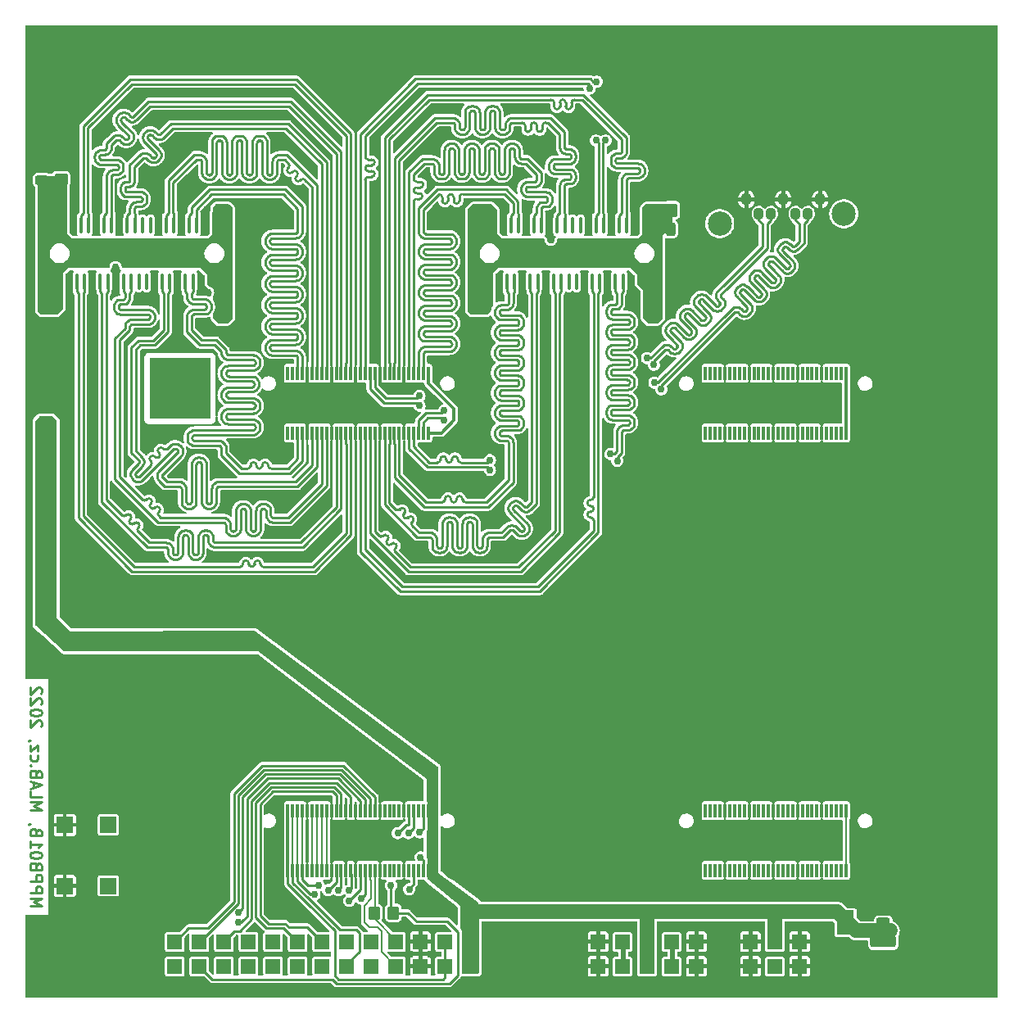
<source format=gbr>
%TF.GenerationSoftware,KiCad,Pcbnew,7.0.5.1-1-g8f565ef7f0-dirty-deb11*%
%TF.CreationDate,2023-07-22T00:16:10+00:00*%
%TF.ProjectId,MPPB01,4d505042-3031-42e6-9b69-6361645f7063,**%
%TF.SameCoordinates,Original*%
%TF.FileFunction,Copper,L2,Bot*%
%TF.FilePolarity,Positive*%
%FSLAX46Y46*%
G04 Gerber Fmt 4.6, Leading zero omitted, Abs format (unit mm)*
G04 Created by KiCad (PCBNEW 7.0.5.1-1-g8f565ef7f0-dirty-deb11) date 2023-07-22 00:16:10*
%MOMM*%
%LPD*%
G01*
G04 APERTURE LIST*
G04 Aperture macros list*
%AMRoundRect*
0 Rectangle with rounded corners*
0 $1 Rounding radius*
0 $2 $3 $4 $5 $6 $7 $8 $9 X,Y pos of 4 corners*
0 Add a 4 corners polygon primitive as box body*
4,1,4,$2,$3,$4,$5,$6,$7,$8,$9,$2,$3,0*
0 Add four circle primitives for the rounded corners*
1,1,$1+$1,$2,$3*
1,1,$1+$1,$4,$5*
1,1,$1+$1,$6,$7*
1,1,$1+$1,$8,$9*
0 Add four rect primitives between the rounded corners*
20,1,$1+$1,$2,$3,$4,$5,0*
20,1,$1+$1,$4,$5,$6,$7,0*
20,1,$1+$1,$6,$7,$8,$9,0*
20,1,$1+$1,$8,$9,$2,$3,0*%
G04 Aperture macros list end*
%ADD10C,0.250000*%
%TA.AperFunction,NonConductor*%
%ADD11C,0.250000*%
%TD*%
%TA.AperFunction,ComponentPad*%
%ADD12R,6.350000X6.350000*%
%TD*%
%TA.AperFunction,ComponentPad*%
%ADD13R,1.524000X1.524000*%
%TD*%
%TA.AperFunction,SMDPad,CuDef*%
%ADD14R,0.304800X1.447800*%
%TD*%
%TA.AperFunction,ComponentPad*%
%ADD15C,1.550000*%
%TD*%
%TA.AperFunction,SMDPad,CuDef*%
%ADD16O,0.350000X1.800000*%
%TD*%
%TA.AperFunction,ComponentPad*%
%ADD17O,1.100000X1.300000*%
%TD*%
%TA.AperFunction,ComponentPad*%
%ADD18C,2.500000*%
%TD*%
%TA.AperFunction,ComponentPad*%
%ADD19C,6.000000*%
%TD*%
%TA.AperFunction,SMDPad,CuDef*%
%ADD20RoundRect,0.243750X0.456250X-0.243750X0.456250X0.243750X-0.456250X0.243750X-0.456250X-0.243750X0*%
%TD*%
%TA.AperFunction,SMDPad,CuDef*%
%ADD21RoundRect,0.250000X-1.075000X0.375000X-1.075000X-0.375000X1.075000X-0.375000X1.075000X0.375000X0*%
%TD*%
%TA.AperFunction,SMDPad,CuDef*%
%ADD22R,1.800000X2.500000*%
%TD*%
%TA.AperFunction,SMDPad,CuDef*%
%ADD23RoundRect,0.243750X0.243750X0.456250X-0.243750X0.456250X-0.243750X-0.456250X0.243750X-0.456250X0*%
%TD*%
%TA.AperFunction,SMDPad,CuDef*%
%ADD24RoundRect,0.243750X-0.456250X0.243750X-0.456250X-0.243750X0.456250X-0.243750X0.456250X0.243750X0*%
%TD*%
%TA.AperFunction,SMDPad,CuDef*%
%ADD25RoundRect,0.250000X0.350000X0.450000X-0.350000X0.450000X-0.350000X-0.450000X0.350000X-0.450000X0*%
%TD*%
%TA.AperFunction,SMDPad,CuDef*%
%ADD26RoundRect,0.250000X-0.450000X0.350000X-0.450000X-0.350000X0.450000X-0.350000X0.450000X0.350000X0*%
%TD*%
%TA.AperFunction,ComponentPad*%
%ADD27R,1.676400X1.676400*%
%TD*%
%TA.AperFunction,ViaPad*%
%ADD28C,0.750000*%
%TD*%
%TA.AperFunction,ViaPad*%
%ADD29C,1.000000*%
%TD*%
%TA.AperFunction,Conductor*%
%ADD30C,0.300000*%
%TD*%
%TA.AperFunction,Conductor*%
%ADD31C,0.200000*%
%TD*%
%TA.AperFunction,Conductor*%
%ADD32C,0.250000*%
%TD*%
%TA.AperFunction,Conductor*%
%ADD33C,0.500000*%
%TD*%
%TA.AperFunction,Conductor*%
%ADD34C,1.500000*%
%TD*%
%TA.AperFunction,Conductor*%
%ADD35C,0.280000*%
%TD*%
G04 APERTURE END LIST*
D10*
D11*
X1027857Y10004286D02*
X2227857Y10004286D01*
X2227857Y10004286D02*
X1370714Y10404286D01*
X1370714Y10404286D02*
X2227857Y10804286D01*
X2227857Y10804286D02*
X1027857Y10804286D01*
X1027857Y11375715D02*
X2227857Y11375715D01*
X2227857Y11375715D02*
X2227857Y11832858D01*
X2227857Y11832858D02*
X2170714Y11947143D01*
X2170714Y11947143D02*
X2113571Y12004286D01*
X2113571Y12004286D02*
X1999285Y12061429D01*
X1999285Y12061429D02*
X1827857Y12061429D01*
X1827857Y12061429D02*
X1713571Y12004286D01*
X1713571Y12004286D02*
X1656428Y11947143D01*
X1656428Y11947143D02*
X1599285Y11832858D01*
X1599285Y11832858D02*
X1599285Y11375715D01*
X1027857Y12575715D02*
X2227857Y12575715D01*
X2227857Y12575715D02*
X2227857Y13032858D01*
X2227857Y13032858D02*
X2170714Y13147143D01*
X2170714Y13147143D02*
X2113571Y13204286D01*
X2113571Y13204286D02*
X1999285Y13261429D01*
X1999285Y13261429D02*
X1827857Y13261429D01*
X1827857Y13261429D02*
X1713571Y13204286D01*
X1713571Y13204286D02*
X1656428Y13147143D01*
X1656428Y13147143D02*
X1599285Y13032858D01*
X1599285Y13032858D02*
X1599285Y12575715D01*
X1656428Y14175715D02*
X1599285Y14347143D01*
X1599285Y14347143D02*
X1542142Y14404286D01*
X1542142Y14404286D02*
X1427857Y14461429D01*
X1427857Y14461429D02*
X1256428Y14461429D01*
X1256428Y14461429D02*
X1142142Y14404286D01*
X1142142Y14404286D02*
X1085000Y14347143D01*
X1085000Y14347143D02*
X1027857Y14232858D01*
X1027857Y14232858D02*
X1027857Y13775715D01*
X1027857Y13775715D02*
X2227857Y13775715D01*
X2227857Y13775715D02*
X2227857Y14175715D01*
X2227857Y14175715D02*
X2170714Y14290000D01*
X2170714Y14290000D02*
X2113571Y14347143D01*
X2113571Y14347143D02*
X1999285Y14404286D01*
X1999285Y14404286D02*
X1885000Y14404286D01*
X1885000Y14404286D02*
X1770714Y14347143D01*
X1770714Y14347143D02*
X1713571Y14290000D01*
X1713571Y14290000D02*
X1656428Y14175715D01*
X1656428Y14175715D02*
X1656428Y13775715D01*
X2227857Y15204286D02*
X2227857Y15318572D01*
X2227857Y15318572D02*
X2170714Y15432858D01*
X2170714Y15432858D02*
X2113571Y15490000D01*
X2113571Y15490000D02*
X1999285Y15547143D01*
X1999285Y15547143D02*
X1770714Y15604286D01*
X1770714Y15604286D02*
X1485000Y15604286D01*
X1485000Y15604286D02*
X1256428Y15547143D01*
X1256428Y15547143D02*
X1142142Y15490000D01*
X1142142Y15490000D02*
X1085000Y15432858D01*
X1085000Y15432858D02*
X1027857Y15318572D01*
X1027857Y15318572D02*
X1027857Y15204286D01*
X1027857Y15204286D02*
X1085000Y15090000D01*
X1085000Y15090000D02*
X1142142Y15032858D01*
X1142142Y15032858D02*
X1256428Y14975715D01*
X1256428Y14975715D02*
X1485000Y14918572D01*
X1485000Y14918572D02*
X1770714Y14918572D01*
X1770714Y14918572D02*
X1999285Y14975715D01*
X1999285Y14975715D02*
X2113571Y15032858D01*
X2113571Y15032858D02*
X2170714Y15090000D01*
X2170714Y15090000D02*
X2227857Y15204286D01*
X1027857Y16747143D02*
X1027857Y16061429D01*
X1027857Y16404286D02*
X2227857Y16404286D01*
X2227857Y16404286D02*
X2056428Y16290000D01*
X2056428Y16290000D02*
X1942142Y16175715D01*
X1942142Y16175715D02*
X1885000Y16061429D01*
X1656428Y17661429D02*
X1599285Y17832857D01*
X1599285Y17832857D02*
X1542142Y17890000D01*
X1542142Y17890000D02*
X1427857Y17947143D01*
X1427857Y17947143D02*
X1256428Y17947143D01*
X1256428Y17947143D02*
X1142142Y17890000D01*
X1142142Y17890000D02*
X1085000Y17832857D01*
X1085000Y17832857D02*
X1027857Y17718572D01*
X1027857Y17718572D02*
X1027857Y17261429D01*
X1027857Y17261429D02*
X2227857Y17261429D01*
X2227857Y17261429D02*
X2227857Y17661429D01*
X2227857Y17661429D02*
X2170714Y17775714D01*
X2170714Y17775714D02*
X2113571Y17832857D01*
X2113571Y17832857D02*
X1999285Y17890000D01*
X1999285Y17890000D02*
X1885000Y17890000D01*
X1885000Y17890000D02*
X1770714Y17832857D01*
X1770714Y17832857D02*
X1713571Y17775714D01*
X1713571Y17775714D02*
X1656428Y17661429D01*
X1656428Y17661429D02*
X1656428Y17261429D01*
X1085000Y18518572D02*
X1027857Y18518572D01*
X1027857Y18518572D02*
X913571Y18461429D01*
X913571Y18461429D02*
X856428Y18404286D01*
X1027857Y19947144D02*
X2227857Y19947144D01*
X2227857Y19947144D02*
X1370714Y20347144D01*
X1370714Y20347144D02*
X2227857Y20747144D01*
X2227857Y20747144D02*
X1027857Y20747144D01*
X1027857Y21890001D02*
X1027857Y21318573D01*
X1027857Y21318573D02*
X2227857Y21318573D01*
X1370714Y22232859D02*
X1370714Y22804287D01*
X1027857Y22118573D02*
X2227857Y22518573D01*
X2227857Y22518573D02*
X1027857Y22918573D01*
X1656428Y23718573D02*
X1599285Y23890001D01*
X1599285Y23890001D02*
X1542142Y23947144D01*
X1542142Y23947144D02*
X1427857Y24004287D01*
X1427857Y24004287D02*
X1256428Y24004287D01*
X1256428Y24004287D02*
X1142142Y23947144D01*
X1142142Y23947144D02*
X1085000Y23890001D01*
X1085000Y23890001D02*
X1027857Y23775716D01*
X1027857Y23775716D02*
X1027857Y23318573D01*
X1027857Y23318573D02*
X2227857Y23318573D01*
X2227857Y23318573D02*
X2227857Y23718573D01*
X2227857Y23718573D02*
X2170714Y23832858D01*
X2170714Y23832858D02*
X2113571Y23890001D01*
X2113571Y23890001D02*
X1999285Y23947144D01*
X1999285Y23947144D02*
X1885000Y23947144D01*
X1885000Y23947144D02*
X1770714Y23890001D01*
X1770714Y23890001D02*
X1713571Y23832858D01*
X1713571Y23832858D02*
X1656428Y23718573D01*
X1656428Y23718573D02*
X1656428Y23318573D01*
X1142142Y24518573D02*
X1085000Y24575716D01*
X1085000Y24575716D02*
X1027857Y24518573D01*
X1027857Y24518573D02*
X1085000Y24461430D01*
X1085000Y24461430D02*
X1142142Y24518573D01*
X1142142Y24518573D02*
X1027857Y24518573D01*
X1085000Y25604287D02*
X1027857Y25490002D01*
X1027857Y25490002D02*
X1027857Y25261430D01*
X1027857Y25261430D02*
X1085000Y25147145D01*
X1085000Y25147145D02*
X1142142Y25090002D01*
X1142142Y25090002D02*
X1256428Y25032859D01*
X1256428Y25032859D02*
X1599285Y25032859D01*
X1599285Y25032859D02*
X1713571Y25090002D01*
X1713571Y25090002D02*
X1770714Y25147145D01*
X1770714Y25147145D02*
X1827857Y25261430D01*
X1827857Y25261430D02*
X1827857Y25490002D01*
X1827857Y25490002D02*
X1770714Y25604287D01*
X1827857Y26004287D02*
X1827857Y26632858D01*
X1827857Y26632858D02*
X1027857Y26004287D01*
X1027857Y26004287D02*
X1027857Y26632858D01*
X1085000Y27147145D02*
X1027857Y27147145D01*
X1027857Y27147145D02*
X913571Y27090002D01*
X913571Y27090002D02*
X856428Y27032859D01*
X2113571Y28518574D02*
X2170714Y28575717D01*
X2170714Y28575717D02*
X2227857Y28690002D01*
X2227857Y28690002D02*
X2227857Y28975717D01*
X2227857Y28975717D02*
X2170714Y29090002D01*
X2170714Y29090002D02*
X2113571Y29147145D01*
X2113571Y29147145D02*
X1999285Y29204288D01*
X1999285Y29204288D02*
X1885000Y29204288D01*
X1885000Y29204288D02*
X1713571Y29147145D01*
X1713571Y29147145D02*
X1027857Y28461431D01*
X1027857Y28461431D02*
X1027857Y29204288D01*
X2227857Y29947145D02*
X2227857Y30061431D01*
X2227857Y30061431D02*
X2170714Y30175717D01*
X2170714Y30175717D02*
X2113571Y30232859D01*
X2113571Y30232859D02*
X1999285Y30290002D01*
X1999285Y30290002D02*
X1770714Y30347145D01*
X1770714Y30347145D02*
X1485000Y30347145D01*
X1485000Y30347145D02*
X1256428Y30290002D01*
X1256428Y30290002D02*
X1142142Y30232859D01*
X1142142Y30232859D02*
X1085000Y30175717D01*
X1085000Y30175717D02*
X1027857Y30061431D01*
X1027857Y30061431D02*
X1027857Y29947145D01*
X1027857Y29947145D02*
X1085000Y29832859D01*
X1085000Y29832859D02*
X1142142Y29775717D01*
X1142142Y29775717D02*
X1256428Y29718574D01*
X1256428Y29718574D02*
X1485000Y29661431D01*
X1485000Y29661431D02*
X1770714Y29661431D01*
X1770714Y29661431D02*
X1999285Y29718574D01*
X1999285Y29718574D02*
X2113571Y29775717D01*
X2113571Y29775717D02*
X2170714Y29832859D01*
X2170714Y29832859D02*
X2227857Y29947145D01*
X2113571Y30804288D02*
X2170714Y30861431D01*
X2170714Y30861431D02*
X2227857Y30975716D01*
X2227857Y30975716D02*
X2227857Y31261431D01*
X2227857Y31261431D02*
X2170714Y31375716D01*
X2170714Y31375716D02*
X2113571Y31432859D01*
X2113571Y31432859D02*
X1999285Y31490002D01*
X1999285Y31490002D02*
X1885000Y31490002D01*
X1885000Y31490002D02*
X1713571Y31432859D01*
X1713571Y31432859D02*
X1027857Y30747145D01*
X1027857Y30747145D02*
X1027857Y31490002D01*
X2113571Y31947145D02*
X2170714Y32004288D01*
X2170714Y32004288D02*
X2227857Y32118573D01*
X2227857Y32118573D02*
X2227857Y32404288D01*
X2227857Y32404288D02*
X2170714Y32518573D01*
X2170714Y32518573D02*
X2113571Y32575716D01*
X2113571Y32575716D02*
X1999285Y32632859D01*
X1999285Y32632859D02*
X1885000Y32632859D01*
X1885000Y32632859D02*
X1713571Y32575716D01*
X1713571Y32575716D02*
X1027857Y31890002D01*
X1027857Y31890002D02*
X1027857Y32632859D01*
D12*
%TO.P,MH1,1*%
%TO.N,/SYS-5POV*%
X16510000Y63500000D03*
%TD*%
%TO.P,MH2,1*%
%TO.N,GND*%
X96520000Y15240000D03*
%TD*%
%TO.P,MH3,1*%
%TO.N,GND*%
X96520000Y63500000D03*
%TD*%
%TO.P,MH4,1*%
%TO.N,GND*%
X16510000Y15240000D03*
%TD*%
D13*
%TO.P,P7,1*%
%TO.N,/SYS-5POV*%
X46460000Y6310000D03*
%TO.P,P7,2*%
X46460000Y3770000D03*
%TO.P,P7,3*%
%TO.N,/3P3V*%
X43920000Y6310000D03*
%TO.P,P7,4*%
X43920000Y3770000D03*
%TO.P,P7,5*%
%TO.N,GND*%
X41380000Y6310000D03*
%TO.P,P7,6*%
X41380000Y3770000D03*
%TO.P,P7,7*%
%TO.N,/UART_RX*%
X38840000Y6310000D03*
%TO.P,P7,8*%
%TO.N,/UART_TX*%
X38840000Y3770000D03*
%TO.P,P7,9*%
%TO.N,/REG_EN3*%
X36300000Y6310000D03*
%TO.P,P7,10*%
%TO.N,/REG_EN4*%
X36300000Y3770000D03*
%TO.P,P7,11*%
%TO.N,/PROG_IO*%
X33760000Y6310000D03*
%TO.P,P7,12*%
%TO.N,/2P5V*%
X33760000Y3770000D03*
%TO.P,P7,13*%
%TO.N,/JTAG_TCK*%
X31220000Y6310000D03*
%TO.P,P7,14*%
%TO.N,/JTAG_TDI*%
X31220000Y3770000D03*
%TO.P,P7,15*%
%TO.N,/JTAG_TMS*%
X28680000Y6310000D03*
%TO.P,P7,16*%
%TO.N,/JTAG_TDO*%
X28680000Y3770000D03*
%TO.P,P7,17*%
%TO.N,/SPDIF*%
X26140000Y6310000D03*
%TO.P,P7,18*%
%TO.N,/USER_LED*%
X26140000Y3770000D03*
%TO.P,P7,19*%
%TO.N,/JTAG_BOOT_EN*%
X23600000Y6310000D03*
%TO.P,P7,20*%
%TO.N,/RESET_N*%
X23600000Y3770000D03*
%TO.P,P7,21*%
%TO.N,/VADC_N*%
X21060000Y6310000D03*
%TO.P,P7,22*%
%TO.N,/VADC_P*%
X21060000Y3770000D03*
%TO.P,P7,23*%
%TO.N,/TURBO_MODE*%
X18520000Y6310000D03*
%TO.P,P7,24*%
%TO.N,/VDD_ADJ*%
X18520000Y3770000D03*
%TO.P,P7,25*%
%TO.N,/DSP_FLAG*%
X15980000Y6310000D03*
%TO.P,P7,26*%
%TO.N,/VDD_GPIO*%
X15980000Y3770000D03*
%TD*%
D14*
%TO.P,P1,1,P1*%
%TO.N,/GPIO/VGPIO*%
X42179240Y65062100D03*
%TO.P,P1,2,P2*%
X42179240Y58889900D03*
%TO.P,P1,3,P3*%
%TO.N,/GPIO_N0*%
X41678840Y65062100D03*
%TO.P,P1,4,P4*%
%TO.N,/GPIO_N1*%
X41678840Y58889900D03*
%TO.P,P1,5,P5*%
%TO.N,/GPIO_P0*%
X41178440Y65062100D03*
%TO.P,P1,6,P6*%
%TO.N,/GPIO_P1*%
X41178440Y58889900D03*
%TO.P,P1,7,P7*%
%TO.N,/GPIO_N2*%
X40678140Y65062100D03*
%TO.P,P1,8,P8*%
%TO.N,/GPIO_N3*%
X40678140Y58889900D03*
%TO.P,P1,9,P9*%
%TO.N,/GPIO_P2*%
X40177740Y65062100D03*
%TO.P,P1,10,P10*%
%TO.N,/GPIO_P3*%
X40177740Y58889900D03*
%TO.P,P1,11,P11*%
%TO.N,GND*%
X39677340Y65062100D03*
%TO.P,P1,12,P12*%
X39677340Y58889900D03*
%TO.P,P1,13,P13*%
%TO.N,/GPIO_N4*%
X39176940Y65062100D03*
%TO.P,P1,14,P14*%
%TO.N,/GPIO_N5*%
X39176940Y58889900D03*
%TO.P,P1,15,P15*%
%TO.N,/GPIO_P4*%
X38676540Y65062100D03*
%TO.P,P1,16,P16*%
%TO.N,/GPIO_P5*%
X38676540Y58889900D03*
%TO.P,P1,17,P17*%
%TO.N,/GPIO_N6*%
X38176240Y65062100D03*
%TO.P,P1,18,P18*%
%TO.N,/GPIO_N7*%
X38176240Y58889900D03*
%TO.P,P1,19,P19*%
%TO.N,/GPIO_P6*%
X37675840Y65062100D03*
%TO.P,P1,20,P20*%
%TO.N,/GPIO_P7*%
X37675840Y58889900D03*
%TO.P,P1,21,P21*%
%TO.N,GND*%
X37175440Y65062100D03*
%TO.P,P1,22,P22*%
X37175440Y58889900D03*
%TO.P,P1,23,P23*%
%TO.N,/GPIO_N8*%
X36675040Y65062100D03*
%TO.P,P1,24,P24*%
%TO.N,/GPIO_N9*%
X36675040Y58889900D03*
%TO.P,P1,25,P25*%
%TO.N,/GPIO_P8*%
X36174640Y65062100D03*
%TO.P,P1,26,P26*%
%TO.N,/GPIO_P9*%
X36174640Y58889900D03*
%TO.P,P1,27,P27*%
%TO.N,/GPIO_N10*%
X35674340Y65062100D03*
%TO.P,P1,28,P28*%
%TO.N,/GPIO_N11*%
X35674340Y58889900D03*
%TO.P,P1,29,P29*%
%TO.N,/GPIO_P10*%
X35173940Y65062100D03*
%TO.P,P1,30,P30*%
%TO.N,/GPIO_P11*%
X35173940Y58889900D03*
%TO.P,P1,31,P31*%
%TO.N,GND*%
X34673540Y65062100D03*
%TO.P,P1,32,P32*%
X34673540Y58889900D03*
%TO.P,P1,33,P33*%
%TO.N,/GPIO_N12*%
X34173140Y65062100D03*
%TO.P,P1,34,P34*%
%TO.N,/GPIO_N13*%
X34173140Y58889900D03*
%TO.P,P1,35,P35*%
%TO.N,/GPIO_P12*%
X33672740Y65062100D03*
%TO.P,P1,36,P36*%
%TO.N,/GPIO_P13*%
X33672740Y58889900D03*
%TO.P,P1,37,P37*%
%TO.N,/GPIO_N14*%
X33172440Y65062100D03*
%TO.P,P1,38,P38*%
%TO.N,/GPIO_N15*%
X33172440Y58889900D03*
%TO.P,P1,39,P39*%
%TO.N,/GPIO_P14*%
X32672040Y65062100D03*
%TO.P,P1,40,P40*%
%TO.N,/GPIO_P15*%
X32672040Y58889900D03*
%TO.P,P1,41,P41*%
%TO.N,GND*%
X32171640Y65062100D03*
%TO.P,P1,42,P42*%
X32171640Y58889900D03*
%TO.P,P1,43,P43*%
%TO.N,/GPIO_N16*%
X31671240Y65062100D03*
%TO.P,P1,44,P44*%
%TO.N,/GPIO_N17*%
X31671240Y58889900D03*
%TO.P,P1,45,P45*%
%TO.N,/GPIO_P16*%
X31170840Y65062100D03*
%TO.P,P1,46,P46*%
%TO.N,/GPIO_P17*%
X31170840Y58889900D03*
%TO.P,P1,47,P47*%
%TO.N,/GPIO_N18*%
X30670540Y65062100D03*
%TO.P,P1,48,P48*%
%TO.N,/GPIO_N19*%
X30670540Y58889900D03*
%TO.P,P1,49,P49*%
%TO.N,/GPIO_P18*%
X30170140Y65062100D03*
%TO.P,P1,50,P50*%
%TO.N,/GPIO_P19*%
X30170140Y58889900D03*
%TO.P,P1,51,P51*%
%TO.N,GND*%
X29669740Y65062100D03*
%TO.P,P1,52,P52*%
X29669740Y58889900D03*
%TO.P,P1,53,P53*%
%TO.N,/GPIO_N20*%
X29169340Y65062100D03*
%TO.P,P1,54,P54*%
%TO.N,/GPIO_N21*%
X29169340Y58889900D03*
%TO.P,P1,55,P55*%
%TO.N,/GPIO_P20*%
X28668940Y65062100D03*
%TO.P,P1,56,P56*%
%TO.N,/GPIO_P21*%
X28668940Y58889900D03*
%TO.P,P1,57,P57*%
%TO.N,/GPIO_N22*%
X28168640Y65062100D03*
%TO.P,P1,58,P58*%
%TO.N,/GPIO_N23*%
X28168640Y58889900D03*
%TO.P,P1,59,P59*%
%TO.N,/GPIO_P22*%
X27668240Y65062100D03*
%TO.P,P1,60,P60*%
%TO.N,/GPIO_P23*%
X27668240Y58889900D03*
%TD*%
%TO.P,P2,1,P1*%
%TO.N,/NORTH/VDDIO*%
X85359240Y65062100D03*
%TO.P,P2,2,P2*%
X85359240Y58889900D03*
%TO.P,P2,3,P3*%
%TO.N,/NORTH/RXI_DATA_N0*%
X84858840Y65062100D03*
%TO.P,P2,4,P4*%
%TO.N,/NORTH/RXI_DATA_N1*%
X84858840Y58889900D03*
%TO.P,P2,5,P5*%
%TO.N,/NORTH/RXI_DATA_P0*%
X84358440Y65062100D03*
%TO.P,P2,6,P6*%
%TO.N,/NORTH/RXI_DATA_P1*%
X84358440Y58889900D03*
%TO.P,P2,7,P7*%
%TO.N,/NORTH/RXI_DATA_N2*%
X83858140Y65062100D03*
%TO.P,P2,8,P8*%
%TO.N,/NORTH/RXI_DATA_N3*%
X83858140Y58889900D03*
%TO.P,P2,9,P9*%
%TO.N,/NORTH/RXI_DATA_P2*%
X83357740Y65062100D03*
%TO.P,P2,10,P10*%
%TO.N,/NORTH/RXI_DATA_P3*%
X83357740Y58889900D03*
%TO.P,P2,11,P11*%
%TO.N,GND*%
X82857340Y65062100D03*
%TO.P,P2,12,P12*%
X82857340Y58889900D03*
%TO.P,P2,13,P13*%
%TO.N,/NORTH/RXI_DATA_N4*%
X82356940Y65062100D03*
%TO.P,P2,14,P14*%
%TO.N,/NORTH/RXI_DATA_N5*%
X82356940Y58889900D03*
%TO.P,P2,15,P15*%
%TO.N,/NORTH/RXI_DATA_P4*%
X81856540Y65062100D03*
%TO.P,P2,16,P16*%
%TO.N,/NORTH/RXI_DATA_P5*%
X81856540Y58889900D03*
%TO.P,P2,17,P17*%
%TO.N,/NORTH/RXI_DATA_N6*%
X81356240Y65062100D03*
%TO.P,P2,18,P18*%
%TO.N,/NORTH/RXI_DATA_N7*%
X81356240Y58889900D03*
%TO.P,P2,19,P19*%
%TO.N,/NORTH/RXI_DATA_P6*%
X80855840Y65062100D03*
%TO.P,P2,20,P20*%
%TO.N,/NORTH/RXI_DATA_P7*%
X80855840Y58889900D03*
%TO.P,P2,21,P21*%
%TO.N,GND*%
X80355440Y65062100D03*
%TO.P,P2,22,P22*%
X80355440Y58889900D03*
%TO.P,P2,23,P23*%
%TO.N,/NORTH/RXI_LCLK_N*%
X79855040Y65062100D03*
%TO.P,P2,24,P24*%
%TO.N,/NORTH/RXI_FRAME_N*%
X79855040Y58889900D03*
%TO.P,P2,25,P25*%
%TO.N,/NORTH/RXI_LCLK_P*%
X79354640Y65062100D03*
%TO.P,P2,26,P26*%
%TO.N,/NORTH/RXI_FRAME_P*%
X79354640Y58889900D03*
%TO.P,P2,27,P27*%
%TO.N,/NORTH/RXO_RD_WAIT_N*%
X78854340Y65062100D03*
%TO.P,P2,28,P28*%
%TO.N,/NORTH/RXO_WR_WAIT_N*%
X78854340Y58889900D03*
%TO.P,P2,29,P29*%
%TO.N,/NORTH/RXO_RD_WAIT_P*%
X78353940Y65062100D03*
%TO.P,P2,30,P30*%
%TO.N,/NORTH/RXO_WR_WAIT_P*%
X78353940Y58889900D03*
%TO.P,P2,31,P31*%
%TO.N,GND*%
X77853540Y65062100D03*
%TO.P,P2,32,P32*%
X77853540Y58889900D03*
%TO.P,P2,33,P33*%
%TO.N,/NORTH/TXO_FRAME_N*%
X77353140Y65062100D03*
%TO.P,P2,34,P34*%
%TO.N,/NORTH/TXI_WR_WAIT_N*%
X77353140Y58889900D03*
%TO.P,P2,35,P35*%
%TO.N,/NORTH/TXO_FRAME_P*%
X76852740Y65062100D03*
%TO.P,P2,36,P36*%
%TO.N,/NORTH/TXI_WR_WAIT_P*%
X76852740Y58889900D03*
%TO.P,P2,37,P37*%
%TO.N,/NORTH/TXO_LCLK_N*%
X76352440Y65062100D03*
%TO.P,P2,38,P38*%
%TO.N,/NORTH/TXI_RD_WAIT_N*%
X76352440Y58889900D03*
%TO.P,P2,39,P39*%
%TO.N,/NORTH/TXO_LCLK_P*%
X75852040Y65062100D03*
%TO.P,P2,40,P40*%
%TO.N,/NORTH/TXI_RD_WAIT_P*%
X75852040Y58889900D03*
%TO.P,P2,41,P41*%
%TO.N,GND*%
X75351640Y65062100D03*
%TO.P,P2,42,P42*%
X75351640Y58889900D03*
%TO.P,P2,43,P43*%
%TO.N,/NORTH/TXO_DATA_N0*%
X74851240Y65062100D03*
%TO.P,P2,44,P44*%
%TO.N,/NORTH/TXO_DATA_N1*%
X74851240Y58889900D03*
%TO.P,P2,45,P45*%
%TO.N,/NORTH/TXO_DATA_P0*%
X74350840Y65062100D03*
%TO.P,P2,46,P46*%
%TO.N,/NORTH/TXO_DATA_P1*%
X74350840Y58889900D03*
%TO.P,P2,47,P47*%
%TO.N,/NORTH/TXO_DATA_N2*%
X73850540Y65062100D03*
%TO.P,P2,48,P48*%
%TO.N,/NORTH/TXO_DATA_N3*%
X73850540Y58889900D03*
%TO.P,P2,49,P49*%
%TO.N,/NORTH/TXO_DATA_P2*%
X73350140Y65062100D03*
%TO.P,P2,50,P50*%
%TO.N,/NORTH/TXO_DATA_P3*%
X73350140Y58889900D03*
%TO.P,P2,51,P51*%
%TO.N,GND*%
X72849740Y65062100D03*
%TO.P,P2,52,P52*%
X72849740Y58889900D03*
%TO.P,P2,53,P53*%
%TO.N,/NORTH/TXO_DATA_N4*%
X72349340Y65062100D03*
%TO.P,P2,54,P54*%
%TO.N,/NORTH/TXO_DATA_N5*%
X72349340Y58889900D03*
%TO.P,P2,55,P55*%
%TO.N,/NORTH/TXO_DATA_P4*%
X71848940Y65062100D03*
%TO.P,P2,56,P56*%
%TO.N,/NORTH/TXO_DATA_P5*%
X71848940Y58889900D03*
%TO.P,P2,57,P57*%
%TO.N,/NORTH/TXO_DATA_N6*%
X71348640Y65062100D03*
%TO.P,P2,58,P58*%
%TO.N,/NORTH/TXO_DATA_N7*%
X71348640Y58889900D03*
%TO.P,P2,59,P59*%
%TO.N,/NORTH/TXO_DATA_P6*%
X70848240Y65062100D03*
%TO.P,P2,60,P60*%
%TO.N,/NORTH/TXO_DATA_P7*%
X70848240Y58889900D03*
%TD*%
%TO.P,P3,1,P1*%
%TO.N,/SYS-5POV*%
X42179240Y19850100D03*
%TO.P,P3,2,P2*%
X42179240Y13677900D03*
%TO.P,P3,3,P3*%
%TO.N,/I2C_SCL*%
X41678840Y19850100D03*
%TO.P,P3,4,P4*%
%TO.N,/I2C_SDA*%
X41678840Y13677900D03*
%TO.P,P3,5,P5*%
%TO.N,/REG_EN1*%
X41178440Y19850100D03*
%TO.P,P3,6,P6*%
%TO.N,/REG_EN2*%
X41178440Y13677900D03*
%TO.P,P3,7,P7*%
%TO.N,/REG_EN3*%
X40678140Y19850100D03*
%TO.P,P3,8,P8*%
%TO.N,/REG_EN4*%
X40678140Y13677900D03*
%TO.P,P3,9,P9*%
%TO.N,/PROG_IO*%
X40177740Y19850100D03*
%TO.P,P3,10,P10*%
%TO.N,unconnected-(P3-Pad10)*%
X40177740Y13677900D03*
%TO.P,P3,11,P11*%
%TO.N,GND*%
X39677340Y19850100D03*
%TO.P,P3,12,P12*%
X39677340Y13677900D03*
%TO.P,P3,13,P13*%
%TO.N,/DSP_XID0*%
X39176940Y19850100D03*
%TO.P,P3,14,P14*%
%TO.N,/DSP_YID0*%
X39176940Y13677900D03*
%TO.P,P3,15,P15*%
%TO.N,/DSP_XID1*%
X38676540Y19850100D03*
%TO.P,P3,16,P16*%
%TO.N,/DSP_YID1*%
X38676540Y13677900D03*
%TO.P,P3,17,P17*%
%TO.N,/DSP_XID2*%
X38176240Y19850100D03*
%TO.P,P3,18,P18*%
%TO.N,/DSP_YID2*%
X38176240Y13677900D03*
%TO.P,P3,19,P19*%
%TO.N,/DSP_XID3*%
X37675840Y19850100D03*
%TO.P,P3,20,P20*%
%TO.N,/DSP_YID3*%
X37675840Y13677900D03*
%TO.P,P3,21,P21*%
%TO.N,GND*%
X37175440Y19850100D03*
%TO.P,P3,22,P22*%
X37175440Y13677900D03*
%TO.P,P3,23,P23*%
%TO.N,/DSP_FLAG*%
X36675040Y19850100D03*
%TO.P,P3,24,P24*%
%TO.N,/UART_RX*%
X36675040Y13677900D03*
%TO.P,P3,25,P25*%
%TO.N,/TURBO_MODE*%
X36174640Y19850100D03*
%TO.P,P3,26,P26*%
%TO.N,/UART_TX*%
X36174640Y13677900D03*
%TO.P,P3,27,P27*%
%TO.N,/SPDIF*%
X35674340Y19850100D03*
%TO.P,P3,28,P28*%
%TO.N,/USER_LED*%
X35674340Y13677900D03*
%TO.P,P3,29,P29*%
%TO.N,/JTAG_BOOT_EN*%
X35173940Y19850100D03*
%TO.P,P3,30,P30*%
%TO.N,/RESET_N*%
X35173940Y13677900D03*
%TO.P,P3,31,P31*%
%TO.N,GND*%
X34673540Y19850100D03*
%TO.P,P3,32,P32*%
X34673540Y13677900D03*
%TO.P,P3,33,P33*%
%TO.N,/VADC_N*%
X34173140Y19850100D03*
%TO.P,P3,34,P34*%
%TO.N,/VADC_P*%
X34173140Y13677900D03*
%TO.P,P3,35,P35*%
%TO.N,GND*%
X33672740Y19850100D03*
%TO.P,P3,36,P36*%
X33672740Y13677900D03*
%TO.P,P3,37,P37*%
%TO.N,/JTAG_TMS*%
X33172440Y19850100D03*
%TO.P,P3,38,P38*%
%TO.N,/JTAG_TDI*%
X33172440Y13677900D03*
%TO.P,P3,39,P39*%
%TO.N,/JTAG_TCK*%
X32672040Y19850100D03*
%TO.P,P3,40,P40*%
%TO.N,/JTAG_TDO*%
X32672040Y13677900D03*
%TO.P,P3,41,P41*%
%TO.N,GND*%
X32171640Y19850100D03*
%TO.P,P3,42,P42*%
X32171640Y13677900D03*
%TO.P,P3,43,P43*%
%TO.N,/1POV*%
X31671240Y19850100D03*
%TO.P,P3,44,P44*%
X31671240Y13677900D03*
%TO.P,P3,45,P45*%
%TO.N,/VDD_DSP*%
X31170840Y19850100D03*
%TO.P,P3,46,P46*%
X31170840Y13677900D03*
%TO.P,P3,47,P47*%
%TO.N,/1P35V*%
X30670540Y19850100D03*
%TO.P,P3,48,P48*%
X30670540Y13677900D03*
%TO.P,P3,49,P49*%
%TO.N,/1P8V*%
X30170140Y19850100D03*
%TO.P,P3,50,P50*%
X30170140Y13677900D03*
%TO.P,P3,51,P51*%
%TO.N,GND*%
X29669740Y19850100D03*
%TO.P,P3,52,P52*%
X29669740Y13677900D03*
%TO.P,P3,53,P53*%
%TO.N,/VDD_ADJ*%
X29169340Y19850100D03*
%TO.P,P3,54,P54*%
X29169340Y13677900D03*
%TO.P,P3,55,P55*%
%TO.N,/VDD_GPIO*%
X28668940Y19850100D03*
%TO.P,P3,56,P56*%
X28668940Y13677900D03*
%TO.P,P3,57,P57*%
%TO.N,/2P5V*%
X28168640Y19850100D03*
%TO.P,P3,58,P58*%
X28168640Y13677900D03*
%TO.P,P3,59,P59*%
%TO.N,/3P3V*%
X27668240Y19850100D03*
%TO.P,P3,60,P60*%
X27668240Y13677900D03*
%TD*%
%TO.P,P4,1,P1*%
%TO.N,/SOUTH/VDDIO*%
X85359240Y19850100D03*
%TO.P,P4,2,P2*%
X85359240Y13677900D03*
%TO.P,P4,3,P3*%
%TO.N,/SOUTH/RXI_DATA_N0*%
X84858840Y19850100D03*
%TO.P,P4,4,P4*%
%TO.N,/SOUTH/RXI_DATA_N1*%
X84858840Y13677900D03*
%TO.P,P4,5,P5*%
%TO.N,/SOUTH/RXI_DATA_P0*%
X84358440Y19850100D03*
%TO.P,P4,6,P6*%
%TO.N,/SOUTH/RXI_DATA_P1*%
X84358440Y13677900D03*
%TO.P,P4,7,P7*%
%TO.N,/SOUTH/RXI_DATA_N2*%
X83858140Y19850100D03*
%TO.P,P4,8,P8*%
%TO.N,/SOUTH/RXI_DATA_N3*%
X83858140Y13677900D03*
%TO.P,P4,9,P9*%
%TO.N,/SOUTH/RXI_DATA_P2*%
X83357740Y19850100D03*
%TO.P,P4,10,P10*%
%TO.N,/SOUTH/RXI_DATA_P3*%
X83357740Y13677900D03*
%TO.P,P4,11,P11*%
%TO.N,GND*%
X82857340Y19850100D03*
%TO.P,P4,12,P12*%
X82857340Y13677900D03*
%TO.P,P4,13,P13*%
%TO.N,/SOUTH/RXI_DATA_N4*%
X82356940Y19850100D03*
%TO.P,P4,14,P14*%
%TO.N,/SOUTH/RXI_DATA_N5*%
X82356940Y13677900D03*
%TO.P,P4,15,P15*%
%TO.N,/SOUTH/RXI_DATA_P4*%
X81856540Y19850100D03*
%TO.P,P4,16,P16*%
%TO.N,/SOUTH/RXI_DATA_P5*%
X81856540Y13677900D03*
%TO.P,P4,17,P17*%
%TO.N,/SOUTH/RXI_DATA_N6*%
X81356240Y19850100D03*
%TO.P,P4,18,P18*%
%TO.N,/SOUTH/RXI_DATA_N7*%
X81356240Y13677900D03*
%TO.P,P4,19,P19*%
%TO.N,/SOUTH/RXI_DATA_P6*%
X80855840Y19850100D03*
%TO.P,P4,20,P20*%
%TO.N,/SOUTH/RXI_DATA_P7*%
X80855840Y13677900D03*
%TO.P,P4,21,P21*%
%TO.N,GND*%
X80355440Y19850100D03*
%TO.P,P4,22,P22*%
X80355440Y13677900D03*
%TO.P,P4,23,P23*%
%TO.N,/SOUTH/RXI_LCLK_N*%
X79855040Y19850100D03*
%TO.P,P4,24,P24*%
%TO.N,/SOUTH/RXI_FRAME_N*%
X79855040Y13677900D03*
%TO.P,P4,25,P25*%
%TO.N,/SOUTH/RXI_LCLK_P*%
X79354640Y19850100D03*
%TO.P,P4,26,P26*%
%TO.N,/SOUTH/RXI_FRAME_P*%
X79354640Y13677900D03*
%TO.P,P4,27,P27*%
%TO.N,/SOUTH/RXO_RD_WAIT_N*%
X78854340Y19850100D03*
%TO.P,P4,28,P28*%
%TO.N,/SOUTH/RXO_WR_WAIT_N*%
X78854340Y13677900D03*
%TO.P,P4,29,P29*%
%TO.N,/SOUTH/RXO_RD_WAIT_P*%
X78353940Y19850100D03*
%TO.P,P4,30,P30*%
%TO.N,/SOUTH/RXO_WR_WAIT_P*%
X78353940Y13677900D03*
%TO.P,P4,31,P31*%
%TO.N,GND*%
X77853540Y19850100D03*
%TO.P,P4,32,P32*%
X77853540Y13677900D03*
%TO.P,P4,33,P33*%
%TO.N,/SOUTH/TXO_FRAME_N*%
X77353140Y19850100D03*
%TO.P,P4,34,P34*%
%TO.N,/SOUTH/TXI_WR_WAIT_N*%
X77353140Y13677900D03*
%TO.P,P4,35,P35*%
%TO.N,/SOUTH/TXO_FRAME_P*%
X76852740Y19850100D03*
%TO.P,P4,36,P36*%
%TO.N,/SOUTH/TXI_WR_WAIT_P*%
X76852740Y13677900D03*
%TO.P,P4,37,P37*%
%TO.N,/SOUTH/TXO_LCLK_N*%
X76352440Y19850100D03*
%TO.P,P4,38,P38*%
%TO.N,/SOUTH/TXI_RD_WAIT_N*%
X76352440Y13677900D03*
%TO.P,P4,39,P39*%
%TO.N,/SOUTH/TXO_LCLK_P*%
X75852040Y19850100D03*
%TO.P,P4,40,P40*%
%TO.N,/SOUTH/TXI_RD_WAIT_P*%
X75852040Y13677900D03*
%TO.P,P4,41,P41*%
%TO.N,GND*%
X75351640Y19850100D03*
%TO.P,P4,42,P42*%
X75351640Y13677900D03*
%TO.P,P4,43,P43*%
%TO.N,/SOUTH/TXO_DATA_N0*%
X74851240Y19850100D03*
%TO.P,P4,44,P44*%
%TO.N,/SOUTH/TXO_DATA_N1*%
X74851240Y13677900D03*
%TO.P,P4,45,P45*%
%TO.N,/SOUTH/TXO_DATA_P0*%
X74350840Y19850100D03*
%TO.P,P4,46,P46*%
%TO.N,/SOUTH/TXO_DATA_P1*%
X74350840Y13677900D03*
%TO.P,P4,47,P47*%
%TO.N,/SOUTH/TXO_DATA_N2*%
X73850540Y19850100D03*
%TO.P,P4,48,P48*%
%TO.N,/SOUTH/TXO_DATA_N3*%
X73850540Y13677900D03*
%TO.P,P4,49,P49*%
%TO.N,/SOUTH/TXO_DATA_P2*%
X73350140Y19850100D03*
%TO.P,P4,50,P50*%
%TO.N,/SOUTH/TXO_DATA_P3*%
X73350140Y13677900D03*
%TO.P,P4,51,P51*%
%TO.N,GND*%
X72849740Y19850100D03*
%TO.P,P4,52,P52*%
X72849740Y13677900D03*
%TO.P,P4,53,P53*%
%TO.N,/SOUTH/TXO_DATA_N4*%
X72349340Y19850100D03*
%TO.P,P4,54,P54*%
%TO.N,/SOUTH/TXO_DATA_N5*%
X72349340Y13677900D03*
%TO.P,P4,55,P55*%
%TO.N,/SOUTH/TXO_DATA_P4*%
X71848940Y19850100D03*
%TO.P,P4,56,P56*%
%TO.N,/SOUTH/TXO_DATA_P5*%
X71848940Y13677900D03*
%TO.P,P4,57,P57*%
%TO.N,/SOUTH/TXO_DATA_N6*%
X71348640Y19850100D03*
%TO.P,P4,58,P58*%
%TO.N,/SOUTH/TXO_DATA_N7*%
X71348640Y13677900D03*
%TO.P,P4,59,P59*%
%TO.N,/SOUTH/TXO_DATA_P6*%
X70848240Y19850100D03*
%TO.P,P4,60,P60*%
%TO.N,/SOUTH/TXO_DATA_P7*%
X70848240Y13677900D03*
%TD*%
D15*
%TO.P,P5,1*%
%TO.N,Net-(C3-Pad2)*%
X47615000Y72229995D03*
%TO.P,P5,2*%
X47615000Y75469995D03*
%TO.P,P5,3*%
X47615000Y79459995D03*
%TO.P,P5,4*%
X47615000Y81489995D03*
%TO.P,P5,5*%
X65415000Y71229995D03*
%TO.P,P5,6*%
X65415000Y75469995D03*
%TO.P,P5,7*%
X65415000Y79459995D03*
%TO.P,P5,8*%
X65415000Y81489995D03*
D16*
%TO.P,P5,A1,A1*%
%TO.N,GND*%
X49915000Y80369995D03*
%TO.P,P5,A2,A2*%
%TO.N,/GPIO_N0*%
X50715000Y80369995D03*
%TO.P,P5,A3,A3*%
%TO.N,/GPIO_P0*%
X51515000Y80369995D03*
%TO.P,P5,A4,A4*%
%TO.N,GND*%
X52315000Y80369995D03*
%TO.P,P5,A5,A5*%
%TO.N,/GPIO_N2*%
X53115000Y80369995D03*
%TO.P,P5,A6,A6*%
%TO.N,/GPIO_P2*%
X53915000Y80369995D03*
%TO.P,P5,A7,A7*%
%TO.N,GND*%
X54715000Y80369995D03*
%TO.P,P5,A8,A8*%
%TO.N,/GPIO_N4*%
X55515000Y80369995D03*
%TO.P,P5,A9,A9*%
%TO.N,/GPIO_P4*%
X56315000Y80369995D03*
%TO.P,P5,A10,A10*%
%TO.N,unconnected-(P5-PadA10)*%
X57115000Y80369995D03*
%TO.P,P5,A11,A11*%
%TO.N,unconnected-(P5-PadA11)*%
X57915000Y80369995D03*
%TO.P,P5,A12,A12*%
%TO.N,GND*%
X58715000Y80369995D03*
%TO.P,P5,A13,A13*%
%TO.N,/GPIO_N10*%
X59515000Y80369995D03*
%TO.P,P5,A14,A14*%
%TO.N,/GPIO_P10*%
X60315000Y80369995D03*
%TO.P,P5,A15,A15*%
%TO.N,GND*%
X61115000Y80369995D03*
%TO.P,P5,A16,A16*%
%TO.N,/GPIO_N6*%
X61915000Y80369995D03*
%TO.P,P5,A17,A17*%
%TO.N,/GPIO_P6*%
X62715000Y80369995D03*
%TO.P,P5,A18,A18*%
%TO.N,GND*%
X63515000Y80369995D03*
%TO.P,P5,B1,B1*%
X49515000Y74559995D03*
%TO.P,P5,B2,B2*%
%TO.N,/GPIO_N5*%
X50315000Y74559995D03*
%TO.P,P5,B3,B3*%
%TO.N,/GPIO_P5*%
X51115000Y74559995D03*
%TO.P,P5,B4,B4*%
%TO.N,GND*%
X51915000Y74559995D03*
%TO.P,P5,B5,B5*%
%TO.N,/GPIO_N7*%
X52715000Y74559995D03*
%TO.P,P5,B6,B6*%
%TO.N,/GPIO_P7*%
X53515000Y74559995D03*
%TO.P,P5,B7,B7*%
%TO.N,GND*%
X54315000Y74559995D03*
%TO.P,P5,B8,B8*%
%TO.N,/GPIO_N9*%
X55115000Y74559995D03*
%TO.P,P5,B9,B9*%
%TO.N,/GPIO_P9*%
X55915000Y74559995D03*
%TO.P,P5,B10,B10*%
%TO.N,unconnected-(P5-PadB10)*%
X56715000Y74559995D03*
%TO.P,P5,B11,B11*%
%TO.N,unconnected-(P5-PadB11)*%
X57515000Y74559995D03*
%TO.P,P5,B12,B12*%
%TO.N,GND*%
X58315000Y74559995D03*
%TO.P,P5,B13,B13*%
%TO.N,/GPIO_N11*%
X59115000Y74559995D03*
%TO.P,P5,B14,B14*%
%TO.N,/GPIO_P11*%
X59915000Y74559995D03*
%TO.P,P5,B15,B15*%
%TO.N,GND*%
X60715000Y74559995D03*
%TO.P,P5,B16,B16*%
%TO.N,/GPIO_N3*%
X61515000Y74559995D03*
%TO.P,P5,B17,B17*%
%TO.N,/GPIO_P3*%
X62315000Y74559995D03*
%TO.P,P5,B18,B18*%
%TO.N,GND*%
X63115000Y74559995D03*
%TD*%
D13*
%TO.P,P9,1*%
%TO.N,GND*%
X75480000Y6310000D03*
%TO.P,P9,2*%
X75480000Y3770000D03*
%TO.P,P9,3*%
%TO.N,/SYS-5POV*%
X78020000Y6310000D03*
%TO.P,P9,4*%
X78020000Y3770000D03*
%TO.P,P9,5*%
%TO.N,GND*%
X80560000Y6310000D03*
%TO.P,P9,6*%
X80560000Y3770000D03*
%TD*%
D15*
%TO.P,P6,1*%
%TO.N,Net-(C4-Pad2)*%
X3165000Y72229995D03*
%TO.P,P6,2*%
X3165000Y75469995D03*
%TO.P,P6,3*%
X3165000Y79459995D03*
%TO.P,P6,4*%
X3165000Y81489995D03*
%TO.P,P6,5*%
X20965000Y71229995D03*
%TO.P,P6,6*%
X20965000Y75469995D03*
%TO.P,P6,7*%
X20965000Y79459995D03*
%TO.P,P6,8*%
X20965000Y81489995D03*
D16*
%TO.P,P6,A1,A1*%
%TO.N,GND*%
X5465000Y80369995D03*
%TO.P,P6,A2,A2*%
%TO.N,/GPIO_N12*%
X6265000Y80369995D03*
%TO.P,P6,A3,A3*%
%TO.N,/GPIO_P12*%
X7065000Y80369995D03*
%TO.P,P6,A4,A4*%
%TO.N,GND*%
X7865000Y80369995D03*
%TO.P,P6,A5,A5*%
%TO.N,/GPIO_N14*%
X8665000Y80369995D03*
%TO.P,P6,A6,A6*%
%TO.N,/GPIO_P14*%
X9465000Y80369995D03*
%TO.P,P6,A7,A7*%
%TO.N,GND*%
X10265000Y80369995D03*
%TO.P,P6,A8,A8*%
%TO.N,/GPIO_N16*%
X11065000Y80369995D03*
%TO.P,P6,A9,A9*%
%TO.N,/GPIO_P16*%
X11865000Y80369995D03*
%TO.P,P6,A10,A10*%
%TO.N,unconnected-(P6-PadA10)*%
X12665000Y80369995D03*
%TO.P,P6,A11,A11*%
%TO.N,unconnected-(P6-PadA11)*%
X13465000Y80369995D03*
%TO.P,P6,A12,A12*%
%TO.N,GND*%
X14265000Y80369995D03*
%TO.P,P6,A13,A13*%
%TO.N,/GPIO_N18*%
X15065000Y80369995D03*
%TO.P,P6,A14,A14*%
%TO.N,/GPIO_P18*%
X15865000Y80369995D03*
%TO.P,P6,A15,A15*%
%TO.N,GND*%
X16665000Y80369995D03*
%TO.P,P6,A16,A16*%
%TO.N,/GPIO_N20*%
X17465000Y80369995D03*
%TO.P,P6,A17,A17*%
%TO.N,/GPIO_P20*%
X18265000Y80369995D03*
%TO.P,P6,A18,A18*%
%TO.N,GND*%
X19065000Y80369995D03*
%TO.P,P6,B1,B1*%
X5065000Y74559995D03*
%TO.P,P6,B2,B2*%
%TO.N,/GPIO_N13*%
X5865000Y74559995D03*
%TO.P,P6,B3,B3*%
%TO.N,/GPIO_P13*%
X6665000Y74559995D03*
%TO.P,P6,B4,B4*%
%TO.N,GND*%
X7465000Y74559995D03*
%TO.P,P6,B5,B5*%
%TO.N,/GPIO_N15*%
X8265000Y74559995D03*
%TO.P,P6,B6,B6*%
%TO.N,/GPIO_P15*%
X9065000Y74559995D03*
%TO.P,P6,B7,B7*%
%TO.N,GND*%
X9865000Y74559995D03*
%TO.P,P6,B8,B8*%
%TO.N,/GPIO_N17*%
X10665000Y74559995D03*
%TO.P,P6,B9,B9*%
%TO.N,/GPIO_P17*%
X11465000Y74559995D03*
%TO.P,P6,B10,B10*%
%TO.N,unconnected-(P6-PadB10)*%
X12265000Y74559995D03*
%TO.P,P6,B11,B11*%
%TO.N,unconnected-(P6-PadB11)*%
X13065000Y74559995D03*
%TO.P,P6,B12,B12*%
%TO.N,GND*%
X13865000Y74559995D03*
%TO.P,P6,B13,B13*%
%TO.N,/GPIO_N19*%
X14665000Y74559995D03*
%TO.P,P6,B14,B14*%
%TO.N,/GPIO_P19*%
X15465000Y74559995D03*
%TO.P,P6,B15,B15*%
%TO.N,GND*%
X16265000Y74559995D03*
%TO.P,P6,B16,B16*%
%TO.N,/GPIO_N21*%
X17065000Y74559995D03*
%TO.P,P6,B17,B17*%
%TO.N,/GPIO_P21*%
X17865000Y74559995D03*
%TO.P,P6,B18,B18*%
%TO.N,GND*%
X18665000Y74559995D03*
%TD*%
D17*
%TO.P,P10,1,1*%
%TO.N,GND*%
X82677000Y83058000D03*
%TO.P,P10,2,2*%
%TO.N,/GPIO_N1*%
X81407000Y81558000D03*
%TO.P,P10,3,3*%
%TO.N,/GPIO_P1*%
X80137000Y81558000D03*
%TO.P,P10,4,4*%
%TO.N,GND*%
X78867000Y83058000D03*
%TO.P,P10,5,5*%
%TO.N,/GPIO_P8*%
X77597000Y81558000D03*
%TO.P,P10,6,6*%
%TO.N,/GPIO_N8*%
X76327000Y81558000D03*
%TO.P,P10,7,7*%
%TO.N,GND*%
X75057000Y83058000D03*
D18*
%TO.P,P10,8*%
%TO.N,N/C*%
X72307000Y80558000D03*
%TO.P,P10,9*%
X85137000Y81558000D03*
%TD*%
D19*
%TO.P,MH5,1*%
%TO.N,GND*%
X5080000Y96520000D03*
%TD*%
%TO.P,MH6,1*%
%TO.N,GND*%
X96520000Y96520000D03*
%TD*%
%TO.P,MH8,1*%
%TO.N,GND*%
X5080000Y5080000D03*
%TD*%
D20*
%TO.P,C1,1*%
%TO.N,/SYS-5POV*%
X89220000Y8302500D03*
%TO.P,C1,2*%
%TO.N,GND*%
X89220000Y10177500D03*
%TD*%
D21*
%TO.P,C2,1*%
%TO.N,/SYS-5POV*%
X89220000Y6340000D03*
%TO.P,C2,2*%
%TO.N,GND*%
X89220000Y3540000D03*
%TD*%
D22*
%TO.P,D1,1,K*%
%TO.N,/SYS-5POV*%
X85320000Y8290000D03*
%TO.P,D1,2,A*%
%TO.N,GND*%
X85320000Y4290000D03*
%TD*%
D23*
%TO.P,C3,1*%
%TO.N,GND*%
X69135000Y79970000D03*
%TO.P,C3,2*%
%TO.N,Net-(C3-Pad2)*%
X67260000Y79970000D03*
%TD*%
D24*
%TO.P,C4,1*%
%TO.N,GND*%
X2240000Y86910000D03*
%TO.P,C4,2*%
%TO.N,Net-(C4-Pad2)*%
X2240000Y85035000D03*
%TD*%
D25*
%TO.P,R1,1*%
%TO.N,GND*%
X69370000Y81940000D03*
%TO.P,R1,2*%
%TO.N,Net-(C3-Pad2)*%
X67370000Y81940000D03*
%TD*%
D26*
%TO.P,R2,1*%
%TO.N,GND*%
X4230000Y87140000D03*
%TO.P,R2,2*%
%TO.N,Net-(C4-Pad2)*%
X4230000Y85140000D03*
%TD*%
D27*
%TO.P,SW1,1,1*%
%TO.N,GND*%
X4608000Y18390000D03*
X4608000Y12090000D03*
%TO.P,SW1,2,2*%
%TO.N,/RESET_N*%
X9108000Y18390000D03*
X9108000Y12090000D03*
%TD*%
D25*
%TO.P,R3,1*%
%TO.N,/VDD_ADJ*%
X38570000Y9290000D03*
%TO.P,R3,2*%
%TO.N,/UART_RX*%
X36570000Y9290000D03*
%TD*%
D19*
%TO.P,MH7,1*%
%TO.N,GND*%
X96774000Y5080000D03*
%TD*%
D13*
%TO.P,P11,1*%
%TO.N,GND*%
X69900000Y3770000D03*
%TO.P,P11,2*%
X69900000Y6310000D03*
%TO.P,P11,3*%
%TO.N,/I2C_SCL*%
X67360000Y3770000D03*
%TO.P,P11,4*%
X67360000Y6310000D03*
%TO.P,P11,5*%
%TO.N,/SYS-5POV*%
X64820000Y3770000D03*
%TO.P,P11,6*%
X64820000Y6310000D03*
%TO.P,P11,7*%
%TO.N,/I2C_SDA*%
X62280000Y3770000D03*
%TO.P,P11,8*%
X62280000Y6310000D03*
%TO.P,P11,9*%
%TO.N,GND*%
X59740000Y3770000D03*
%TO.P,P11,10*%
X59740000Y6310000D03*
%TD*%
D28*
%TO.N,GND*%
X99695000Y91440000D03*
X86995000Y13970000D03*
X4699000Y50800000D03*
X4699000Y40640000D03*
X2794000Y35560000D03*
X4699000Y60960000D03*
X4699000Y45720000D03*
X58420000Y17780000D03*
X74041000Y69596000D03*
X71247000Y74676000D03*
X75311000Y78486000D03*
X81070000Y75790000D03*
X68199000Y73152000D03*
X73279000Y76454000D03*
X79629000Y73914000D03*
X78867000Y80010000D03*
X77343000Y71374000D03*
X13868400Y73050400D03*
X16256000Y73050400D03*
X60706000Y73025000D03*
X33909000Y46228000D03*
X93574000Y42014000D03*
X98849000Y45414000D03*
X98849000Y49414000D03*
X98849000Y53414000D03*
X99674000Y77114000D03*
X87774000Y36114000D03*
X93574000Y59114000D03*
X93574000Y51214000D03*
X99674000Y27714000D03*
X30174000Y97914000D03*
X39374000Y41614000D03*
X47074000Y41714000D03*
X87574000Y54514000D03*
X61974000Y41714010D03*
X71774000Y41714010D03*
X54441807Y41714010D03*
X30674000Y43514000D03*
X83774000Y45614000D03*
X83130000Y41710000D03*
X79774000Y41714000D03*
X87574000Y49414000D03*
X98874000Y37714000D03*
X98874000Y42014000D03*
X99674000Y24114000D03*
X99674000Y73114000D03*
X99674000Y68614000D03*
X98774000Y57414000D03*
X99774000Y86614000D03*
X78920000Y84540000D03*
X72274000Y85514000D03*
X87374000Y66814000D03*
X88020000Y78040000D03*
X85974000Y85314000D03*
X90674000Y78914000D03*
X87374000Y72514000D03*
X90674000Y68914000D03*
X90674000Y73914000D03*
X75374500Y57023000D03*
X51720000Y85640000D03*
X15174000Y97914000D03*
X34671000Y63246000D03*
X29020000Y46040000D03*
X26320000Y15290000D03*
X5537200Y81965800D03*
X64135000Y97790000D03*
X74320000Y100290000D03*
X34671000Y60706000D03*
X37465000Y93980000D03*
X61214000Y81915000D03*
X51820000Y57740000D03*
X29654500Y63246000D03*
X9855200Y76047600D03*
X38735000Y63500000D03*
X16764000Y82016600D03*
X7874000Y45720000D03*
X10363200Y81991200D03*
X42320000Y5040000D03*
X61595000Y53848000D03*
X10320000Y51940000D03*
X64820000Y67840000D03*
X77851000Y66865500D03*
X5207000Y91186000D03*
X54864000Y78867000D03*
X92011989Y13970000D03*
X7975600Y81991200D03*
X42420000Y49940000D03*
X48920000Y50140000D03*
X65913000Y87376000D03*
X44170000Y16290000D03*
X13120000Y94040000D03*
X77851000Y63246000D03*
X75374500Y66865500D03*
X7874000Y40640000D03*
X29654500Y60706000D03*
X37147500Y60706000D03*
X33420000Y18240000D03*
X26074000Y43514000D03*
X19278600Y81991200D03*
X43815000Y97790000D03*
X11220000Y87940000D03*
X41920000Y85740000D03*
X32920000Y8840000D03*
X27320000Y9290000D03*
X82867500Y66865500D03*
X63119000Y73025000D03*
X62865000Y93980000D03*
X72834500Y60706000D03*
X80327500Y57023000D03*
X32520000Y48840000D03*
X86120000Y15640000D03*
X57785000Y44704000D03*
X55245000Y20320000D03*
X90674000Y83814000D03*
X11174000Y43514000D03*
X11120000Y56040000D03*
X26920000Y88940000D03*
X58293000Y73025000D03*
X77851000Y57023000D03*
X36274000Y44014000D03*
X57520000Y59440000D03*
X77851000Y60706000D03*
X39220000Y52340000D03*
X48895000Y97790000D03*
X49530000Y73025000D03*
X80391000Y63246000D03*
X5650000Y86780000D03*
X35174000Y97914000D03*
X50165000Y20320000D03*
X75374500Y63246000D03*
X26220000Y94040000D03*
X64389000Y56642000D03*
X41570000Y12040000D03*
X89535000Y97790000D03*
X64135000Y17145000D03*
X72834500Y57023000D03*
X61341000Y48260000D03*
X89570000Y100290000D03*
X41120000Y16290000D03*
X19620000Y94040000D03*
X58801000Y81915000D03*
X32194500Y63246000D03*
X63627000Y81915000D03*
X75311000Y60706000D03*
X74295000Y97790000D03*
X33420000Y15340000D03*
X99695000Y20320000D03*
X5080000Y72999600D03*
X4064000Y89916000D03*
X38735000Y97790000D03*
X35820000Y18240000D03*
X1270000Y67564000D03*
X2794000Y66040000D03*
X2794000Y68580000D03*
X4445000Y68580000D03*
X84620000Y15640000D03*
X51943000Y73025000D03*
X7467600Y73025000D03*
X31877000Y93980000D03*
X72834500Y63246000D03*
X54356000Y73025000D03*
X29820000Y8790000D03*
X20520000Y55140000D03*
X15020000Y52040000D03*
X82867500Y63246000D03*
X32194500Y60706000D03*
X16320000Y54940000D03*
X80391000Y66865500D03*
X38820000Y21540000D03*
X7874000Y43180000D03*
X52451000Y81915000D03*
X37920000Y18240000D03*
X82867500Y57023000D03*
X54920000Y84840000D03*
X40070000Y7840000D03*
X40320000Y5040000D03*
X39687500Y60706000D03*
X4699000Y55880000D03*
X19431000Y73406000D03*
X20174000Y97914000D03*
X15020000Y48440000D03*
X42570000Y7540000D03*
X34671000Y91440000D03*
X65913000Y60452000D03*
X44320000Y92340000D03*
X2286000Y89408000D03*
X25174000Y97914000D03*
X26320000Y13290000D03*
X46120000Y59340000D03*
X37920000Y21540000D03*
X6604000Y10668000D03*
X21574000Y43514000D03*
X20420000Y46040000D03*
X72834500Y66865500D03*
X26320000Y20290000D03*
X10174000Y97914000D03*
X8620000Y90340000D03*
X69215000Y97790000D03*
X80327500Y60706000D03*
X16474000Y43514000D03*
X65862200Y91033600D03*
X50038000Y81915000D03*
X59055000Y97790000D03*
X38820000Y15340000D03*
X87074450Y59439376D03*
X1905000Y91440000D03*
X21220000Y52040000D03*
X82867500Y60706000D03*
X27320000Y52040000D03*
X14351000Y81991200D03*
X26289000Y59690000D03*
X53975000Y97790000D03*
%TO.N,/VDD_GPIO*%
X30420000Y11190469D03*
%TO.N,/VDD_ADJ*%
X38320000Y12140000D03*
X30820000Y12140000D03*
%TO.N,/JTAG_TDO*%
X31820000Y11640000D03*
%TO.N,/JTAG_TDI*%
X32920000Y11640000D03*
%TO.N,/VADC_P*%
X34020000Y11640000D03*
%TO.N,/RESET_N*%
X34020000Y10540000D03*
%TO.N,/JTAG_BOOT_EN*%
X22570000Y8290000D03*
%TO.N,/USER_LED*%
X35247975Y10778731D03*
%TO.N,/SPDIF*%
X22590596Y9321353D03*
%TO.N,/PROG_IO*%
X39020000Y17540000D03*
%TO.N,/I2C_SDA*%
X41370000Y15040000D03*
%TO.N,/I2C_SCL*%
X41300000Y17600000D03*
D29*
%TO.N,/SYS-5POV*%
X3175000Y59944000D03*
X2159000Y57912000D03*
X2159000Y59944000D03*
X2159000Y58928000D03*
X3175000Y58928000D03*
X3175000Y57912000D03*
D28*
%TO.N,/GPIO_N10*%
X58864218Y94518321D03*
X59515120Y89138760D03*
%TO.N,/GPIO_P10*%
X59571324Y95225427D03*
X60515120Y89138760D03*
%TO.N,/GPIO_N3*%
X61002687Y56736473D03*
X48552100Y56098060D03*
%TO.N,/GPIO_P3*%
X61709793Y56029367D03*
X48552100Y55098060D03*
%TO.N,/GPIO_N1*%
X66266554Y63400446D03*
X43815000Y60206000D03*
%TO.N,/GPIO_P1*%
X43815000Y61206000D03*
X65559446Y64107554D03*
%TO.N,/GPIO_P8*%
X41275000Y61730000D03*
X65504554Y65940446D03*
%TO.N,/GPIO_N8*%
X64797446Y66647554D03*
X41275000Y62730000D03*
%TO.N,/REG_EN3*%
X40120000Y17540000D03*
%TO.N,/REG_EN4*%
X40220000Y11740000D03*
%TD*%
D30*
%TO.N,/GPIO/VGPIO*%
X43522900Y58889900D02*
X44831000Y60198000D01*
X44831000Y60198000D02*
X44831000Y61386440D01*
X42179240Y58889900D02*
X43522900Y58889900D01*
X42179240Y64038200D02*
X42179240Y65062100D01*
X44831000Y61386440D02*
X42179240Y64038200D01*
%TO.N,/NORTH/VDDIO*%
X85359240Y58889900D02*
X85359240Y65062100D01*
D31*
%TO.N,/SOUTH/VDDIO*%
X85359240Y19850100D02*
X85359240Y13677900D01*
D30*
%TO.N,GND*%
X51915000Y74560000D02*
X51915000Y73053000D01*
X5565000Y81938000D02*
X5537200Y81965800D01*
D31*
X29669740Y19850100D02*
X29669740Y13677900D01*
D30*
X10365000Y81989400D02*
X10363200Y81991200D01*
X32171640Y63398400D02*
X32171640Y65062100D01*
X54315000Y73066000D02*
X54356000Y73025000D01*
X5065000Y73014600D02*
X5080000Y72999600D01*
X37175440Y64146198D02*
X37821638Y63500000D01*
X39370000Y63500000D02*
X38735000Y63500000D01*
X34648140Y63398400D02*
X34673540Y63423800D01*
X7465000Y73027600D02*
X7467600Y73025000D01*
X34673540Y63423800D02*
X34673540Y65062100D01*
X54815000Y80380000D02*
X54815000Y78916000D01*
X29669740Y60629800D02*
X29669740Y58889900D01*
X51915000Y73053000D02*
X51943000Y73025000D01*
X52415000Y81879000D02*
X52451000Y81915000D01*
X7465000Y74560000D02*
X7465000Y73027600D01*
X14365000Y81977200D02*
X14351000Y81991200D01*
X58815000Y81901000D02*
X58801000Y81915000D01*
X32171640Y63144400D02*
X32171640Y63398400D01*
X5065000Y75285000D02*
X5080000Y75300000D01*
X37175440Y65062100D02*
X37175440Y64146198D01*
X39677340Y63807340D02*
X39677340Y65062100D01*
X63615000Y81903000D02*
X63627000Y81915000D01*
X29669740Y65062100D02*
X29669740Y63220600D01*
X54315000Y74560000D02*
X54315000Y73066000D01*
X61215000Y81914000D02*
X61214000Y81915000D01*
X39677340Y60500260D02*
X39537640Y60639960D01*
X5065000Y74560000D02*
X5065000Y73014600D01*
X32095440Y63220600D02*
X32171640Y63144400D01*
X39370000Y63500000D02*
X39677340Y63807340D01*
X54815000Y78916000D02*
X54864000Y78867000D01*
X50015000Y81892000D02*
X50038000Y81915000D01*
X16765000Y82015600D02*
X16764000Y82016600D01*
X37821638Y63500000D02*
X38735000Y63500000D01*
X63115000Y72902000D02*
X63119000Y72898000D01*
D32*
%TO.N,/3P3V*%
X43720000Y2440000D02*
X32886978Y2440000D01*
X27668240Y12284606D02*
X27668240Y13677900D01*
X32886978Y2440000D02*
X32520000Y2806978D01*
X43920000Y6310000D02*
X43920000Y3770000D01*
X43920000Y2640000D02*
X43720000Y2440000D01*
X43920000Y3320480D02*
X43920000Y2640000D01*
X29661417Y10291429D02*
X27668240Y12284606D01*
D30*
X27668240Y14701800D02*
X27668240Y19850100D01*
D32*
X32520000Y2806978D02*
X32520000Y7454282D01*
D30*
X27668240Y13677900D02*
X27668240Y14701800D01*
D32*
X29682853Y10291429D02*
X29661417Y10291429D01*
X32520000Y7454282D02*
X29682853Y10291429D01*
%TO.N,/2P5V*%
X29847615Y10740949D02*
X28168640Y12419924D01*
X35070000Y7190000D02*
X34720000Y7540000D01*
X33760000Y3980000D02*
X35070000Y5290000D01*
D31*
X28168640Y19850100D02*
X28168640Y13677900D01*
D32*
X33760000Y3770000D02*
X33760000Y3980000D01*
X35070000Y5290000D02*
X35070000Y7190000D01*
X34720000Y7540000D02*
X33070000Y7540000D01*
X29869051Y10740949D02*
X29847615Y10740949D01*
X33070000Y7540000D02*
X29869051Y10740949D01*
X28168640Y12419924D02*
X28168640Y13677900D01*
%TO.N,/VDD_GPIO*%
X30420000Y11190469D02*
X30033813Y11190469D01*
X28668940Y12555342D02*
X28668940Y13677900D01*
X30033813Y11190469D02*
X28668940Y12555342D01*
D31*
X28668940Y19850100D02*
X28668940Y13677900D01*
%TO.N,/VDD_ADJ*%
X29169340Y19850100D02*
X29169340Y13677900D01*
D32*
X40070000Y9290000D02*
X40820000Y8540000D01*
X37666197Y1990480D02*
X32700780Y1990480D01*
X45220000Y7340000D02*
X45220000Y2840000D01*
X40820000Y8540000D02*
X40920960Y8439040D01*
X29720000Y12140000D02*
X29169340Y12690660D01*
X38320000Y12140000D02*
X38320000Y11040000D01*
X37666197Y1990480D02*
X44370480Y1990480D01*
X38570000Y9290000D02*
X40070000Y9290000D01*
X32251260Y2440000D02*
X19850000Y2440000D01*
X45220000Y2840000D02*
X45120000Y2740000D01*
X19850000Y2440000D02*
X18520000Y3770000D01*
X30820000Y12140000D02*
X29720000Y12140000D01*
X40920960Y8439040D02*
X44120960Y8439040D01*
X38320000Y9540000D02*
X38570000Y9290000D01*
X29169340Y12690660D02*
X29169340Y13677900D01*
X38320000Y11040000D02*
X38320000Y9540000D01*
X44370480Y1990480D02*
X45120000Y2740000D01*
X44120960Y8439040D02*
X45220000Y7340000D01*
X32700780Y1990480D02*
X32251260Y2440000D01*
D31*
%TO.N,/1P8V*%
X30170140Y19850100D02*
X30170140Y13677900D01*
%TO.N,/1P35V*%
X30670540Y19850100D02*
X30670540Y13677900D01*
%TO.N,/VDD_DSP*%
X31170840Y19850100D02*
X31170840Y13677900D01*
%TO.N,/1POV*%
X31671240Y19850100D02*
X31671240Y13677900D01*
D32*
%TO.N,/JTAG_TDO*%
X32672040Y12492040D02*
X31820000Y11640000D01*
X32672040Y13677900D02*
X32672040Y12492040D01*
%TO.N,/JTAG_TCK*%
X24801959Y20521959D02*
X24801959Y9029477D01*
X24801959Y9029477D02*
X25641916Y8189520D01*
X26120000Y21840000D02*
X24801959Y20521959D01*
X27755718Y7840000D02*
X29660000Y7840000D01*
X29660000Y7840000D02*
X31190000Y6310000D01*
X27406198Y8189520D02*
X27755718Y7840000D01*
X32672040Y21469768D02*
X32301808Y21840000D01*
X32672040Y19850100D02*
X32672040Y21469768D01*
X25641916Y8189520D02*
X27406198Y8189520D01*
X32301808Y21840000D02*
X26120000Y21840000D01*
%TO.N,/JTAG_TDI*%
X32920000Y11640000D02*
X33172440Y11892440D01*
X33172440Y11892440D02*
X33172440Y13677900D01*
%TO.N,/JTAG_TMS*%
X24352439Y8843279D02*
X25455718Y7740000D01*
X33172440Y21605086D02*
X32488006Y22289520D01*
X27220000Y7740000D02*
X28650000Y6310000D01*
X32488006Y22289520D02*
X25933803Y22289520D01*
X25455718Y7740000D02*
X27220000Y7740000D01*
X33172440Y19850100D02*
X33172440Y21605086D01*
X25933803Y22289520D02*
X24352439Y20708156D01*
X24352439Y20708156D02*
X24352439Y8843279D01*
%TO.N,/VADC_P*%
X34020000Y11640000D02*
X34196629Y11816629D01*
X34196629Y11816629D02*
X34196629Y13316629D01*
%TO.N,/VADC_N*%
X22676511Y7396511D02*
X23902919Y8622919D01*
X23902919Y20894353D02*
X25747606Y22739040D01*
X25747606Y22739040D02*
X32674204Y22739040D01*
X23902919Y8622919D02*
X23902919Y20894353D01*
X21060000Y6310000D02*
X22146511Y7396511D01*
X34173140Y21240104D02*
X34173140Y19850100D01*
X22146511Y7396511D02*
X22676511Y7396511D01*
X32674204Y22739040D02*
X34173140Y21240104D01*
%TO.N,/RESET_N*%
X35173940Y11693940D02*
X35173940Y13677900D01*
X34020000Y10540000D02*
X35173940Y11693940D01*
%TO.N,/JTAG_BOOT_EN*%
X23070000Y8540000D02*
X22820000Y8290000D01*
X23453399Y8923399D02*
X23070000Y8540000D01*
X22820000Y8290000D02*
X22570000Y8290000D01*
X23453399Y21080550D02*
X23453399Y9406601D01*
X25561408Y23188560D02*
X23453399Y21080550D01*
X23453399Y9406601D02*
X23453399Y8923399D01*
X32860402Y23188560D02*
X25561408Y23188560D01*
X35173940Y19850100D02*
X35173940Y20875022D01*
X35173940Y20875022D02*
X32860402Y23188560D01*
%TO.N,/USER_LED*%
X35247975Y10778731D02*
X35674340Y11205096D01*
X35674340Y11205096D02*
X35674340Y13677900D01*
%TO.N,/SPDIF*%
X23003879Y21266747D02*
X23003879Y9856121D01*
X35674340Y19850100D02*
X35674340Y21010339D01*
X23003879Y9856121D02*
X23003879Y9734636D01*
X35674340Y21010339D02*
X33046599Y23638080D01*
X25375210Y23638080D02*
X23003879Y21266747D01*
X23003879Y9734636D02*
X22590596Y9321353D01*
X33046599Y23638080D02*
X25375210Y23638080D01*
D31*
%TO.N,/UART_TX*%
X36174640Y12755369D02*
X36275520Y12654489D01*
X36943022Y7790000D02*
X37361511Y7371511D01*
X36275520Y10745520D02*
X35570000Y10040000D01*
X37361511Y5248489D02*
X38840000Y3770000D01*
X36174640Y13677900D02*
X36174640Y12755369D01*
X36943022Y7790000D02*
X36070000Y7790000D01*
X36275520Y12654489D02*
X36275520Y10745520D01*
X37361511Y7371511D02*
X37361511Y5248489D01*
X35570000Y8290000D02*
X35570000Y10040000D01*
X36070000Y7790000D02*
X35570000Y8290000D01*
D32*
%TO.N,/TURBO_MODE*%
X18590000Y6310000D02*
X18490000Y6310000D01*
X22554359Y21452944D02*
X22554359Y10274359D01*
X22554359Y10274359D02*
X18590000Y6310000D01*
X36174640Y21145756D02*
X33232796Y24087600D01*
X33232796Y24087600D02*
X25189012Y24087600D01*
X36174640Y19850100D02*
X36174640Y21145756D01*
X25189012Y24087600D02*
X22554359Y21452944D01*
D31*
%TO.N,/UART_RX*%
X38840000Y6310000D02*
X38840000Y6458028D01*
X38840000Y6458028D02*
X36675040Y8622988D01*
X36675040Y8622988D02*
X36675040Y13677900D01*
D32*
%TO.N,/DSP_FLAG*%
X19384282Y7740000D02*
X17420000Y7740000D01*
X36675040Y19850100D02*
X36675040Y21281073D01*
X17420000Y7740000D02*
X15990000Y6310000D01*
X33418993Y24537120D02*
X25002814Y24537119D01*
X22104839Y10460557D02*
X19384282Y7740000D01*
X22104839Y21639144D02*
X22104839Y10460557D01*
X25002814Y24537119D02*
X22104839Y21639144D01*
X36675040Y21281073D02*
X33418993Y24537120D01*
%TO.N,/PROG_IO*%
X40177740Y19850100D02*
X40177740Y18497740D01*
X40120000Y18440000D02*
X39920000Y18440000D01*
X39920000Y18440000D02*
X39020000Y17540000D01*
X40177740Y18497740D02*
X40120000Y18440000D01*
D33*
%TO.N,/I2C_SDA*%
X62320000Y3770000D02*
X62320000Y6310000D01*
D32*
X41370000Y15040000D02*
X41678840Y14731160D01*
X41678840Y14731160D02*
X41678840Y13677900D01*
%TO.N,/I2C_SCL*%
X41678840Y17978840D02*
X41300000Y17600000D01*
D33*
X67420000Y6310000D02*
X67420000Y3770000D01*
D32*
X41678840Y19850100D02*
X41678840Y17978840D01*
D34*
%TO.N,/SYS-5POV*%
X64920000Y9440000D02*
X64820000Y9340000D01*
X77920000Y9440000D02*
X64920000Y9440000D01*
X64820000Y9340000D02*
X64820000Y3770000D01*
X64920000Y9440000D02*
X47170000Y9440000D01*
X86420000Y7440000D02*
X89920000Y7440000D01*
X78020000Y9340000D02*
X77920000Y9440000D01*
X78020000Y6310000D02*
X78020000Y9340000D01*
X84420000Y9440000D02*
X86420000Y7440000D01*
X77920000Y9440000D02*
X84420000Y9440000D01*
D35*
%TO.N,/GPIO_N0*%
X44364922Y68886000D02*
X44526362Y68867810D01*
X41958640Y77946000D02*
X41894109Y77938729D01*
X41894109Y73133270D02*
X41958640Y73126000D01*
X50975000Y81615000D02*
X50815000Y81455000D01*
X41958640Y71006000D02*
X44364922Y71006000D01*
X50975000Y82670590D02*
X50065590Y83580000D01*
X44679707Y78017847D02*
X44526362Y77964189D01*
X44679707Y79414152D02*
X44817268Y79327717D01*
X44932146Y67619160D02*
X44817268Y67504282D01*
X41675911Y67120531D02*
X41668640Y67056000D01*
X41832814Y77394719D02*
X41894109Y77373270D01*
X44526362Y70987810D02*
X44679707Y70934152D01*
X41894109Y68893270D02*
X41958640Y68886000D01*
X41668640Y77656000D02*
X41675911Y77591468D01*
X45072239Y76801933D02*
X45090428Y76640493D01*
X45090428Y74520493D02*
X45090428Y74431506D01*
X44817268Y73864282D02*
X44679707Y73777847D01*
X41675911Y75600531D02*
X41668640Y75536000D01*
X44817268Y75984282D02*
X44679707Y75897847D01*
X44526362Y73724189D02*
X44364922Y73706000D01*
X41697360Y77530173D02*
X41731909Y77475187D01*
X41668640Y75536000D02*
X41675911Y75471468D01*
X41675911Y69111468D02*
X41697360Y69050173D01*
X44679707Y75174152D02*
X44817268Y75087717D01*
X44526362Y75227810D02*
X44679707Y75174152D01*
X45090428Y76551506D02*
X45072239Y76390066D01*
X41958640Y77366000D02*
X44364922Y77366000D01*
X41668640Y79776000D02*
X41675911Y79711468D01*
X41894109Y75253270D02*
X41958640Y75246000D01*
X41731909Y77836812D02*
X41697360Y77781826D01*
X44817268Y72967717D02*
X44932146Y72852839D01*
X41675911Y73480531D02*
X41668640Y73416000D01*
X45090428Y70191506D02*
X45072239Y70030066D01*
X45018581Y70595278D02*
X45072239Y70441933D01*
X44817268Y68727717D02*
X44932146Y68612839D01*
X41668640Y73416000D02*
X41675911Y73351468D01*
X41777828Y73642731D02*
X41731909Y73596812D01*
X44932146Y70732839D02*
X45018581Y70595278D01*
X45018581Y72715278D02*
X45072239Y72561933D01*
X41731909Y71115187D02*
X41777828Y71069268D01*
X44817268Y71744282D02*
X44679707Y71657847D01*
X45090428Y68071506D02*
X45072239Y67910066D01*
X45090428Y70280493D02*
X45090428Y70191506D01*
X45090428Y72311506D02*
X45072239Y72150066D01*
X44364922Y73706000D02*
X41958640Y73706000D01*
X41894109Y73698729D02*
X41832814Y73677280D01*
X44679707Y69537847D02*
X44526362Y69484189D01*
X44932146Y77092839D02*
X45018581Y76955278D01*
X41894109Y67338729D02*
X41832814Y67317280D01*
X41668640Y66158150D02*
X41678840Y66147950D01*
X41731909Y73235187D02*
X41777828Y73189268D01*
X44364922Y75246000D02*
X44526362Y75227810D01*
X44364922Y71006000D02*
X44526362Y70987810D01*
X44526362Y73107810D02*
X44679707Y73054152D01*
X45018581Y74835278D02*
X45072239Y74681933D01*
X41958640Y75826000D02*
X41894109Y75818729D01*
X44526362Y67364189D02*
X44364922Y67346000D01*
X41894109Y71013270D02*
X41958640Y71006000D01*
X41958640Y68886000D02*
X44364922Y68886000D01*
X44364922Y71586000D02*
X41958640Y71586000D01*
X41731909Y75716812D02*
X41697360Y75661826D01*
X45018581Y78356721D02*
X44932146Y78219160D01*
X45018581Y69876721D02*
X44932146Y69739160D01*
X41958640Y67346000D02*
X41894109Y67338729D01*
X45072239Y67910066D02*
X45018581Y67756721D01*
X41777828Y77429268D02*
X41832814Y77394719D01*
X41697360Y77781826D02*
X41675911Y77720531D01*
X41675911Y71231468D02*
X41697360Y71170173D01*
X44817268Y69624282D02*
X44679707Y69537847D01*
X41958640Y69466000D02*
X41894109Y69458729D01*
X44679707Y71657847D02*
X44526362Y71604189D01*
X41697360Y71421826D02*
X41675911Y71360531D01*
X41832814Y73154719D02*
X41894109Y73133270D01*
X41777828Y77882731D02*
X41731909Y77836812D01*
X41777828Y68949268D02*
X41832814Y68914719D01*
X41894109Y77938729D02*
X41832814Y77917280D01*
X41731909Y69356812D02*
X41697360Y69301826D01*
X45090428Y76640493D02*
X45090428Y76551506D01*
X44932146Y73979160D02*
X44817268Y73864282D01*
X50975000Y81615000D02*
X50715000Y81355000D01*
X41958640Y75246000D02*
X44364922Y75246000D01*
X44817268Y78104282D02*
X44679707Y78017847D01*
X44817268Y77207717D02*
X44932146Y77092839D01*
X41697360Y75410173D02*
X41731909Y75355187D01*
X41777828Y79549268D02*
X41832814Y79514719D01*
X45090428Y78760493D02*
X45090428Y78671506D01*
X41832814Y69437280D02*
X41777828Y69402731D01*
X45072239Y78921933D02*
X45090428Y78760493D01*
X41731909Y71476812D02*
X41697360Y71421826D01*
X45072239Y70441933D02*
X45090428Y70280493D01*
X41894109Y71578729D02*
X41832814Y71557280D01*
X45072239Y76390066D02*
X45018581Y76236721D01*
X41894109Y75818729D02*
X41832814Y75797280D01*
X50065590Y83580000D02*
X45706000Y83580000D01*
X41777828Y75309268D02*
X41832814Y75274719D01*
X44932146Y74972839D02*
X45018581Y74835278D01*
X41675911Y71360531D02*
X41668640Y71296000D01*
X45072239Y70030066D02*
X45018581Y69876721D01*
X41777828Y71522731D02*
X41731909Y71476812D01*
X44932146Y76099160D02*
X44817268Y75984282D01*
X41958640Y73706000D02*
X41894109Y73698729D01*
X44364922Y67346000D02*
X41958640Y67346000D01*
X44526362Y71604189D02*
X44364922Y71586000D01*
X41668640Y81969230D02*
X41668640Y79776000D01*
X44364922Y75826000D02*
X41958640Y75826000D01*
X44806000Y82907367D02*
X44806000Y83280000D01*
X44679707Y77294152D02*
X44817268Y77207717D01*
X41958640Y73126000D02*
X44364922Y73126000D01*
X44364922Y73126000D02*
X44526362Y73107810D01*
X45018581Y76236721D02*
X44932146Y76099160D01*
X45018581Y68475278D02*
X45072239Y68321933D01*
X44932146Y78219160D02*
X44817268Y78104282D01*
X44526362Y77964189D02*
X44364922Y77946000D01*
X41697360Y69050173D02*
X41731909Y68995187D01*
X45072239Y72150066D02*
X45018581Y71996721D01*
X44817268Y67504282D02*
X44679707Y67417847D01*
X41777828Y69402731D02*
X41731909Y69356812D01*
X44679707Y68814152D02*
X44817268Y68727717D01*
X41832814Y73677280D02*
X41777828Y73642731D01*
X45072239Y74270066D02*
X45018581Y74116721D01*
X44817268Y79327717D02*
X44932146Y79212839D01*
X41832814Y71034719D02*
X41894109Y71013270D01*
X44526362Y77347810D02*
X44679707Y77294152D01*
X41731909Y68995187D02*
X41777828Y68949268D01*
X41832814Y79514719D02*
X41894109Y79493270D01*
X41675911Y73351468D02*
X41697360Y73290173D01*
X41832814Y67317280D02*
X41777828Y67282731D01*
X41731909Y79595187D02*
X41777828Y79549268D01*
X41958640Y71586000D02*
X41894109Y71578729D01*
X44679707Y73777847D02*
X44526362Y73724189D01*
X41678840Y66147950D02*
X41678840Y65062100D01*
X41697360Y73541826D02*
X41675911Y73480531D01*
X44526362Y75844189D02*
X44364922Y75826000D01*
X41731909Y67236812D02*
X41697360Y67181826D01*
X44932146Y79212839D02*
X45018581Y79075278D01*
X41675911Y75471468D02*
X41697360Y75410173D01*
X45072239Y72561933D02*
X45090428Y72400493D01*
X44932146Y69739160D02*
X44817268Y69624282D01*
X44679707Y67417847D02*
X44526362Y67364189D01*
X45072239Y74681933D02*
X45090428Y74520493D01*
X44932146Y72852839D02*
X45018581Y72715278D01*
X43279410Y83580000D02*
X41668640Y81969230D01*
X41832814Y75797280D02*
X41777828Y75762731D01*
X44932146Y71859160D02*
X44817268Y71744282D01*
X45018581Y74116721D02*
X44932146Y73979160D01*
X41675911Y79711468D02*
X41697360Y79650173D01*
X41777828Y73189268D02*
X41832814Y73154719D01*
X41697360Y75661826D02*
X41675911Y75600531D01*
X50975000Y81615000D02*
X50975000Y82670590D01*
X43306000Y83580000D02*
X43279410Y83580000D01*
X44679707Y73054152D02*
X44817268Y72967717D01*
X41668640Y69176000D02*
X41675911Y69111468D01*
X41675911Y77591468D02*
X41697360Y77530173D01*
X44364922Y77366000D02*
X44526362Y77347810D01*
X44526362Y69484189D02*
X44364922Y69466000D01*
X41777828Y75762731D02*
X41731909Y75716812D01*
X44364922Y79486000D02*
X44526362Y79467810D01*
X41697360Y73290173D02*
X41731909Y73235187D01*
X41675911Y77720531D02*
X41668640Y77656000D01*
X41832814Y68914719D02*
X41894109Y68893270D01*
X50715000Y81355000D02*
X50715000Y80369995D01*
X41731909Y77475187D02*
X41777828Y77429268D01*
X41894109Y69458729D02*
X41832814Y69437280D01*
X41697360Y67181826D02*
X41675911Y67120531D01*
X45090428Y74431506D02*
X45072239Y74270066D01*
X45018581Y76955278D02*
X45072239Y76801933D01*
X41668640Y67056000D02*
X41668640Y66158150D01*
X41731909Y73596812D02*
X41697360Y73541826D01*
X41697360Y71170173D02*
X41731909Y71115187D01*
X41894109Y79493270D02*
X41958640Y79486000D01*
X43606000Y82907367D02*
X43606000Y83280000D01*
X41731909Y75355187D02*
X41777828Y75309268D01*
X44817268Y70847717D02*
X44932146Y70732839D01*
X44364922Y69466000D02*
X41958640Y69466000D01*
X45072239Y68321933D02*
X45090428Y68160493D01*
X41894109Y77373270D02*
X41958640Y77366000D01*
X41832814Y71557280D02*
X41777828Y71522731D01*
X41832814Y77917280D02*
X41777828Y77882731D01*
X44817268Y75087717D02*
X44932146Y74972839D01*
X41668640Y71296000D02*
X41675911Y71231468D01*
X44679707Y75897847D02*
X44526362Y75844189D01*
X44932146Y68612839D02*
X45018581Y68475278D01*
X41777828Y71069268D02*
X41832814Y71034719D01*
X45018581Y71996721D02*
X44932146Y71859160D01*
X45072239Y78510066D02*
X45018581Y78356721D01*
X45018581Y67756721D02*
X44932146Y67619160D01*
X41697360Y79650173D02*
X41731909Y79595187D01*
X44526362Y68867810D02*
X44679707Y68814152D01*
X45090428Y72400493D02*
X45090428Y72311506D01*
X41675911Y69240531D02*
X41668640Y69176000D01*
X44679707Y70934152D02*
X44817268Y70847717D01*
X45406000Y83280000D02*
X45406000Y82907367D01*
X45090428Y78671506D02*
X45072239Y78510066D01*
X45090428Y68160493D02*
X45090428Y68071506D01*
X41958640Y79486000D02*
X44364922Y79486000D01*
X41777828Y67282731D02*
X41731909Y67236812D01*
X41697360Y69301826D02*
X41675911Y69240531D01*
X45018581Y79075278D02*
X45072239Y78921933D01*
X41832814Y75274719D02*
X41894109Y75253270D01*
X44206000Y83280000D02*
X44206000Y82907367D01*
X44526362Y79467810D02*
X44679707Y79414152D01*
X44364922Y77946000D02*
X41958640Y77946000D01*
X43605967Y82907367D02*
G75*
G03*
X43906000Y82607367I300033J33D01*
G01*
X44805967Y82907367D02*
G75*
G03*
X45106000Y82607367I300033J33D01*
G01*
X44506000Y83580000D02*
G75*
G03*
X44206000Y83280000I0J-300000D01*
G01*
X44806000Y83280000D02*
G75*
G03*
X44506000Y83580000I-300000J0D01*
G01*
X45706000Y83580000D02*
G75*
G03*
X45406000Y83280000I0J-300000D01*
G01*
X45106000Y82607400D02*
G75*
G03*
X45406000Y82907367I0J300000D01*
G01*
X43606000Y83280000D02*
G75*
G03*
X43306000Y83580000I-300000J0D01*
G01*
X43906000Y82607400D02*
G75*
G03*
X44206000Y82907367I0J300000D01*
G01*
%TO.N,/GPIO_P0*%
X44547160Y70416812D02*
X44501241Y70462731D01*
X41188640Y75580493D02*
X41206830Y75741933D01*
X41346923Y71792839D02*
X41461801Y71907717D01*
X44384960Y74758729D02*
X44320428Y74766000D01*
X44603158Y78651468D02*
X44610428Y78716000D01*
X44581709Y72230173D02*
X44603158Y72291468D01*
X51455000Y82869410D02*
X51455000Y81615000D01*
X41206830Y77450066D02*
X41188641Y77611506D01*
X44446255Y67854719D02*
X44501241Y67889268D01*
X41461801Y69787717D02*
X41599362Y69874152D01*
X44446255Y69974719D02*
X44501241Y70009268D01*
X44501241Y76369268D02*
X44547160Y76415187D01*
X44320428Y68406000D02*
X41914147Y68406000D01*
X44501241Y72129268D02*
X44547160Y72175187D01*
X44446255Y72617280D02*
X44384960Y72638729D01*
X41260488Y68816721D02*
X41206830Y68970066D01*
X44501241Y76822731D02*
X44446255Y76857280D01*
X41599362Y79077847D02*
X41461801Y79164282D01*
X41461801Y68564282D02*
X41346923Y68679160D01*
X44501241Y68342731D02*
X44446255Y68377280D01*
X41914147Y76886000D02*
X41752707Y76904189D01*
X41260488Y77296721D02*
X41206830Y77450066D01*
X41752707Y76904189D02*
X41599362Y76957847D01*
X44320428Y70526000D02*
X41914147Y70526000D01*
X41914147Y74766000D02*
X41752707Y74784189D01*
X41914147Y68406000D02*
X41752707Y68424189D01*
X44320429Y78426000D02*
X44384960Y78433270D01*
X44501241Y74249268D02*
X44547160Y74295187D01*
X41188640Y77700493D02*
X41206830Y77861933D01*
X41461801Y77044282D02*
X41346923Y77159160D01*
X41346923Y73912839D02*
X41461801Y74027717D01*
X41461801Y78267717D02*
X41599362Y78354152D01*
X41178440Y66147950D02*
X41188640Y66158150D01*
X41206830Y79570066D02*
X41188641Y79731506D01*
X44610428Y76596000D02*
X44603158Y76660531D01*
X41914147Y72066000D02*
X44320429Y72066000D01*
X44610428Y68116000D02*
X44603158Y68180531D01*
X44581709Y72481826D02*
X44547160Y72536812D01*
X41188640Y67100493D02*
X41206830Y67261933D01*
X44501241Y78489268D02*
X44547160Y78535187D01*
X44547160Y70055187D02*
X44581709Y70110173D01*
X44547160Y76415187D02*
X44581709Y76470173D01*
X44603158Y76660531D02*
X44581709Y76721826D01*
X41914147Y72646000D02*
X41752707Y72664189D01*
X41188641Y77611506D02*
X41188640Y77700493D01*
X44446255Y74737280D02*
X44384960Y74758729D01*
X44446255Y78454719D02*
X44501241Y78489268D01*
X41206830Y75741933D02*
X41260488Y75895278D01*
X44384960Y67833270D02*
X44446255Y67854719D01*
X44581709Y78590173D02*
X44603158Y78651468D01*
X44384960Y70518729D02*
X44320428Y70526000D01*
X41752707Y76287810D02*
X41914147Y76306000D01*
X44581709Y74601826D02*
X44547160Y74656812D01*
X41461801Y67667717D02*
X41599362Y67754152D01*
X41599362Y76957847D02*
X41461801Y77044282D01*
X41260488Y75895278D02*
X41346923Y76032839D01*
X44581709Y70361826D02*
X44547160Y70416812D01*
X41599362Y74114152D02*
X41752707Y74167810D01*
X44603158Y68180531D02*
X44581709Y68241826D01*
X44603158Y72420531D02*
X44581709Y72481826D01*
X44501241Y74702731D02*
X44446255Y74737280D01*
X41188640Y66158150D02*
X41188640Y67100493D01*
X44320428Y76886000D02*
X41914147Y76886000D01*
X41599362Y71994152D02*
X41752707Y72047810D01*
X41752707Y68424189D02*
X41599362Y68477847D01*
X41752707Y74784189D02*
X41599362Y74837847D01*
X44320428Y72646000D02*
X41914147Y72646000D01*
X41188640Y82168050D02*
X43080590Y84060000D01*
X41206830Y75330066D02*
X41188641Y75491506D01*
X44610428Y72356000D02*
X44603158Y72420531D01*
X41260488Y70936721D02*
X41206830Y71090066D01*
X41599362Y70597847D02*
X41461801Y70684282D01*
X44446255Y78977280D02*
X44384960Y78998729D01*
X44603158Y74411468D02*
X44610428Y74476000D01*
X41599362Y72717847D02*
X41461801Y72804282D01*
X44581709Y76470173D02*
X44603158Y76531468D01*
X41206830Y67261933D02*
X41260488Y67415278D01*
X43080590Y84060000D02*
X50264410Y84060000D01*
X41206830Y71501933D02*
X41260488Y71655278D01*
X41346923Y78152839D02*
X41461801Y78267717D01*
X44603158Y70300531D02*
X44581709Y70361826D01*
X44501241Y70462731D02*
X44446255Y70497280D01*
X44320429Y72066000D02*
X44384960Y72073270D01*
X44320429Y74186000D02*
X44384960Y74193270D01*
X41752707Y67807810D02*
X41914147Y67826000D01*
X41461801Y74924282D02*
X41346923Y75039160D01*
X41599362Y76234152D02*
X41752707Y76287810D01*
X44547160Y68296812D02*
X44501241Y68342731D01*
X41461801Y74027717D02*
X41599362Y74114152D01*
X44446255Y68377280D02*
X44384960Y68398729D01*
X44547160Y67935187D02*
X44581709Y67990173D01*
X44610428Y78716000D02*
X44603158Y78780531D01*
X44547160Y74656812D02*
X44501241Y74702731D01*
X41599362Y74837847D02*
X41461801Y74924282D01*
X44320428Y74766000D02*
X41914147Y74766000D01*
X44603158Y78780531D02*
X44581709Y78841826D01*
X41914147Y79006000D02*
X41752707Y79024189D01*
X44384960Y78433270D02*
X44446255Y78454719D01*
X41188641Y79731506D02*
X41188640Y82168050D01*
X41206830Y77861933D02*
X41260488Y78015278D01*
X41188640Y69220493D02*
X41206830Y69381933D01*
X44384960Y72638729D02*
X44320428Y72646000D01*
X44603158Y76531468D02*
X44610428Y76596000D01*
X44547160Y76776812D02*
X44501241Y76822731D01*
X44384960Y69953270D02*
X44446255Y69974719D01*
X41461801Y79164282D02*
X41346923Y79279160D01*
X41346923Y75039160D02*
X41260488Y75176721D01*
X41461801Y76147717D02*
X41599362Y76234152D01*
X44547160Y78535187D02*
X44581709Y78590173D01*
X41346923Y69672839D02*
X41461801Y69787717D01*
X41260488Y71655278D02*
X41346923Y71792839D01*
X44320428Y79006000D02*
X41914147Y79006000D01*
X44603158Y72291468D02*
X44610428Y72356000D01*
X51455000Y81615000D02*
X51515000Y81555000D01*
X44501241Y72582731D02*
X44446255Y72617280D01*
X44581709Y70110173D02*
X44603158Y70171468D01*
X41461801Y71907717D02*
X41599362Y71994152D01*
X41914147Y78426000D02*
X44320429Y78426000D01*
X41188640Y71340493D02*
X41206830Y71501933D01*
X44446255Y72094719D02*
X44501241Y72129268D01*
X41206830Y68970066D02*
X41188641Y69131506D01*
X44581709Y76721826D02*
X44547160Y76776812D01*
X41752707Y78407810D02*
X41914147Y78426000D01*
X44581709Y68241826D02*
X44547160Y68296812D01*
X44603158Y68051468D02*
X44610428Y68116000D01*
X41599362Y78354152D02*
X41752707Y78407810D01*
X41188641Y69131506D02*
X41188640Y69220493D01*
X44384960Y76878729D02*
X44320428Y76886000D01*
X44446255Y74214719D02*
X44501241Y74249268D01*
X44446255Y70497280D02*
X44384960Y70518729D01*
X41260488Y79416721D02*
X41206830Y79570066D01*
X41206830Y73210066D02*
X41188641Y73371506D01*
X44384960Y74193270D02*
X44446255Y74214719D01*
X41260488Y69535278D02*
X41346923Y69672839D01*
X44581709Y67990173D02*
X44603158Y68051468D01*
X41461801Y70684282D02*
X41346923Y70799160D01*
X41260488Y75176721D02*
X41206830Y75330066D01*
X41260488Y67415278D02*
X41346923Y67552839D01*
X41914147Y76306000D02*
X44320429Y76306000D01*
X44581709Y74350173D02*
X44603158Y74411468D01*
X51515000Y81555000D02*
X51515000Y80369995D01*
X41752707Y72047810D02*
X41914147Y72066000D01*
X41206830Y69381933D02*
X41260488Y69535278D01*
X41260488Y73775278D02*
X41346923Y73912839D01*
X41599362Y68477847D02*
X41461801Y68564282D01*
X44581709Y78841826D02*
X44547160Y78896812D01*
X44320429Y67826000D02*
X44384960Y67833270D01*
X44610428Y70236000D02*
X44603158Y70300531D01*
X44547160Y72175187D02*
X44581709Y72230173D01*
X41752707Y72664189D02*
X41599362Y72717847D01*
X44384960Y78998729D02*
X44320428Y79006000D01*
X41346923Y68679160D02*
X41260488Y68816721D01*
X41346923Y72919160D02*
X41260488Y73056721D01*
X41188641Y75491506D02*
X41188640Y75580493D01*
X44384960Y76313270D02*
X44446255Y76334719D01*
X44446255Y76857280D02*
X44384960Y76878729D01*
X41346923Y67552839D02*
X41461801Y67667717D01*
X41346923Y79279160D02*
X41260488Y79416721D01*
X44501241Y70009268D02*
X44547160Y70055187D01*
X41206830Y71090066D02*
X41188641Y71251506D01*
X41188641Y71251506D02*
X41188640Y71340493D01*
X44384960Y72073270D02*
X44446255Y72094719D01*
X41752707Y70544189D02*
X41599362Y70597847D01*
X41599362Y67754152D02*
X41752707Y67807810D01*
X41188640Y73460493D02*
X41206830Y73621933D01*
X44603158Y74540531D02*
X44581709Y74601826D01*
X41914147Y69946000D02*
X44320429Y69946000D01*
X41346923Y77159160D02*
X41260488Y77296721D01*
X41260488Y78015278D02*
X41346923Y78152839D01*
X44547160Y74295187D02*
X44581709Y74350173D01*
X44501241Y78942731D02*
X44446255Y78977280D01*
X41914147Y74186000D02*
X44320429Y74186000D01*
X41178440Y65062100D02*
X41178440Y66147950D01*
X50264410Y84060000D02*
X51455000Y82869410D01*
X41346923Y70799160D02*
X41260488Y70936721D01*
X41914147Y70526000D02*
X41752707Y70544189D01*
X41914147Y67826000D02*
X44320429Y67826000D01*
X44547160Y78896812D02*
X44501241Y78942731D01*
X44446255Y76334719D02*
X44501241Y76369268D01*
X41206830Y73621933D02*
X41260488Y73775278D01*
X41260488Y73056721D02*
X41206830Y73210066D01*
X44384960Y68398729D02*
X44320428Y68406000D01*
X41752707Y69927810D02*
X41914147Y69946000D01*
X44547160Y72536812D02*
X44501241Y72582731D01*
X41752707Y74167810D02*
X41914147Y74186000D01*
X41346923Y76032839D02*
X41461801Y76147717D01*
X44320429Y69946000D02*
X44384960Y69953270D01*
X41188641Y73371506D02*
X41188640Y73460493D01*
X41599362Y69874152D02*
X41752707Y69927810D01*
X41752707Y79024189D02*
X41599362Y79077847D01*
X44501241Y67889268D02*
X44547160Y67935187D01*
X44320429Y76306000D02*
X44384960Y76313270D01*
X41461801Y72804282D02*
X41346923Y72919160D01*
X44603158Y70171468D02*
X44610428Y70236000D01*
X44610428Y74476000D02*
X44603158Y74540531D01*
%TO.N,/GPIO_N2*%
X50831880Y88344999D02*
X50894186Y88337979D01*
X48532968Y88239576D02*
X48577303Y88283911D01*
X44942795Y85570389D02*
X45028108Y85434615D01*
X44470393Y88317270D02*
X44529575Y88337978D01*
X53347271Y85013692D02*
X53313912Y84960602D01*
X44293927Y85721741D02*
X44311880Y85881085D01*
X49995140Y85182954D02*
X50146493Y85235915D01*
X43595796Y85165001D02*
X43755140Y85182954D01*
X46969834Y85721742D02*
X47022795Y85570389D01*
X49031881Y85881086D02*
X49049834Y85721742D01*
X51084152Y88186487D02*
X51104860Y88127305D01*
X48478901Y88127304D02*
X48499609Y88186486D01*
X51748719Y84139095D02*
X51748719Y84051264D01*
X45587965Y85165001D02*
X45675796Y85165001D01*
X46924152Y88186487D02*
X46944860Y88127305D01*
X52305459Y83353133D02*
X52464803Y83335180D01*
X51182795Y87160387D02*
X51268108Y87024613D01*
X43061494Y85321229D02*
X43197268Y85235916D01*
X51766672Y84298439D02*
X51748719Y84139095D01*
X46235653Y85434614D02*
X46320966Y85570388D01*
X45141494Y85321229D02*
X45277268Y85235916D01*
X48400966Y85570388D02*
X48453927Y85721741D01*
X41367940Y84876060D02*
X40967940Y84876060D01*
X50395653Y85434614D02*
X50480966Y85570388D01*
X53313912Y84960602D02*
X53269577Y84916267D01*
X49747965Y85165001D02*
X49835796Y85165001D01*
X53617347Y82627892D02*
X53515428Y82525973D01*
X51827965Y86755000D02*
X52247450Y86755000D01*
X51006458Y88283912D02*
X51050793Y88239577D01*
X54343344Y83323226D02*
X54386281Y83308202D01*
X50657303Y88283911D02*
X50710393Y88317270D01*
X42862795Y85570389D02*
X42948108Y85434615D01*
X50953368Y88317271D02*
X51006458Y88283912D01*
X42809834Y85721742D02*
X42862795Y85570389D01*
X48315653Y85434614D02*
X48400966Y85570388D01*
X54496188Y82926257D02*
X54481164Y82883320D01*
X46793368Y88317271D02*
X46846458Y88283912D01*
X53215000Y81455000D02*
X53375000Y81615000D01*
X50579609Y88186486D02*
X50612968Y88239576D01*
X51819633Y84449792D02*
X51766672Y84298439D01*
X42686458Y86693914D02*
X42730793Y86649579D01*
X54298141Y83328320D02*
X54343344Y83323226D01*
X49835796Y85165001D02*
X49995140Y85182954D01*
X48814186Y88337979D02*
X48873368Y88317271D01*
X49437268Y85235916D02*
X49588621Y85182955D01*
X40667940Y85662450D02*
X41760490Y86755000D01*
X50894186Y88337979D02*
X50953368Y88317271D01*
X48873368Y88317271D02*
X48926458Y88283912D01*
X48202267Y85321228D02*
X48315653Y85434614D01*
X46373927Y85721741D02*
X46391880Y85881085D01*
X46951881Y85881086D02*
X46969834Y85721742D01*
X40667940Y85176060D02*
X40667940Y85226060D01*
X44713368Y88317271D02*
X44766458Y88283912D01*
X53269577Y84916267D02*
X53216487Y84882908D01*
X52305459Y84837226D02*
X52154106Y84784265D01*
X42791880Y86475002D02*
X42791881Y85881086D01*
X40667940Y66158150D02*
X40667940Y82776060D01*
X47108108Y85434615D02*
X47221494Y85321229D01*
X54501281Y82971460D02*
X54496188Y82926257D01*
X44318901Y88127304D02*
X44339609Y88186486D01*
X44417303Y88283911D02*
X44470393Y88317270D01*
X54386281Y83308202D02*
X54424797Y83284001D01*
X51050793Y88239577D02*
X51084152Y88186487D01*
X47357268Y85235916D02*
X47508621Y85182955D01*
X44871881Y85881086D02*
X44889834Y85721742D01*
X48689575Y88337978D02*
X48751880Y88344999D01*
X41760490Y86755000D02*
X42511880Y86755001D01*
X46951880Y88065000D02*
X46951881Y85881086D01*
X54298142Y82768320D02*
X54018666Y82768319D01*
X52154106Y83406094D02*
X52305459Y83353133D01*
X49588621Y85182955D02*
X49747965Y85165001D01*
X46671880Y88344999D02*
X46734186Y88337979D01*
X48471880Y85881085D02*
X48471880Y88064999D01*
X54456963Y82844804D02*
X54424797Y82812638D01*
X50533927Y85721741D02*
X50551880Y85881085D01*
X54424797Y82812638D02*
X54386281Y82788437D01*
X53375000Y85627450D02*
X53374999Y85135180D01*
X40678140Y65062100D02*
X40678140Y66147950D01*
X44339609Y88186486D02*
X44372968Y88239576D01*
X42948108Y85434615D02*
X43061494Y85321229D01*
X49049834Y85721742D02*
X49102795Y85570389D01*
X53375000Y82124654D02*
X53375000Y81615000D01*
X40967940Y84276060D02*
X41367940Y84276060D01*
X54424797Y83284001D02*
X54456963Y83251835D01*
X46944860Y88127305D02*
X46951880Y88065000D01*
X46734186Y88337979D02*
X46793368Y88317271D01*
X47755796Y85165001D02*
X47915140Y85182954D01*
X45675796Y85165001D02*
X45835140Y85182954D01*
X46320966Y85570388D02*
X46373927Y85721741D01*
X50282267Y85321228D02*
X50395653Y85434614D01*
X52464803Y83335180D02*
X53615000Y83335180D01*
X43197268Y85235916D02*
X43348621Y85182955D01*
X50551880Y88064999D02*
X50558901Y88127304D01*
X49102795Y85570389D02*
X49188108Y85434615D01*
X45277268Y85235916D02*
X45428621Y85182955D01*
X53157305Y84862200D02*
X53095000Y84855180D01*
X43906493Y85235915D02*
X44042267Y85321228D01*
X53391139Y82267883D02*
X53375000Y82124654D01*
X44766458Y88283912D02*
X44810793Y88239577D01*
X49004152Y88186487D02*
X49024860Y88127305D01*
X53367979Y85072874D02*
X53347271Y85013692D01*
X54481164Y82883320D02*
X54456963Y82844804D01*
X42730793Y86649579D02*
X42764152Y86596489D01*
X50551880Y85881085D02*
X50551880Y88064999D01*
X48499609Y88186486D02*
X48532968Y88239576D01*
X49031880Y88065000D02*
X49031881Y85881086D01*
X44240966Y85570388D02*
X44293927Y85721741D01*
X44591880Y88344999D02*
X44654186Y88337979D01*
X40678140Y66147950D02*
X40667940Y66158150D01*
X51381494Y86911227D02*
X51517268Y86825914D01*
X46452968Y88239576D02*
X46497303Y88283911D01*
X53115000Y81355000D02*
X53115000Y80369995D01*
X44311880Y85881085D02*
X44311880Y88064999D01*
X48471880Y88064999D02*
X48478901Y88127304D01*
X49188108Y85434615D02*
X49301494Y85321229D01*
X44871880Y88065000D02*
X44871881Y85881086D01*
X51748719Y84051264D02*
X51766672Y83891920D01*
X51129834Y87311740D02*
X51182795Y87160387D01*
X51668621Y86772953D02*
X51827965Y86755000D01*
X47022795Y85570389D02*
X47108108Y85434615D01*
X44042267Y85321228D02*
X44155653Y85434614D01*
X46609575Y88337978D02*
X46671880Y88344999D01*
X51819633Y83740567D02*
X51904946Y83604793D01*
X41267940Y83676060D02*
X40967940Y83676060D01*
X44155653Y85434614D02*
X44240966Y85570388D01*
X48066493Y85235915D02*
X48202267Y85321228D01*
X46122267Y85321228D02*
X46235653Y85434614D01*
X54386281Y82788437D02*
X54343344Y82773413D01*
X50558901Y88127304D02*
X50579609Y88186486D01*
X48453927Y85721741D02*
X48471880Y85881085D01*
X49301494Y85321229D02*
X49437268Y85235916D01*
X43507965Y85165001D02*
X43595796Y85165001D01*
X52154106Y84784265D02*
X52018332Y84698952D01*
X51104860Y88127305D02*
X51111880Y88065000D01*
X51111881Y87471084D02*
X51129834Y87311740D01*
X47221494Y85321229D02*
X47357268Y85235916D01*
X50710393Y88317270D02*
X50769575Y88337978D01*
X51517268Y86825914D02*
X51668621Y86772953D01*
X48630393Y88317270D02*
X48689575Y88337978D01*
X46550393Y88317270D02*
X46609575Y88337978D01*
X53375000Y81615000D02*
X53115000Y81355000D01*
X53095000Y84855180D02*
X52464803Y84855179D01*
X54018666Y82768319D02*
X53875437Y82752181D01*
X42633368Y86727273D02*
X42686458Y86693914D01*
X48751880Y88344999D02*
X48814186Y88337979D01*
X47915140Y85182954D02*
X48066493Y85235915D01*
X44889834Y85721742D02*
X44942795Y85570389D01*
X51904946Y83604793D02*
X52018332Y83491407D01*
X46391880Y85881085D02*
X46391880Y88064999D01*
X53374999Y85135180D02*
X53367979Y85072874D01*
X53615000Y83335180D02*
X53615000Y83328320D01*
X45986493Y85235915D02*
X46122267Y85321228D01*
X53216487Y84882908D02*
X53157305Y84862200D01*
X44810793Y88239577D02*
X44844152Y88186487D01*
X51111880Y88065000D02*
X51111881Y87471084D01*
X44654186Y88337979D02*
X44713368Y88317271D01*
X53615000Y83328320D02*
X54298141Y83328320D01*
X44844152Y88186487D02*
X44864860Y88127305D01*
X54501281Y83125180D02*
X54501281Y82971460D01*
X53438743Y82403930D02*
X53391139Y82267883D01*
X52464803Y84855179D02*
X52305459Y84837226D01*
X51268108Y87024613D02*
X51381494Y86911227D01*
X46398901Y88127304D02*
X46419609Y88186486D01*
X42764152Y86596489D02*
X42784860Y86537307D01*
X44864860Y88127305D02*
X44871880Y88065000D01*
X53739390Y82704577D02*
X53617347Y82627892D01*
X46419609Y88186486D02*
X46452968Y88239576D01*
X54481164Y83213319D02*
X54496188Y83170382D01*
X48970793Y88239577D02*
X49004152Y88186487D01*
X40967940Y83076060D02*
X41267940Y83076060D01*
X48926458Y88283912D02*
X48970793Y88239577D01*
X40667940Y85226060D02*
X40667940Y85662450D01*
X50769575Y88337978D02*
X50831880Y88344999D01*
X45428621Y85182955D02*
X45587965Y85165001D01*
X53515428Y82525973D02*
X53438743Y82403930D01*
X48577303Y88283911D02*
X48630393Y88317270D01*
X54456963Y83251835D02*
X54481164Y83213319D01*
X46497303Y88283911D02*
X46550393Y88317270D01*
X46890793Y88239577D02*
X46924152Y88186487D01*
X52018332Y83491407D02*
X52154106Y83406094D01*
X47667965Y85165001D02*
X47755796Y85165001D01*
X42574186Y86747981D02*
X42633368Y86727273D01*
X49024860Y88127305D02*
X49031880Y88065000D01*
X42511880Y86755001D02*
X42574186Y86747981D01*
X44529575Y88337978D02*
X44591880Y88344999D01*
X45835140Y85182954D02*
X45986493Y85235915D01*
X53875437Y82752181D02*
X53739390Y82704577D01*
X46391880Y88064999D02*
X46398901Y88127304D01*
X42784860Y86537307D02*
X42791880Y86475002D01*
X43755140Y85182954D02*
X43906493Y85235915D01*
X51904946Y84585566D02*
X51819633Y84449792D01*
X50146493Y85235915D02*
X50282267Y85321228D01*
X50480966Y85570388D02*
X50533927Y85721741D01*
X51766672Y83891920D02*
X51819633Y83740567D01*
X47508621Y85182955D02*
X47667965Y85165001D01*
X45028108Y85434615D02*
X45141494Y85321229D01*
X44311880Y88064999D02*
X44318901Y88127304D01*
X44372968Y88239576D02*
X44417303Y88283911D01*
X50612968Y88239576D02*
X50657303Y88283911D01*
X54343344Y82773413D02*
X54298142Y82768320D01*
X42791881Y85881086D02*
X42809834Y85721742D01*
X54496188Y83170382D02*
X54501281Y83125180D01*
X52247450Y86755000D02*
X53375000Y85627450D01*
X52018332Y84698952D02*
X51904946Y84585566D01*
X46846458Y88283912D02*
X46890793Y88239577D01*
X43348621Y85182955D02*
X43507965Y85165001D01*
X41367940Y84276060D02*
G75*
G03*
X41667940Y84576060I-40J300040D01*
G01*
X40967940Y83076060D02*
G75*
G03*
X40667940Y82776060I-40J-299960D01*
G01*
X40967940Y84276060D02*
G75*
G03*
X40667940Y83976060I-40J-299960D01*
G01*
X41667860Y84576060D02*
G75*
G03*
X41367940Y84876060I-299960J40D01*
G01*
X41567860Y83376060D02*
G75*
G03*
X41267940Y83676060I-299960J40D01*
G01*
X41267940Y83076060D02*
G75*
G03*
X41567940Y83376060I-40J300040D01*
G01*
X40667860Y83976060D02*
G75*
G03*
X40967940Y83676060I300040J40D01*
G01*
X40667860Y85176060D02*
G75*
G03*
X40967940Y84876060I300040J40D01*
G01*
%TO.N,/GPIO_P2*%
X42866493Y87164087D02*
X42715140Y87217048D01*
X50089834Y88268258D02*
X50071881Y88108914D01*
X53298259Y84393133D02*
X53449612Y84446094D01*
X49729575Y85652022D02*
X49670393Y85672730D01*
X51598901Y87452694D02*
X51591880Y87515000D01*
X51619609Y87393512D02*
X51598901Y87452694D01*
X46875140Y88807046D02*
X46715796Y88824999D01*
X43200966Y86829614D02*
X43115653Y86965388D01*
X50071880Y85925000D02*
X50064860Y85862695D01*
X41561670Y87235000D02*
X40187940Y85861270D01*
X54965143Y82788756D02*
X54981281Y82931985D01*
X43299609Y85803514D02*
X43278901Y85862696D01*
X54738935Y83667892D02*
X54616892Y83744577D01*
X49440966Y88419612D02*
X49355653Y88555386D01*
X53915000Y81555000D02*
X53915000Y80369995D01*
X54981281Y82931985D02*
X54981281Y83164654D01*
X45753368Y85672729D02*
X45694186Y85652021D01*
X50875796Y88824999D02*
X50787965Y88824999D01*
X47991880Y88064999D02*
X47991880Y85925000D01*
X54616892Y83744577D02*
X54480845Y83792181D01*
X45412968Y85750424D02*
X45379609Y85803514D01*
X50787965Y88824999D02*
X50628621Y88807045D01*
X43614186Y85652021D02*
X43551880Y85645001D01*
X52387231Y84347451D02*
X52446413Y84368159D01*
X52256447Y83973692D02*
X52235739Y84032874D01*
X40187940Y85861270D02*
X40187940Y66158150D01*
X43253927Y86678261D02*
X43200966Y86829614D01*
X48707965Y88824999D02*
X48548621Y88807045D01*
X54616892Y82352062D02*
X54738935Y82428747D01*
X49913368Y85672729D02*
X49854186Y85652021D01*
X45280966Y88419612D02*
X45195653Y88555386D01*
X47991881Y88108914D02*
X47991880Y88064999D01*
X45351880Y85925001D02*
X45351880Y88108915D01*
X43551880Y85645001D02*
X43489575Y85652022D01*
X49966458Y85706088D02*
X49913368Y85672729D01*
X54298141Y83808320D02*
X53615000Y83808320D01*
X45911880Y85925000D02*
X45904860Y85862695D01*
X46317268Y88754084D02*
X46181494Y88668771D01*
X51809575Y87242020D02*
X51750393Y87262728D01*
X52446413Y84368159D02*
X52508719Y84375180D01*
X40187940Y66158150D02*
X40177740Y66147950D01*
X49572968Y85750424D02*
X49539609Y85803514D01*
X44635796Y88824999D02*
X44547965Y88824999D01*
X54840854Y82530666D02*
X54917539Y82652709D01*
X54058140Y82288320D02*
X54337616Y82288320D01*
X51035140Y88807046D02*
X50875796Y88824999D01*
X45351880Y88108915D02*
X45333927Y88268259D01*
X43902795Y88419611D02*
X43849834Y88268258D01*
X47590393Y85672730D02*
X47537303Y85706089D01*
X48397268Y88754084D02*
X48261494Y88668771D01*
X43430393Y85672730D02*
X43377303Y85706089D01*
X43770793Y85750423D02*
X43726458Y85706088D01*
X45929834Y88268258D02*
X45911881Y88108914D01*
X47649575Y85652022D02*
X47590393Y85672730D01*
X45911881Y88108914D02*
X45911880Y88064999D01*
X49854186Y85652021D02*
X49791880Y85645001D01*
X44547965Y88824999D02*
X44388621Y88807045D01*
X43377303Y85706089D02*
X43332968Y85750424D01*
X48955140Y88807046D02*
X48795796Y88824999D01*
X51871880Y87235000D02*
X51809575Y87242020D01*
X40177740Y66147950D02*
X40177740Y65062100D01*
X47537303Y85706089D02*
X47492968Y85750424D01*
X53931485Y82244001D02*
X53970001Y82268202D01*
X43278901Y85862696D02*
X43271880Y85925001D01*
X47492968Y85750424D02*
X47459609Y85803514D01*
X43332968Y85750424D02*
X43299609Y85803514D01*
X53784085Y84780567D02*
X53837046Y84931920D01*
X44795140Y88807046D02*
X44635796Y88824999D01*
X45569575Y85652022D02*
X45510393Y85672730D01*
X43115653Y86965388D02*
X43002267Y87078774D01*
X54917539Y83443930D02*
X54840854Y83565973D01*
X53615000Y83815180D02*
X52508718Y83815180D01*
X52334141Y83876267D02*
X52289806Y83920602D01*
X53855000Y82085180D02*
X53860094Y82130382D01*
X51652968Y87340422D02*
X51619609Y87393512D01*
X53855000Y81615000D02*
X53915000Y81555000D01*
X45510393Y85672730D02*
X45457303Y85706089D01*
X43271880Y85925001D02*
X43271880Y86518917D01*
X49670393Y85672730D02*
X49617303Y85706089D01*
X48795796Y88824999D02*
X48707965Y88824999D01*
X52228719Y84095180D02*
X52235739Y84157485D01*
X43831880Y88064999D02*
X43831880Y85925000D01*
X42555796Y87235001D02*
X41561670Y87235000D01*
X45379609Y85803514D02*
X45358901Y85862696D01*
X46627965Y88824999D02*
X46468621Y88807045D01*
X50477268Y88754084D02*
X50341494Y88668771D01*
X50010793Y85750423D02*
X49966458Y85706088D01*
X47360966Y88419612D02*
X47275653Y88555386D01*
X47711880Y85645001D02*
X47649575Y85652022D01*
X53899319Y82211835D02*
X53931485Y82244001D01*
X45911880Y88064999D02*
X45911880Y85925000D01*
X47930793Y85750423D02*
X47886458Y85706088D01*
X52289806Y84269757D02*
X52334141Y84314092D01*
X49518901Y85862696D02*
X49511880Y85925001D01*
X47162267Y88668772D02*
X47026493Y88754085D01*
X44946493Y88754085D02*
X44795140Y88807046D01*
X51435653Y88555386D02*
X51322267Y88668772D01*
X53449612Y84446094D02*
X53585386Y84531407D01*
X53855000Y81615000D02*
X53855000Y82085180D01*
X54738935Y82428747D02*
X54840854Y82530666D01*
X50064860Y85862695D02*
X50044152Y85803513D01*
X49511880Y85925001D02*
X49511880Y88108915D01*
X45457303Y85706089D02*
X45412968Y85750424D01*
X50341494Y88668771D02*
X50228108Y88555385D01*
X47984860Y85862695D02*
X47964152Y85803513D01*
X43489575Y85652022D02*
X43430393Y85672730D01*
X54917539Y82652709D02*
X54965143Y82788756D01*
X50071881Y88108914D02*
X50071880Y88064999D01*
X53854999Y85091264D02*
X53855000Y85826270D01*
X48148108Y88555385D02*
X48062795Y88419611D01*
X47431880Y88108915D02*
X47413927Y88268259D01*
X52235739Y84157485D02*
X52256447Y84216667D01*
X48009834Y88268258D02*
X47991881Y88108914D01*
X50071880Y88064999D02*
X50071880Y85925000D01*
X51591880Y87515000D02*
X51591880Y88108915D01*
X43271880Y86518917D02*
X43253927Y86678261D01*
X48548621Y88807045D02*
X48397268Y88754084D01*
X49791880Y85645001D02*
X49729575Y85652022D01*
X43002267Y87078774D02*
X42866493Y87164087D01*
X47459609Y85803514D02*
X47438901Y85862696D01*
X49355653Y88555386D02*
X49242267Y88668772D01*
X47964152Y85803513D02*
X47930793Y85750423D01*
X53585386Y84531407D02*
X53698772Y84644793D01*
X47413927Y88268259D02*
X47360966Y88419612D01*
X52256447Y84216667D02*
X52289806Y84269757D01*
X44388621Y88807045D02*
X44237268Y88754084D01*
X52289806Y83920602D02*
X52256447Y83973692D01*
X52508719Y84375180D02*
X53138915Y84375180D01*
X54480845Y82304458D02*
X54616892Y82352062D01*
X50228108Y88555385D02*
X50142795Y88419611D01*
X43988108Y88555385D02*
X43902795Y88419611D01*
X53138915Y84375180D02*
X53298259Y84393133D01*
X51750393Y87262728D02*
X51697303Y87296087D01*
X45982795Y88419611D02*
X45929834Y88268258D01*
X43804152Y85803513D02*
X43770793Y85750423D01*
X50628621Y88807045D02*
X50477268Y88754084D01*
X51186493Y88754085D02*
X51035140Y88807046D01*
X49617303Y85706089D02*
X49572968Y85750424D01*
X43824860Y85862695D02*
X43804152Y85803513D01*
X47774186Y85652021D02*
X47711880Y85645001D01*
X46068108Y88555385D02*
X45982795Y88419611D01*
X51591880Y88108915D02*
X51573927Y88268259D01*
X48261494Y88668771D02*
X48148108Y88555385D01*
X42715140Y87217048D02*
X42555796Y87235001D01*
X49511880Y88108915D02*
X49493927Y88268259D01*
X53970001Y82268202D02*
X54012938Y82283226D01*
X52387231Y83842908D02*
X52334141Y83876267D01*
X52446413Y83822200D02*
X52387231Y83842908D01*
X47431880Y85925001D02*
X47431880Y88108915D01*
X46468621Y88807045D02*
X46317268Y88754084D01*
X47991880Y85925000D02*
X47984860Y85862695D01*
X49539609Y85803514D02*
X49518901Y85862696D01*
X53855000Y85826270D02*
X52446270Y87235000D01*
X47833368Y85672729D02*
X47774186Y85652021D01*
X54337616Y83808319D02*
X54298141Y83808320D01*
X49106493Y88754085D02*
X48955140Y88807046D01*
X47438901Y85862696D02*
X47431880Y85925001D01*
X53860094Y82130382D02*
X53875118Y82173319D01*
X44237268Y88754084D02*
X44101494Y88668771D01*
X45850793Y85750423D02*
X45806458Y85706088D01*
X49493927Y88268259D02*
X49440966Y88419612D01*
X47886458Y85706088D02*
X47833368Y85672729D01*
X46181494Y88668771D02*
X46068108Y88555385D01*
X45884152Y85803513D02*
X45850793Y85750423D01*
X46715796Y88824999D02*
X46627965Y88824999D01*
X44101494Y88668771D02*
X43988108Y88555385D01*
X47275653Y88555386D02*
X47162267Y88668772D01*
X47026493Y88754085D02*
X46875140Y88807046D01*
X54480845Y83792181D02*
X54337616Y83808319D01*
X54337616Y82288320D02*
X54480845Y82304458D01*
X45195653Y88555386D02*
X45082267Y88668772D01*
X48062795Y88419611D02*
X48009834Y88268258D01*
X43831880Y85925000D02*
X43824860Y85862695D01*
X45631880Y85645001D02*
X45569575Y85652022D01*
X43726458Y85706088D02*
X43673368Y85672729D01*
X45694186Y85652021D02*
X45631880Y85645001D01*
X51322267Y88668772D02*
X51186493Y88754085D01*
X51697303Y87296087D02*
X51652968Y87340422D01*
X54840854Y83565973D02*
X54738935Y83667892D01*
X45333927Y88268259D02*
X45280966Y88419612D01*
X51520966Y88419612D02*
X51435653Y88555386D01*
X50044152Y85803513D02*
X50010793Y85750423D01*
X51573927Y88268259D02*
X51520966Y88419612D01*
X43831881Y88108914D02*
X43831880Y88064999D01*
X53698772Y84644793D02*
X53784085Y84780567D01*
X53875118Y82173319D02*
X53899319Y82211835D01*
X52508718Y83815180D02*
X52446413Y83822200D01*
X54012938Y82283226D02*
X54058140Y82288320D01*
X54981281Y83164654D02*
X54965143Y83307883D01*
X45806458Y85706088D02*
X45753368Y85672729D01*
X43673368Y85672729D02*
X43614186Y85652021D01*
X45904860Y85862695D02*
X45884152Y85803513D01*
X49242267Y88668772D02*
X49106493Y88754085D01*
X52235739Y84032874D02*
X52228719Y84095180D01*
X50142795Y88419611D02*
X50089834Y88268258D01*
X53615000Y83808320D02*
X53615000Y83815180D01*
X45082267Y88668772D02*
X44946493Y88754085D01*
X52334141Y84314092D02*
X52387231Y84347451D01*
X43849834Y88268258D02*
X43831881Y88108914D01*
X52446270Y87235000D02*
X51871880Y87235000D01*
X45358901Y85862696D02*
X45351880Y85925001D01*
X54965143Y83307883D02*
X54917539Y83443930D01*
X53837046Y84931920D02*
X53854999Y85091264D01*
%TO.N,/GPIO_N10*%
X35674340Y66147950D02*
X35674340Y65062100D01*
X59615000Y81455000D02*
X59775000Y81615000D01*
X36336709Y85380140D02*
X35964140Y85380140D01*
X58864218Y94518321D02*
X58864218Y94886016D01*
X59515000Y81355000D02*
X59515000Y80369995D01*
X41064530Y95010000D02*
X35664140Y89609610D01*
X35664140Y66158150D02*
X35674340Y66147950D01*
X59775000Y88316029D02*
X59775121Y88316150D01*
X58740234Y95010000D02*
X41064530Y95010000D01*
X35664140Y83830140D02*
X35664140Y66158150D01*
X35664140Y89609610D02*
X35664140Y87480140D01*
X36336709Y86580140D02*
X35964140Y86580140D01*
X35664140Y85080140D02*
X35664140Y83830140D01*
X58864218Y94886016D02*
X58740234Y95010000D01*
X59775121Y88878759D02*
X59515120Y89138760D01*
X59775000Y81615000D02*
X59775000Y88316029D01*
X59775000Y81615000D02*
X59515000Y81355000D01*
X35964140Y87180140D02*
X36336709Y87180140D01*
X59775121Y88316150D02*
X59775121Y88878759D01*
X35964140Y85980140D02*
X36336709Y85980140D01*
X36336709Y85380091D02*
G75*
G03*
X36636709Y85680140I-9J300009D01*
G01*
X35964140Y86580060D02*
G75*
G03*
X35664140Y86280140I-40J-299960D01*
G01*
X35964140Y85380060D02*
G75*
G03*
X35664140Y85080140I-40J-299960D01*
G01*
X35664140Y87480140D02*
G75*
G03*
X35964140Y87180140I299960J-40D01*
G01*
X36636740Y86880140D02*
G75*
G03*
X36336709Y87180140I-300040J-40D01*
G01*
X35664140Y86280140D02*
G75*
G03*
X35964140Y85980140I299960J-40D01*
G01*
X36336709Y86580091D02*
G75*
G03*
X36636709Y86880140I-9J300009D01*
G01*
X36636740Y85680140D02*
G75*
G03*
X36336709Y85980140I-300040J-40D01*
G01*
%TO.N,/GPIO_P10*%
X60255000Y88117209D02*
X60255119Y88117328D01*
X40865710Y95490000D02*
X35184140Y89808430D01*
X60255119Y88878759D02*
X60515120Y89138760D01*
X35173940Y66147950D02*
X35173940Y65062100D01*
X60315000Y81555000D02*
X60315000Y80369995D01*
X59203629Y95225427D02*
X58939056Y95490000D01*
X59571324Y95225427D02*
X59203629Y95225427D01*
X60255000Y81615000D02*
X60315000Y81555000D01*
X35184140Y66158150D02*
X35173940Y66147950D01*
X60255119Y88117328D02*
X60255119Y88878759D01*
X58939056Y95490000D02*
X40865710Y95490000D01*
X35184140Y89808430D02*
X35184140Y66158150D01*
X60255000Y81615000D02*
X60255000Y88117209D01*
%TO.N,/GPIO_N6*%
X62057763Y87844739D02*
X62097028Y87869411D01*
X62580388Y85670402D02*
X62731741Y85723363D01*
X56386810Y92673548D02*
X56386810Y93054810D01*
X58070780Y93354810D02*
X57286810Y93354810D01*
X55186810Y92673548D02*
X55186810Y93054810D01*
X61040822Y86951616D02*
X61040822Y87176844D01*
X64059178Y86021316D02*
X64052158Y86083623D01*
X61544151Y87807999D02*
X61688208Y87824230D01*
X63779178Y85741317D02*
X63841484Y85748337D01*
X61967911Y87824231D02*
X62013992Y87829423D01*
X62175000Y81615000D02*
X62175001Y85025232D01*
X63779179Y86301318D02*
X62935000Y86301317D01*
X63900666Y86273589D02*
X63841484Y86294297D01*
X38176240Y66147950D02*
X38176240Y65062100D01*
X64031450Y85899829D02*
X64052158Y85959011D01*
X61104933Y86670726D02*
X61057053Y86807559D01*
X61688208Y86304229D02*
X61544151Y86320461D01*
X62891085Y85741316D02*
X63779178Y85741317D01*
X63900666Y85769045D02*
X63953756Y85802404D01*
X38166040Y89261630D02*
X38166040Y66158150D01*
X63998091Y86195895D02*
X63953756Y86240230D01*
X61104933Y87457734D02*
X61182061Y87580483D01*
X62175001Y85025232D02*
X62192954Y85184576D01*
X62097028Y87869411D02*
X62129819Y87902202D01*
X54886810Y93354810D02*
X53636810Y93354810D01*
X64052158Y85959011D02*
X64059178Y86021316D01*
X61182061Y87580483D02*
X61284569Y87682991D01*
X61544151Y86320461D02*
X61407318Y86368341D01*
X64052158Y86083623D02*
X64031450Y86142805D01*
X62331228Y85471703D02*
X62444614Y85585089D01*
X63953756Y86240230D02*
X63900666Y86273589D01*
X61284569Y87682991D02*
X61407318Y87760119D01*
X63841484Y86294297D02*
X63779179Y86301318D01*
X62013992Y87829423D02*
X62057763Y87844739D01*
X62175000Y89250590D02*
X58070780Y93354810D01*
X53636810Y93354810D02*
X42259220Y93354810D01*
X62935000Y86301317D02*
X62415000Y86301318D01*
X63998091Y85846739D02*
X64031450Y85899829D01*
X38166040Y66158150D02*
X38176240Y66147950D01*
X63841484Y85748337D02*
X63900666Y85769045D01*
X62175000Y88031319D02*
X62175000Y89250590D01*
X62192954Y85184576D02*
X62245915Y85335929D01*
X61057053Y86807559D02*
X61040822Y86951616D01*
X62444614Y85585089D02*
X62580388Y85670402D01*
X64031450Y86142805D02*
X63998091Y86195895D01*
X62169807Y87985238D02*
X62175000Y88031319D01*
X62154491Y87941467D02*
X62169807Y87985238D01*
X56986810Y93054810D02*
X56986810Y92673548D01*
X62731741Y85723363D02*
X62891085Y85741316D01*
X63953756Y85802404D02*
X63998091Y85846739D01*
X62175000Y81615000D02*
X61915000Y81355000D01*
X61915000Y81355000D02*
X61915000Y80369995D01*
X62245915Y85335929D02*
X62331228Y85471703D01*
X61407318Y86368341D02*
X61284569Y86445469D01*
X61688208Y87824230D02*
X61967911Y87824231D01*
X61040822Y87176844D02*
X61057053Y87320901D01*
X61057053Y87320901D02*
X61104933Y87457734D01*
X42259220Y93354810D02*
X38166040Y89261630D01*
X61284569Y86445469D02*
X61182061Y86547977D01*
X62415000Y86304229D02*
X61688208Y86304229D01*
X55786810Y93054810D02*
X55786810Y92673548D01*
X62175000Y81615000D02*
X62015000Y81455000D01*
X61407318Y87760119D02*
X61544151Y87807999D01*
X61182061Y86547977D02*
X61104933Y86670726D01*
X62415000Y86301318D02*
X62415000Y86304229D01*
X62129819Y87902202D02*
X62154491Y87941467D01*
X57286810Y93354790D02*
G75*
G03*
X56986810Y93054810I-10J-299990D01*
G01*
X56686810Y92373490D02*
G75*
G03*
X56986810Y92673548I-10J300010D01*
G01*
X56086810Y93354790D02*
G75*
G03*
X55786810Y93054810I-10J-299990D01*
G01*
X55186810Y93054810D02*
G75*
G03*
X54886810Y93354810I-300010J-10D01*
G01*
X56386810Y93054810D02*
G75*
G03*
X56086810Y93354810I-300010J-10D01*
G01*
X55486810Y92373490D02*
G75*
G03*
X55786810Y92673548I-10J300010D01*
G01*
X56386848Y92673548D02*
G75*
G03*
X56686810Y92373548I299952J-48D01*
G01*
X55186848Y92673548D02*
G75*
G03*
X55486810Y92373548I299952J-48D01*
G01*
%TO.N,/GPIO_P6*%
X64382951Y86511704D02*
X64468264Y86375930D01*
X62655001Y84981316D02*
X62655000Y84154591D01*
X62872695Y85254296D02*
X62813513Y85233588D01*
X62935000Y85261317D02*
X62872695Y85254296D01*
X62513760Y87587978D02*
X62411252Y87485470D01*
X64539178Y86065233D02*
X64539178Y85977401D01*
X61598793Y86829410D02*
X61638058Y86804738D01*
X63823094Y85261317D02*
X62935000Y85261317D01*
X62813513Y85233588D02*
X62760423Y85200229D01*
X58230053Y93874357D02*
X62655000Y89449410D01*
X62682729Y85102804D02*
X62662021Y85043622D01*
X61566002Y86862201D02*
X61598793Y86829410D01*
X64133791Y86710403D02*
X64269565Y86625090D01*
X61526014Y86945237D02*
X61541330Y86901466D01*
X62715000Y81555000D02*
X62715000Y80369995D01*
X64521225Y86224577D02*
X64539178Y86065233D01*
X62638768Y87847560D02*
X62590888Y87710727D01*
X42099947Y93874357D02*
X58230053Y93874357D01*
X64468264Y86375930D02*
X64521225Y86224577D01*
X37675840Y66147950D02*
X37686040Y66158150D01*
X62151670Y87360462D02*
X62007613Y87344230D01*
X64468264Y85666704D02*
X64382951Y85530930D01*
X61526014Y87183223D02*
X61520822Y87137141D01*
X62288503Y87408342D02*
X62151670Y87360462D01*
X62716088Y85155894D02*
X62682729Y85102804D01*
X64269565Y86625090D02*
X64382951Y86511704D01*
X62655000Y89449410D02*
X62655000Y87991617D01*
X62662021Y85043622D02*
X62655001Y84981316D01*
X63823094Y86781317D02*
X63982438Y86763364D01*
X63982438Y85279270D02*
X63823094Y85261317D01*
X61520822Y87137141D02*
X61520822Y86991318D01*
X62655000Y81615000D02*
X62715000Y81555000D01*
X62590888Y87710727D02*
X62513760Y87587978D01*
X37686040Y66158150D02*
X37686040Y89460450D01*
X62007613Y87344230D02*
X61967911Y87344231D01*
X62760423Y85200229D02*
X62716088Y85155894D01*
X61541330Y87226994D02*
X61526014Y87183223D01*
X61638058Y87323722D02*
X61598793Y87299050D01*
X61541330Y86901466D02*
X61566002Y86862201D01*
X64269565Y85417544D02*
X64133791Y85332231D01*
X62655000Y84154591D02*
X62655000Y81615000D01*
X61520822Y86991318D02*
X61526014Y86945237D01*
X64521225Y85818057D02*
X64468264Y85666704D01*
X61638058Y86804738D02*
X61681829Y86789422D01*
X61681829Y86789422D02*
X61727911Y86784230D01*
X37686040Y89460450D02*
X42099947Y93874357D01*
X63982438Y86763364D02*
X64133791Y86710403D01*
X62655000Y87991617D02*
X62638768Y87847560D01*
X62415000Y86784229D02*
X62415000Y86781318D01*
X61967911Y87344231D02*
X61727910Y87344231D01*
X37675840Y65062100D02*
X37675840Y66147950D01*
X61598793Y87299050D02*
X61566002Y87266259D01*
X61727911Y86784230D02*
X62415000Y86784229D01*
X61727910Y87344231D02*
X61681829Y87339038D01*
X62415000Y86781318D02*
X63823094Y86781317D01*
X64382951Y85530930D02*
X64269565Y85417544D01*
X61681829Y87339038D02*
X61638058Y87323722D01*
X64133791Y85332231D02*
X63982438Y85279270D01*
X61566002Y87266259D02*
X61541330Y87226994D01*
X64539178Y85977401D02*
X64521225Y85818057D01*
X62411252Y87485470D02*
X62288503Y87408342D01*
%TO.N,/GPIO_N5*%
X50475001Y57850294D02*
X50467981Y57912600D01*
X51351748Y70050317D02*
X51386627Y70054247D01*
X49059456Y67413571D02*
X49112417Y67564924D01*
X51508497Y66047057D02*
X51508497Y66293560D01*
X51474300Y70551300D02*
X51449480Y70576120D01*
X51504566Y70172186D02*
X51508497Y70207065D01*
X39166740Y57793850D02*
X39166740Y54524924D01*
X49059456Y63253563D02*
X49112417Y63404916D01*
X51351748Y61730301D02*
X51386627Y61734231D01*
X45710472Y52084360D02*
X45710472Y52038472D01*
X51419758Y59665820D02*
X51449479Y59684494D01*
X51508497Y62133552D02*
X51504567Y62168432D01*
X51351749Y70610317D02*
X49757588Y70610319D01*
X49112418Y60615686D02*
X49059457Y60767039D01*
X51492973Y70139055D02*
X51504566Y70172186D01*
X49059457Y64927047D02*
X49041503Y65086391D01*
X51351749Y64370305D02*
X49757588Y64370307D01*
X51386627Y63814235D02*
X51419758Y63825828D01*
X51492974Y60121559D02*
X51474300Y60151280D01*
X50369578Y72191407D02*
X50413913Y72235742D01*
X49446891Y64441221D02*
X49311117Y64526534D01*
X49757587Y61730299D02*
X49801502Y61730299D01*
X49059457Y60767039D02*
X49041503Y60926383D01*
X50467980Y72348014D02*
X50475000Y72410319D01*
X49446891Y60281213D02*
X49311117Y60366526D01*
X50195002Y58130295D02*
X49757588Y58130295D01*
X49059457Y69087055D02*
X49041503Y69246399D01*
X49059457Y62847043D02*
X49041503Y63006387D01*
X51419759Y62274778D02*
X51386628Y62286371D01*
X39176940Y58889900D02*
X39176940Y57804050D01*
X51419759Y66434786D02*
X51386628Y66446379D01*
X51504567Y62168432D02*
X51492974Y62201563D01*
X49041503Y63094219D02*
X49059456Y63253563D01*
X51492974Y70521579D02*
X51474300Y70551300D01*
X51449479Y68004510D02*
X51474299Y68029330D01*
X49446890Y72059405D02*
X49598243Y72112366D01*
X51474300Y68471296D02*
X51449480Y68496116D01*
X49197730Y69780702D02*
X49311116Y69894088D01*
X49757587Y59650295D02*
X49801502Y59650295D01*
X39166740Y54524924D02*
X41953192Y51738472D01*
X51449480Y66416112D02*
X51419759Y66434786D01*
X50475000Y54019890D02*
X50475001Y57850294D01*
X49112417Y65484920D02*
X49197730Y65620694D01*
X49059457Y67007051D02*
X49041503Y67166395D01*
X49041503Y71414235D02*
X49059456Y71573579D01*
X49598244Y70628272D02*
X49446891Y70681233D01*
X49757587Y67970311D02*
X49801502Y67970311D01*
X49197730Y65620694D02*
X49311116Y65734080D01*
X49112417Y69644928D02*
X49197730Y69780702D01*
X49112417Y61324912D02*
X49197730Y61460686D01*
X51504566Y61852170D02*
X51508497Y61887049D01*
X51449479Y59684494D02*
X51474299Y59709314D01*
X49059456Y69493575D02*
X49112417Y69644928D01*
X51492973Y63899043D02*
X51504566Y63932174D01*
X49757588Y62290303D02*
X49598244Y62308256D01*
X49598243Y65872354D02*
X49757587Y65890307D01*
X51492974Y62201563D02*
X51474300Y62231284D01*
X51386627Y61734231D02*
X51419758Y61745824D01*
X49598244Y64388260D02*
X49446891Y64441221D01*
X51492973Y68059051D02*
X51504566Y68092182D01*
X49598244Y68548268D02*
X49446891Y68601229D01*
X51508497Y60053548D02*
X51504567Y60088428D01*
X51351748Y67970313D02*
X51386627Y67974243D01*
X49598244Y58148248D02*
X49446891Y58201209D01*
X51351748Y65890309D02*
X51386627Y65894239D01*
X51449479Y65924506D02*
X51474299Y65949326D01*
X49059457Y58687035D02*
X49041503Y58846379D01*
X49197730Y67700698D02*
X49311116Y67814084D01*
X51386627Y59654227D02*
X51419758Y59665820D01*
X49757588Y60210299D02*
X49598244Y60228252D01*
X49041503Y60926383D02*
X49041503Y61014215D01*
X51508497Y68127061D02*
X51508497Y68373564D01*
X51504566Y63932174D02*
X51508497Y63967053D01*
X50413914Y58024872D02*
X50369579Y58069207D01*
X49197730Y61460686D02*
X49311116Y61574072D01*
X49041503Y61014215D02*
X49059456Y61173559D01*
X49041503Y58846379D02*
X49041503Y58934211D01*
X51386628Y66446379D02*
X51351749Y66450309D01*
X51508497Y64213556D02*
X51504567Y64248436D01*
X51492973Y59739035D02*
X51504566Y59772166D01*
X51474300Y64311288D02*
X51449480Y64336108D01*
X49197731Y68799928D02*
X49112418Y68935702D01*
X49757587Y70050315D02*
X49801502Y70050315D01*
X51508497Y63967053D02*
X51508497Y64213556D01*
X49757588Y68530315D02*
X49598244Y68548268D01*
X49197731Y64639920D02*
X49112418Y64775694D01*
X51474299Y65949326D02*
X51492973Y65979047D01*
X49059456Y71573579D02*
X49112417Y71724932D01*
X51419759Y64354782D02*
X51386628Y64366375D01*
X49757588Y64370307D02*
X49598244Y64388260D01*
X51508497Y70453568D02*
X51504567Y70488448D01*
X51449480Y60176100D02*
X51419759Y60194774D01*
X51504567Y70488448D02*
X51492974Y70521579D01*
X49311117Y68686542D02*
X49197731Y68799928D01*
X49311116Y59494068D02*
X49446890Y59579381D01*
X49757587Y65890307D02*
X49801502Y65890307D01*
X44510472Y52084360D02*
X44510472Y52038472D01*
X51419758Y61745824D02*
X51449479Y61764498D01*
X49112418Y66855698D02*
X49059457Y67007051D01*
X50257307Y58123274D02*
X50195002Y58130295D01*
X45110472Y52038472D02*
X45110472Y52084360D01*
X51492974Y68441575D02*
X51474300Y68471296D01*
X49197730Y59380682D02*
X49311116Y59494068D01*
X50447273Y57971782D02*
X50413914Y58024872D01*
X49197730Y71860706D02*
X49311116Y71974092D01*
X51449480Y62256104D02*
X51419759Y62274778D01*
X49757588Y70610319D02*
X49598244Y70628272D01*
X49446890Y69979401D02*
X49598243Y70032362D01*
X51474299Y61789318D02*
X51492973Y61819039D01*
X51449480Y68496116D02*
X51419759Y68514790D01*
X49112417Y63404916D02*
X49197730Y63540690D01*
X49598243Y63792350D02*
X49757587Y63810303D01*
X51504566Y59772166D02*
X51508497Y59807045D01*
X51386627Y65894239D02*
X51419758Y65905832D01*
X49041503Y63006387D02*
X49041503Y63094219D01*
X49446890Y61659385D02*
X49598243Y61712346D01*
X50195000Y72130320D02*
X50257306Y72137340D01*
X49311117Y64526534D02*
X49197731Y64639920D01*
X46010472Y51738472D02*
X47260472Y51738472D01*
X49446890Y65819393D02*
X49598243Y65872354D01*
X51449479Y70084514D02*
X51474299Y70109334D01*
X49059456Y61173559D02*
X49112417Y61324912D01*
X49041503Y69334231D02*
X49059456Y69493575D01*
X51449480Y70576120D02*
X51419759Y70594794D01*
X51474299Y59709314D02*
X51492973Y59739035D01*
X49598244Y60228252D02*
X49446891Y60281213D01*
X50316489Y58102566D02*
X50257307Y58123274D01*
X49112417Y67564924D02*
X49197730Y67700698D01*
X49311116Y67814084D02*
X49446890Y67899397D01*
X51419759Y70594794D02*
X51386628Y70606387D01*
X49041503Y58934211D02*
X49059456Y59093555D01*
X51449479Y61764498D02*
X51474299Y61789318D01*
X51508497Y70207065D02*
X51508497Y70453568D01*
X49801502Y59650295D02*
X51351748Y59650297D01*
X51351748Y59650297D02*
X51386627Y59654227D01*
X51351749Y60210297D02*
X49757588Y60210299D01*
X51508497Y68373564D02*
X51504567Y68408444D01*
X49197731Y66719924D02*
X49112418Y66855698D01*
X49311117Y66606538D02*
X49197731Y66719924D01*
X51474300Y66391292D02*
X51449480Y66416112D01*
X51504567Y60088428D02*
X51492974Y60121559D01*
X49801502Y61730299D02*
X51351748Y61730301D01*
X49446890Y63739389D02*
X49598243Y63792350D01*
X49041503Y71326403D02*
X49041503Y71414235D01*
X49446891Y62361217D02*
X49311117Y62446530D01*
X51419758Y70065840D02*
X51449479Y70084514D01*
X49801502Y70050315D02*
X51351748Y70050317D01*
X51474299Y70109334D02*
X51492973Y70139055D01*
X49598244Y66468264D02*
X49446891Y66521225D01*
X49446891Y58201209D02*
X49311117Y58286522D01*
X51504567Y64248436D02*
X51492974Y64281567D01*
X49112418Y62695690D02*
X49059457Y62847043D01*
X49059456Y65333567D02*
X49112417Y65484920D01*
X51419758Y63825828D02*
X51449479Y63844502D01*
X51386628Y60206367D02*
X51351749Y60210297D01*
X49311116Y69894088D02*
X49446890Y69979401D01*
X49197731Y58399908D02*
X49112418Y58535682D01*
X49801502Y65890307D02*
X51351748Y65890309D01*
X51508497Y66293560D02*
X51504567Y66328440D01*
X49197731Y70879932D02*
X49112418Y71015706D01*
X49446891Y68601229D02*
X49311117Y68686542D01*
X49041503Y65086391D02*
X49041503Y65174223D01*
X51504566Y66012178D02*
X51508497Y66047057D01*
X50447272Y72288832D02*
X50467980Y72348014D01*
X49757587Y72130319D02*
X50195000Y72130320D01*
X51508497Y59807045D02*
X51508497Y60053548D01*
X51492973Y61819039D02*
X51504566Y61852170D01*
X51492974Y64281567D02*
X51474300Y64311288D01*
X41953192Y51738472D02*
X43610472Y51738472D01*
X51419758Y67985836D02*
X51449479Y68004510D01*
X49112418Y58535682D02*
X49059457Y58687035D01*
X50316488Y72158048D02*
X50369578Y72191407D01*
X51492973Y65979047D02*
X51504566Y66012178D01*
X51386627Y67974243D02*
X51419758Y67985836D01*
X43910472Y52038472D02*
X43910472Y52084360D01*
X50413913Y72235742D02*
X50447272Y72288832D01*
X49041503Y67166395D02*
X49041503Y67254227D01*
X51474300Y62231284D02*
X51449480Y62256104D01*
X49446891Y70681233D02*
X49311117Y70766546D01*
X49446890Y67899397D02*
X49598243Y67952358D01*
X51504566Y68092182D02*
X51508497Y68127061D01*
X49112418Y64775694D02*
X49059457Y64927047D01*
X49311116Y63654076D02*
X49446890Y63739389D01*
X51351748Y63810305D02*
X51386627Y63814235D01*
X51351749Y68530313D02*
X49757588Y68530315D01*
X49757588Y58130295D02*
X49598244Y58148248D01*
X50257306Y72137340D02*
X50316488Y72158048D01*
X49598243Y72112366D02*
X49757587Y72130319D01*
X48193582Y51738472D02*
X50475000Y54019890D01*
X50315000Y73485000D02*
X50315000Y74560000D01*
X49197730Y63540690D02*
X49311116Y63654076D01*
X39176940Y57804050D02*
X39166740Y57793850D01*
X51386627Y70054247D02*
X51419758Y70065840D01*
X49197731Y60479912D02*
X49112418Y60615686D01*
X51351749Y66450309D02*
X49757588Y66450311D01*
X49311116Y61574072D02*
X49446890Y61659385D01*
X49311116Y71974092D02*
X49446890Y72059405D01*
X49197731Y62559916D02*
X49112418Y62695690D01*
X51351749Y62290301D02*
X49757588Y62290303D01*
X51474299Y68029330D02*
X51492973Y68059051D01*
X51504567Y68408444D02*
X51492974Y68441575D01*
X49801502Y67970311D02*
X51351748Y67970313D01*
X49757587Y63810303D02*
X49801502Y63810303D01*
X51449480Y64336108D02*
X51419759Y64354782D01*
X51419758Y65905832D02*
X51449479Y65924506D01*
X49757588Y66450311D02*
X49598244Y66468264D01*
X49311117Y58286522D02*
X49197731Y58399908D01*
X51386628Y68526383D02*
X51351749Y68530313D01*
X51386628Y62286371D02*
X51351749Y62290301D01*
X49059457Y71167059D02*
X49041503Y71326403D01*
X49598243Y59632342D02*
X49757587Y59650295D01*
X51504567Y66328440D02*
X51492974Y66361571D01*
X49112418Y71015706D02*
X49059457Y71167059D01*
X49598243Y70032362D02*
X49757587Y70050315D01*
X49446891Y66521225D02*
X49311117Y66606538D01*
X49112418Y68935702D02*
X49059457Y69087055D01*
X50475000Y73325000D02*
X50315000Y73485000D01*
X51508497Y61887049D02*
X51508497Y62133552D01*
X49112417Y59244908D02*
X49197730Y59380682D01*
X49311117Y62446530D02*
X49197731Y62559916D01*
X49446890Y59579381D02*
X49598243Y59632342D01*
X49598244Y62308256D02*
X49446891Y62361217D01*
X51386628Y64366375D02*
X51351749Y64370305D01*
X51474300Y60151280D02*
X51449480Y60176100D01*
X49041503Y69246399D02*
X49041503Y69334231D01*
X49311117Y70766546D02*
X49197731Y70879932D01*
X49041503Y67254227D02*
X49059456Y67413571D01*
X49112417Y71724932D02*
X49197730Y71860706D01*
X47260472Y51738472D02*
X48193582Y51738472D01*
X49311116Y65734080D02*
X49446890Y65819393D01*
X50467981Y57912600D02*
X50447273Y57971782D01*
X49598243Y67952358D02*
X49757587Y67970311D01*
X50369579Y58069207D02*
X50316489Y58102566D01*
X51386628Y70606387D02*
X51351749Y70610317D01*
X51474299Y63869322D02*
X51492973Y63899043D01*
X51492974Y66361571D02*
X51474300Y66391292D01*
X51419759Y68514790D02*
X51386628Y68526383D01*
X49041503Y65174223D02*
X49059456Y65333567D01*
X50475000Y72410319D02*
X50475000Y73325000D01*
X49598243Y61712346D02*
X49757587Y61730299D01*
X49801502Y63810303D02*
X51351748Y63810305D01*
X49311117Y60366526D02*
X49197731Y60479912D01*
X51449479Y63844502D02*
X51474299Y63869322D01*
X49059456Y59093555D02*
X49112417Y59244908D01*
X51419759Y60194774D02*
X51386628Y60206367D01*
X45410472Y52384428D02*
G75*
G03*
X45110472Y52084360I28J-300028D01*
G01*
X45710472Y52038472D02*
G75*
G03*
X46010472Y51738472I300028J28D01*
G01*
X44810472Y51738528D02*
G75*
G03*
X45110472Y52038472I28J299972D01*
G01*
X44510472Y52038472D02*
G75*
G03*
X44810472Y51738472I300028J28D01*
G01*
X44510460Y52084360D02*
G75*
G03*
X44210472Y52384360I-299960J40D01*
G01*
X44210472Y52384428D02*
G75*
G03*
X43910472Y52084360I28J-300028D01*
G01*
X43610472Y51738528D02*
G75*
G03*
X43910472Y52038472I28J299972D01*
G01*
X45710460Y52084360D02*
G75*
G03*
X45410472Y52384360I-299960J40D01*
G01*
%TO.N,/GPIO_P4*%
X45409658Y90442727D02*
X45428504Y90388866D01*
X49568447Y91969088D02*
X49568448Y90499431D01*
X45547531Y90269839D02*
X45601392Y90250993D01*
X46360403Y92635351D02*
X46506744Y92686557D01*
X38676540Y66147950D02*
X38686740Y66158150D01*
X47584390Y90300199D02*
X47632707Y90269839D01*
X57330616Y87100348D02*
X57253162Y86977080D01*
X56275796Y88371184D02*
X56300815Y88331367D01*
X57150218Y88110462D02*
X57253161Y88007519D01*
X49499882Y92311956D02*
X49551088Y92165615D01*
X47632707Y90269839D02*
X47686568Y90250993D01*
X48042056Y90442727D02*
X48048445Y90499432D01*
X49593684Y90388866D02*
X49624044Y90340549D01*
X57150219Y84794137D02*
X57026951Y84716683D01*
X55115001Y86522300D02*
X55115001Y86382300D01*
X57253161Y88007519D02*
X57330615Y87884251D01*
X48309130Y92552864D02*
X48440407Y92635351D01*
X38676540Y65062100D02*
X38676540Y66147950D01*
X50389133Y91323207D02*
X50520410Y91405694D01*
X48440407Y92635351D02*
X48586748Y92686557D01*
X45403268Y90499431D02*
X45409658Y90442727D01*
X55194068Y86218115D02*
X55233885Y86193096D01*
X56744869Y88252300D02*
X56889536Y88235999D01*
X55194069Y86686484D02*
X55160817Y86653232D01*
X45968442Y91234260D02*
X45968443Y91474260D01*
X47488443Y91969088D02*
X47488444Y90499431D01*
X56255000Y81615000D02*
X56315000Y81555000D01*
X47992850Y90340549D02*
X48023210Y90388866D01*
X56315000Y81555000D02*
X56315000Y80369995D01*
X45385909Y90935958D02*
X45403269Y90781892D01*
X56464999Y88252300D02*
X56744869Y88252300D01*
X56255000Y88462300D02*
X56260265Y88415570D01*
X57150219Y86874137D02*
X57026951Y86796683D01*
X56465000Y84652300D02*
X56418271Y84647034D01*
X56744870Y84652300D02*
X56465000Y84652300D01*
X42874850Y91474260D02*
X44710901Y91474260D01*
X49624044Y90340549D02*
X49664394Y90300199D01*
X49551088Y92165615D02*
X49568448Y92011549D01*
X56889536Y88235999D02*
X57026950Y88187916D01*
X57026950Y86107916D02*
X57150218Y86030462D01*
X47686568Y90250993D02*
X47743273Y90244604D01*
X57330616Y85020348D02*
X57253162Y84897080D01*
X48876080Y92703916D02*
X49030146Y92686557D01*
X48586748Y92686557D02*
X48740814Y92703916D01*
X50128449Y90499432D02*
X50128450Y90781892D01*
X48740814Y92703916D02*
X48876080Y92703916D01*
X47904183Y90269839D02*
X47952500Y90300199D01*
X50103214Y90388866D02*
X50122060Y90442727D01*
X55135798Y86613415D02*
X55120267Y86569029D01*
X47743273Y90244604D02*
X47793618Y90244604D01*
X45428504Y90388866D02*
X45458864Y90340549D01*
X47952500Y90300199D02*
X47992850Y90340549D01*
X49417395Y92443233D02*
X49499882Y92311956D01*
X49176487Y92635351D02*
X49307764Y92552864D01*
X56334067Y88298115D02*
X56373884Y88273096D01*
X38686740Y87286150D02*
X42874850Y91474260D01*
X56300815Y88331367D02*
X56334067Y88298115D01*
X50032504Y90300199D02*
X50072854Y90340549D01*
X45252216Y91213576D02*
X45334703Y91082299D01*
X47494834Y90442727D02*
X47513680Y90388866D01*
X56889537Y84668600D02*
X56744870Y84652300D01*
X48117012Y92311956D02*
X48199499Y92443233D01*
X46037008Y92311956D02*
X46119495Y92443233D01*
X49930326Y90250993D02*
X49984187Y90269839D01*
X56418270Y88257565D02*
X56464999Y88252300D01*
X57394999Y87382429D02*
X57378699Y87237762D01*
X45867324Y90300199D02*
X45907674Y90340549D01*
X49873622Y90244604D02*
X49930326Y90250993D01*
X55325001Y86732300D02*
X55278272Y86727034D01*
X57330615Y87884251D02*
X57378698Y87746837D01*
X50122060Y90442727D02*
X50128449Y90499432D01*
X47793618Y90244604D02*
X47850322Y90250993D01*
X49664394Y90300199D02*
X49712711Y90269839D01*
X48048447Y92011549D02*
X48065806Y92165615D01*
X49307764Y92552864D02*
X49417395Y92443233D01*
X45938034Y90388866D02*
X45956880Y90442727D01*
X56255000Y90012490D02*
X56255000Y88462300D01*
X48065806Y92165615D02*
X48117012Y92311956D01*
X45499214Y90300199D02*
X45547531Y90269839D01*
X49030146Y92686557D02*
X49176487Y92635351D01*
X56373885Y84631503D02*
X56334068Y84606484D01*
X47227760Y92552864D02*
X47337391Y92443233D01*
X38686740Y66158150D02*
X38686740Y87286150D01*
X56418271Y84647034D02*
X56373885Y84631503D01*
X46660810Y92703916D02*
X46796076Y92703916D01*
X47488444Y92011549D02*
X47488443Y91969088D01*
X45601392Y90250993D02*
X45658097Y90244604D01*
X55120267Y86569029D02*
X55115001Y86522300D01*
X47096483Y92635351D02*
X47227760Y92552864D01*
X49712711Y90269839D02*
X49766572Y90250993D01*
X47513680Y90388866D02*
X47544040Y90340549D01*
X46229126Y92552864D02*
X46360403Y92635351D01*
X45658097Y90244604D02*
X45708442Y90244604D01*
X50072854Y90340549D02*
X50103214Y90388866D01*
X46950142Y92686557D02*
X47096483Y92635351D01*
X47471084Y92165615D02*
X47488444Y92011549D01*
X45907674Y90340549D02*
X45938034Y90388866D01*
X54793230Y91474260D02*
X56255000Y90012490D01*
X57394999Y85522170D02*
X57394999Y85302429D01*
X46119495Y92443233D02*
X46229126Y92552864D01*
X50128450Y90781892D02*
X50145809Y90935958D01*
X45968443Y91474260D02*
X45968443Y92011549D01*
X47488444Y90499431D02*
X47494834Y90442727D01*
X44710901Y91474260D02*
X44864967Y91456900D01*
X45403269Y90781892D02*
X45403268Y90739432D01*
X48048445Y90499432D02*
X48048447Y92011549D01*
X57378698Y85666837D02*
X57394999Y85522170D01*
X55120266Y86335570D02*
X55135797Y86291184D01*
X57378699Y85157762D02*
X57330616Y85020348D01*
X48199499Y92443233D02*
X48309130Y92552864D01*
X45956880Y90442727D02*
X45963269Y90499432D01*
X49984187Y90269839D02*
X50032504Y90300199D01*
X48023210Y90388866D02*
X48042056Y90442727D01*
X49568448Y90499431D02*
X49574838Y90442727D01*
X50666751Y91456900D02*
X50820817Y91474259D01*
X45011308Y91405694D02*
X45142585Y91323207D01*
X45458864Y90340549D02*
X45499214Y90300199D01*
X56260265Y88415570D02*
X56275796Y88371184D01*
X50145809Y90935958D02*
X50197015Y91082299D01*
X45963270Y91234260D02*
X45968442Y91234260D01*
X47850322Y90250993D02*
X47904183Y90269839D01*
X56373884Y88273096D02*
X56418270Y88257565D01*
X55135797Y86291184D02*
X55160816Y86251367D01*
X57378698Y87746837D02*
X57394999Y87602170D01*
X56275797Y84533415D02*
X56260266Y84489029D01*
X50279502Y91213576D02*
X50389133Y91323207D01*
X56260266Y84489029D02*
X56255000Y84442300D01*
X57026951Y86796683D02*
X56889537Y86748600D01*
X57394999Y87602170D02*
X57394999Y87382429D01*
X57026951Y84716683D02*
X56889537Y84668600D01*
X49823277Y90244604D02*
X49873622Y90244604D01*
X45708442Y90244604D02*
X45765146Y90250993D01*
X47337391Y92443233D02*
X47419878Y92311956D01*
X45765146Y90250993D02*
X45819007Y90269839D01*
X47544040Y90340549D02*
X47584390Y90300199D01*
X45968443Y92011549D02*
X45985802Y92165615D01*
X46506744Y92686557D02*
X46660810Y92703916D01*
X57026950Y88187916D02*
X57150218Y88110462D01*
X55278272Y86727034D02*
X55233886Y86711503D01*
X55160817Y86653232D02*
X55135798Y86613415D01*
X55115001Y86382300D02*
X55120266Y86335570D01*
X56744869Y86172300D02*
X56889536Y86155999D01*
X57378699Y87237762D02*
X57330616Y87100348D01*
X45963270Y90994260D02*
X45963270Y91234260D01*
X56334068Y84606484D02*
X56300816Y84573232D01*
X45819007Y90269839D02*
X45867324Y90300199D01*
X46796076Y92703916D02*
X46950142Y92686557D01*
X50520410Y91405694D02*
X50666751Y91456900D01*
X45985802Y92165615D02*
X46037008Y92311956D01*
X45403268Y90739432D02*
X45403268Y90499431D01*
X45334703Y91082299D02*
X45385909Y90935958D01*
X57150218Y86030462D02*
X57253161Y85927519D01*
X49766572Y90250993D02*
X49823277Y90244604D01*
X57394999Y85302429D02*
X57378699Y85157762D01*
X57253161Y85927519D02*
X57330615Y85804251D01*
X56889536Y86155999D02*
X57026950Y86107916D01*
X55325000Y86172300D02*
X56744869Y86172300D01*
X56255000Y84442300D02*
X56255000Y81615000D01*
X56300816Y84573232D02*
X56275797Y84533415D01*
X55278271Y86177565D02*
X55325000Y86172300D01*
X57330615Y85804251D02*
X57378698Y85666837D01*
X56744870Y86732300D02*
X55325001Y86732300D01*
X45963269Y90499432D02*
X45963270Y90994260D01*
X50820817Y91474259D02*
X54793230Y91474260D01*
X44864967Y91456900D02*
X45011308Y91405694D01*
X50197015Y91082299D02*
X50279502Y91213576D01*
X57253162Y86977080D02*
X57150219Y86874137D01*
X55160816Y86251367D02*
X55194068Y86218115D01*
X47419878Y92311956D02*
X47471084Y92165615D01*
X49568448Y92011549D02*
X49568447Y91969088D01*
X45142585Y91323207D02*
X45252216Y91213576D01*
X57253162Y84897080D02*
X57150219Y84794137D01*
X55233885Y86193096D02*
X55278271Y86177565D01*
X56889537Y86748600D02*
X56744870Y86732300D01*
X55233886Y86711503D02*
X55194069Y86686484D01*
X49574838Y90442727D02*
X49593684Y90388866D01*
%TO.N,/GPIO_N4*%
X48459880Y90156564D02*
X48377393Y90025287D01*
X46703271Y92223916D02*
X46646566Y92217527D01*
X56894202Y87653415D02*
X56869183Y87693232D01*
X44827323Y90938664D02*
X44779006Y90969024D01*
X56914999Y87422300D02*
X56914999Y87562300D01*
X56835932Y87258115D02*
X56869184Y87291367D01*
X46182586Y89915656D02*
X46051309Y89833169D01*
X56704999Y87772300D02*
X56425129Y87772300D01*
X46864181Y92198681D02*
X46810320Y92217527D01*
X47546746Y89781963D02*
X47400405Y89833169D01*
X46425910Y90302905D02*
X46374704Y90156564D01*
X50608450Y90456971D02*
X50591090Y90302905D01*
X51893739Y90994260D02*
X51893738Y90994260D01*
X46504038Y92127971D02*
X46473678Y92079654D01*
X56751729Y85137565D02*
X56796115Y85153096D01*
X44991834Y90156564D02*
X44940628Y90302905D01*
X47400405Y89833169D02*
X47269128Y89915656D01*
X56425129Y87772300D02*
X56280462Y87788600D01*
X39176940Y66147950D02*
X39176940Y65062100D01*
X46952848Y92127971D02*
X46912498Y92168321D01*
X55775000Y81615000D02*
X55515000Y81355000D01*
X55916838Y84887519D02*
X56019781Y84990462D01*
X50216489Y89833169D02*
X50070148Y89781963D01*
X49032852Y92127971D02*
X48992502Y92168321D01*
X56909733Y87609029D02*
X56894202Y87653415D01*
X56796114Y85671503D02*
X56751728Y85687034D01*
X49916082Y89764604D02*
X49780816Y89764604D01*
X50633685Y90849997D02*
X50614839Y90796136D01*
X45750902Y89764604D02*
X45615636Y89764604D01*
X48624392Y92168321D02*
X48584042Y92127971D01*
X49105808Y90302905D02*
X49088449Y90456971D01*
X55839383Y88140348D02*
X55791300Y88277762D01*
X45315229Y89833169D02*
X45183952Y89915656D01*
X39166740Y66158150D02*
X39176940Y66147950D01*
X45904968Y89781963D02*
X45750902Y89764604D01*
X56869184Y85211367D02*
X56894203Y85251184D01*
X51893738Y90994260D02*
X50863278Y90994259D01*
X54651302Y86706837D02*
X54699385Y86844251D01*
X46753616Y92223916D02*
X46703271Y92223916D01*
X46592705Y92198681D02*
X46544388Y92168321D01*
X47077010Y90156564D02*
X47025804Y90302905D01*
X56425130Y85132300D02*
X56705000Y85132300D01*
X56704999Y85692300D02*
X55285130Y85692300D01*
X48890324Y92217527D02*
X48833620Y92223916D01*
X46443270Y90456971D02*
X46425910Y90302905D01*
X53093738Y90994260D02*
X53093740Y90994260D01*
X46912498Y92168321D02*
X46864181Y92198681D01*
X50539884Y90156564D02*
X50457397Y90025287D01*
X45074321Y90025287D02*
X44991834Y90156564D01*
X53993739Y90694260D02*
X53993738Y90321690D01*
X50806573Y90987870D02*
X50752712Y90969024D01*
X47159497Y90025287D02*
X47077010Y90156564D01*
X47990144Y89781963D02*
X47836078Y89764604D01*
X50664045Y90898314D02*
X50633685Y90849997D01*
X48534836Y92025793D02*
X48528446Y91969089D01*
X48528446Y91969089D02*
X48528446Y90456971D01*
X55003049Y85756683D02*
X54879781Y85834137D01*
X46810320Y92217527D02*
X46753616Y92223916D01*
X55791301Y84626837D02*
X55839384Y84764251D01*
X49063212Y92079654D02*
X49032852Y92127971D01*
X48553682Y92079654D02*
X48534836Y92025793D01*
X46983208Y92079654D02*
X46952848Y92127971D01*
X46292217Y90025287D02*
X46182586Y89915656D01*
X55775000Y88422429D02*
X55775000Y89813670D01*
X52793739Y90694261D02*
X52793739Y90694260D01*
X46454832Y92025793D02*
X46448442Y91969089D01*
X48672709Y92198681D02*
X48624392Y92168321D01*
X55515000Y81355000D02*
X55515000Y80369995D01*
X56019781Y84990462D02*
X56143049Y85067916D01*
X50591090Y90302905D02*
X50539884Y90156564D01*
X45461570Y89781963D02*
X45315229Y89833169D01*
X49082058Y92025793D02*
X49063212Y92079654D01*
X48136485Y89833169D02*
X47990144Y89781963D01*
X46448442Y91969089D02*
X46448442Y91234260D01*
X48833620Y92223916D02*
X48783275Y92223916D01*
X48584042Y92127971D02*
X48553682Y92079654D01*
X54776839Y86967519D02*
X54879782Y87070462D01*
X52793739Y90694260D02*
X52793738Y90321690D01*
X54594410Y90994260D02*
X54293740Y90994260D01*
X50704395Y90938664D02*
X50664045Y90898314D01*
X54776838Y85937080D02*
X54699384Y86060348D01*
X54879782Y87070462D02*
X55003050Y87147916D01*
X56143049Y85067916D02*
X56280463Y85115999D01*
X56894202Y85573415D02*
X56869183Y85613232D01*
X55775000Y89813670D02*
X54594410Y90994260D01*
X48511086Y90302905D02*
X48459880Y90156564D01*
X56914999Y85482300D02*
X56909733Y85529029D01*
X50457397Y90025287D02*
X50347766Y89915656D01*
X50863278Y90994259D02*
X50806573Y90987870D01*
X54699385Y86844251D02*
X54776839Y86967519D01*
X54879781Y85834137D02*
X54776838Y85937080D01*
X56280462Y87788600D02*
X56143048Y87836683D01*
X48528446Y90456971D02*
X48511086Y90302905D01*
X53993739Y90694261D02*
X53993739Y90694260D01*
X56280463Y85115999D02*
X56425130Y85132300D01*
X49626750Y89781963D02*
X49480409Y89833169D01*
X56835932Y85178115D02*
X56869184Y85211367D01*
X55839384Y84764251D02*
X55916838Y84887519D01*
X55775000Y81615000D02*
X55775000Y84482170D01*
X56869184Y87291367D02*
X56894203Y87331184D01*
X45183952Y89915656D02*
X45074321Y90025287D01*
X56705000Y85132300D02*
X56751729Y85137565D01*
X55285131Y87212300D02*
X56705000Y87212300D01*
X55916837Y88017080D02*
X55839383Y88140348D01*
X53393739Y90321689D02*
X53393738Y90321690D01*
X47025804Y90302905D02*
X47008445Y90456971D01*
X46448442Y91234260D02*
X46443270Y91234260D01*
X56796115Y87233096D02*
X56835932Y87258115D01*
X50608449Y90739432D02*
X50608450Y90456971D01*
X47700812Y89764604D02*
X47546746Y89781963D01*
X54699384Y86060348D02*
X54651301Y86197762D01*
X56019780Y87914137D02*
X55916837Y88017080D01*
X56835931Y87726484D02*
X56796114Y87751503D01*
X56909734Y85295570D02*
X56914999Y85342300D01*
X43073670Y90994260D02*
X39166740Y87087330D01*
X49780816Y89764604D02*
X49626750Y89781963D01*
X47269128Y89915656D02*
X47159497Y90025287D01*
X46646566Y92217527D02*
X46592705Y92198681D01*
X49088449Y90456971D02*
X49088447Y91969088D01*
X52193738Y90321690D02*
X52193738Y90694259D01*
X55791300Y88277762D02*
X55775000Y88422429D01*
X48992502Y92168321D02*
X48944185Y92198681D01*
X54635001Y86342429D02*
X54635001Y86562170D01*
X56796115Y85153096D02*
X56835932Y85178115D01*
X44940628Y90302905D02*
X44923269Y90456971D01*
X44923268Y90739432D02*
X44916879Y90796136D01*
X56894203Y87331184D02*
X56909734Y87375570D01*
X56909733Y85529029D02*
X56894202Y85573415D01*
X39166740Y87087330D02*
X39166740Y66158150D01*
X50070148Y89781963D02*
X49916082Y89764604D01*
X56705000Y87212300D02*
X56751729Y87217565D01*
X46544388Y92168321D02*
X46504038Y92127971D01*
X56835931Y85646484D02*
X56796114Y85671503D01*
X46374704Y90156564D02*
X46292217Y90025287D01*
X56143048Y87836683D02*
X56019780Y87914137D01*
X56894203Y85251184D02*
X56909734Y85295570D01*
X44923269Y90456971D02*
X44923268Y90739432D01*
X49088447Y91969088D02*
X49082058Y92025793D01*
X44867673Y90898314D02*
X44827323Y90938664D01*
X52193739Y90321689D02*
X52193738Y90321690D01*
X55003050Y87147916D02*
X55140464Y87195999D01*
X53393738Y90321690D02*
X53393738Y90694259D01*
X55775000Y84482170D02*
X55791301Y84626837D01*
X49157014Y90156564D02*
X49105808Y90302905D01*
X56751728Y85687034D02*
X56704999Y85692300D01*
X47836078Y89764604D02*
X47700812Y89764604D01*
X54635001Y86562170D02*
X54651302Y86706837D01*
X44725145Y90987870D02*
X44668441Y90994260D01*
X44779006Y90969024D02*
X44725145Y90987870D01*
X48267762Y89915656D02*
X48136485Y89833169D01*
X55140464Y87195999D02*
X55285131Y87212300D01*
X50614839Y90796136D02*
X50608449Y90739432D01*
X49239501Y90025287D02*
X49157014Y90156564D01*
X48944185Y92198681D02*
X48890324Y92217527D01*
X55775000Y81615000D02*
X55615000Y81455000D01*
X56751728Y87767034D02*
X56704999Y87772300D01*
X50752712Y90969024D02*
X50704395Y90938664D01*
X48783275Y92223916D02*
X48726570Y92217527D01*
X48726570Y92217527D02*
X48672709Y92198681D01*
X44916879Y90796136D02*
X44898033Y90849997D01*
X53093739Y90994260D02*
X53093738Y90994260D01*
X49480409Y89833169D02*
X49349132Y89915656D01*
X56914999Y87562300D02*
X56909733Y87609029D01*
X56796114Y87751503D02*
X56751728Y87767034D01*
X44668441Y90994260D02*
X43073670Y90994260D01*
X45615636Y89764604D02*
X45461570Y89781963D01*
X48377393Y90025287D02*
X48267762Y89915656D01*
X49349132Y89915656D02*
X49239501Y90025287D01*
X47008443Y91969088D02*
X47002054Y92025793D01*
X54651301Y86197762D02*
X54635001Y86342429D01*
X56751729Y87217565D02*
X56796115Y87233096D01*
X56914999Y85342300D02*
X56914999Y85482300D01*
X50347766Y89915656D02*
X50216489Y89833169D01*
X56869183Y85613232D02*
X56835931Y85646484D01*
X56869183Y87693232D02*
X56835931Y87726484D01*
X56909734Y87375570D02*
X56914999Y87422300D01*
X55285130Y85692300D02*
X55140463Y85708600D01*
X44898033Y90849997D02*
X44867673Y90898314D01*
X55140463Y85708600D02*
X55003049Y85756683D01*
X46473678Y92079654D02*
X46454832Y92025793D01*
X46443270Y91234260D02*
X46443270Y90456971D01*
X46051309Y89833169D02*
X45904968Y89781963D01*
X47002054Y92025793D02*
X46983208Y92079654D01*
X47008445Y90456971D02*
X47008443Y91969088D01*
X53093740Y90994261D02*
G75*
G03*
X52793739Y90694261I-40J-299961D01*
G01*
X52193660Y90694259D02*
G75*
G03*
X51893739Y90994260I-299960J41D01*
G01*
X53393660Y90694259D02*
G75*
G03*
X53093739Y90994260I-299960J41D01*
G01*
X52493738Y90021662D02*
G75*
G03*
X52793738Y90321690I-38J300038D01*
G01*
X54293740Y90994261D02*
G75*
G03*
X53993739Y90694261I-40J-299961D01*
G01*
X53393690Y90321689D02*
G75*
G03*
X53693738Y90021690I300010J11D01*
G01*
X52193690Y90321689D02*
G75*
G03*
X52493738Y90021690I300010J11D01*
G01*
X53693738Y90021662D02*
G75*
G03*
X53993738Y90321690I-38J300038D01*
G01*
%TO.N,/GPIO_P5*%
X51988497Y61850256D02*
X51973454Y61716753D01*
X49680015Y63302575D02*
X49626925Y63269216D01*
X50955000Y73325000D02*
X50955000Y72366404D01*
X51388542Y71090317D02*
X51522045Y71075275D01*
X49582590Y61144877D02*
X49549231Y61091787D01*
X49521503Y63050302D02*
X49528524Y62987997D01*
X51762607Y69701208D02*
X51648852Y69629731D01*
X50955000Y72366404D02*
X50937047Y72207060D01*
X51988497Y66010264D02*
X51973454Y65876761D01*
X49582590Y59064873D02*
X49549231Y59011783D01*
X49739198Y62777323D02*
X49801503Y62770303D01*
X49582590Y69464893D02*
X49549231Y69411803D01*
X50475000Y65410307D02*
X49801502Y65410308D01*
X51388541Y63330305D02*
X50715000Y63330304D01*
X49549231Y59011783D02*
X49528523Y58952601D01*
X51648852Y67549727D02*
X51522044Y67505355D01*
X51762607Y63461196D02*
X51648852Y63389719D01*
X49680015Y67462583D02*
X49626925Y67429224D01*
X51762608Y62639410D02*
X51857606Y62544412D01*
X49801502Y59170296D02*
X49739197Y59163275D01*
X49528524Y65068001D02*
X49549232Y65008819D01*
X49549232Y60848811D02*
X49582591Y60795721D01*
X38676540Y57804050D02*
X38676540Y58889900D01*
X51648853Y60630883D02*
X51762608Y60559406D01*
X50398261Y58592341D02*
X50549614Y58539380D01*
X51388541Y69570317D02*
X50715000Y69570316D01*
X51973455Y60223845D02*
X51988497Y60090342D01*
X51988497Y70170272D02*
X51973454Y70036769D01*
X51388541Y67490313D02*
X50715000Y67490312D01*
X49801502Y67490312D02*
X49739197Y67483291D01*
X51929083Y66590665D02*
X51973455Y66463857D01*
X51857605Y69796206D02*
X51762607Y69701208D01*
X50955001Y57894210D02*
X50955000Y53821070D01*
X49528524Y60907993D02*
X49549232Y60848811D01*
X51973455Y70623865D02*
X51988497Y70490362D01*
X49801502Y69570316D02*
X49739197Y69563295D01*
X51522045Y66915267D02*
X51648853Y66870895D01*
X49582591Y71195741D02*
X49626926Y71151406D01*
X50685387Y71806547D02*
X50549613Y71721234D01*
X49521503Y60970298D02*
X49528524Y60907993D01*
X50238916Y71650320D02*
X49801502Y71650320D01*
X49739198Y58617315D02*
X49801503Y58610295D01*
X50884086Y72055707D02*
X50798773Y71919933D01*
X51648852Y65469723D02*
X51522044Y65425351D01*
X49801502Y71650320D02*
X49739197Y71643299D01*
X51522044Y69585359D02*
X51388541Y69570317D01*
X49549232Y71248831D02*
X49582591Y71195741D01*
X49801503Y71090319D02*
X51351749Y71090317D01*
X50955000Y53821070D02*
X48392402Y51258472D01*
X50549613Y71721234D02*
X50398260Y71668273D01*
X51115000Y74560000D02*
X51115000Y73485000D01*
X51857605Y67716202D02*
X51762607Y67621204D01*
X49680016Y64878035D02*
X49739198Y64857327D01*
X51857605Y63556194D02*
X51762607Y63461196D01*
X49549232Y67088823D02*
X49582591Y67035733D01*
X38686740Y57793850D02*
X38676540Y57804050D01*
X49626926Y62831390D02*
X49680016Y62798031D01*
X50937048Y58053554D02*
X50955001Y57894210D01*
X49680015Y71622591D02*
X49626925Y71589232D01*
X49801503Y64850307D02*
X51388542Y64850305D01*
X51648853Y68950899D02*
X51762608Y68879422D01*
X49528523Y65192613D02*
X49521503Y65130306D01*
X51857605Y61476190D02*
X51762607Y61381192D01*
X51648853Y66870895D02*
X51762608Y66799418D01*
X49582591Y64955729D02*
X49626926Y64911394D01*
X49626926Y66991398D02*
X49680016Y66958039D01*
X50398260Y71668273D02*
X50238916Y71650320D01*
X49549232Y69168827D02*
X49582591Y69115737D01*
X51648852Y69629731D02*
X51522044Y69585359D01*
X49521503Y67210310D02*
X49528524Y67148005D01*
X49680015Y65382579D02*
X49626925Y65349220D01*
X49549232Y62928815D02*
X49582591Y62875725D01*
X49626926Y71151406D02*
X49680016Y71118047D01*
X49680016Y66958039D02*
X49739198Y66937331D01*
X49739197Y69563295D02*
X49680015Y69542587D01*
X49739198Y66937331D02*
X49801503Y66930311D01*
X51988497Y60090342D02*
X51988497Y59770252D01*
X51388542Y66930309D02*
X51522045Y66915267D01*
X51648853Y64790891D02*
X51762608Y64719414D01*
X51973455Y64383853D02*
X51988497Y64250350D01*
X49528524Y62987997D02*
X49549232Y62928815D01*
X49680016Y60718027D02*
X49739198Y60697319D01*
X49739197Y65403287D02*
X49680015Y65382579D01*
X49626926Y60751386D02*
X49680016Y60718027D01*
X49801503Y69010315D02*
X51388542Y69010313D01*
X51929083Y64510661D02*
X51973455Y64383853D01*
X51648852Y61309715D02*
X51522044Y61265343D01*
X49680016Y69038043D02*
X49739198Y69017335D01*
X50715000Y61250300D02*
X50475000Y61250299D01*
X51988497Y59770252D02*
X51973454Y59636749D01*
X49528523Y61032605D02*
X49521503Y60970298D01*
X51988497Y62170346D02*
X51988497Y61850256D01*
X49528523Y69352621D02*
X49521503Y69290314D01*
X49626925Y67429224D02*
X49582590Y67384889D01*
X49801503Y60690299D02*
X51388542Y60690297D01*
X49680016Y71118047D02*
X49739198Y71097339D01*
X51973454Y61716753D02*
X51929082Y61589945D01*
X50798773Y71919933D02*
X50685387Y71806547D01*
X49528524Y69228009D02*
X49549232Y69168827D01*
X51522044Y59185339D02*
X51388541Y59170297D01*
X49521503Y71370318D02*
X49528524Y71308013D01*
X51762608Y66799418D02*
X51857606Y66704420D01*
X49626925Y59109208D02*
X49582590Y59064873D01*
X51857606Y60464408D02*
X51929083Y60350653D01*
X51522045Y71075275D02*
X51648853Y71030903D01*
X51988497Y68090268D02*
X51973454Y67956765D01*
X51988497Y70490362D02*
X51988497Y70170272D01*
X38686740Y54326102D02*
X38686740Y57793850D01*
X51762607Y67621204D02*
X51648852Y67549727D01*
X51973454Y63796757D02*
X51929082Y63669949D01*
X50884087Y58204907D02*
X50937048Y58053554D01*
X49739198Y60697319D02*
X49801503Y60690299D01*
X51929082Y65749953D02*
X51857605Y65636198D01*
X50798774Y58340681D02*
X50884087Y58204907D01*
X51857606Y70864428D02*
X51929083Y70750673D01*
X51351749Y71090318D02*
X51388542Y71090317D01*
X51762608Y68879422D02*
X51857606Y68784424D01*
X49582591Y62875725D02*
X49626926Y62831390D01*
X51648853Y62710887D02*
X51762608Y62639410D01*
X51857605Y59396186D02*
X51762607Y59301188D01*
X51388542Y62770301D02*
X51522045Y62755259D01*
X49528524Y67148005D02*
X49549232Y67088823D01*
X51522045Y68995271D02*
X51648853Y68950899D01*
X50238917Y58610294D02*
X50398261Y58592341D01*
X50715000Y69570316D02*
X50475000Y69570315D01*
X49582590Y63224881D02*
X49549231Y63171791D01*
X49549231Y67331799D02*
X49528523Y67272617D01*
X49549231Y65251795D02*
X49528523Y65192613D01*
X49801503Y66930311D02*
X51388542Y66930309D01*
X50715000Y65410308D02*
X50475000Y65410307D01*
X51857606Y66704420D02*
X51929083Y66590665D01*
X50715000Y67490312D02*
X50475000Y67490311D01*
X51388541Y65410309D02*
X50715000Y65410308D01*
X49626925Y63269216D02*
X49582590Y63224881D01*
X49626925Y61189212D02*
X49582590Y61144877D01*
X49582590Y71544897D02*
X49549231Y71491807D01*
X50475000Y61250299D02*
X49801502Y61250300D01*
X49739197Y59163275D02*
X49680015Y59142567D01*
X48392402Y51258472D02*
X41754370Y51258472D01*
X51929083Y62430657D02*
X51973455Y62303849D01*
X49739198Y71097339D02*
X49801503Y71090319D01*
X51522045Y60675255D02*
X51648853Y60630883D01*
X51988497Y66330354D02*
X51988497Y66010264D01*
X51857605Y65636198D02*
X51762607Y65541200D01*
X50549614Y58539380D02*
X50685388Y58454067D01*
X50685388Y58454067D02*
X50798774Y58340681D01*
X51988497Y64250350D02*
X51988497Y63930260D01*
X51762607Y61381192D02*
X51648852Y61309715D01*
X51762608Y60559406D02*
X51857606Y60464408D01*
X51648853Y71030903D02*
X51762608Y70959426D01*
X49680015Y61222571D02*
X49626925Y61189212D01*
X49582591Y58715717D02*
X49626926Y58671382D01*
X51115000Y73485000D02*
X50955000Y73325000D01*
X51857606Y68784424D02*
X51929083Y68670669D01*
X49582591Y69115737D02*
X49626926Y69071402D01*
X49801503Y62770303D02*
X51388542Y62770301D01*
X49739197Y71643299D02*
X49680015Y71622591D01*
X49528523Y63112609D02*
X49521503Y63050302D01*
X51762607Y59301188D02*
X51648852Y59229711D01*
X49521503Y65130306D02*
X49528524Y65068001D01*
X49626926Y58671382D02*
X49680016Y58638023D01*
X51929083Y60350653D02*
X51973455Y60223845D01*
X49739197Y67483291D02*
X49680015Y67462583D01*
X50475000Y69570315D02*
X49801502Y69570316D01*
X49801503Y58610295D02*
X50238917Y58610294D01*
X49521503Y69290314D02*
X49528524Y69228009D01*
X49582591Y67035733D02*
X49626926Y66991398D01*
X50475000Y67490311D02*
X49801502Y67490312D01*
X49549231Y69411803D02*
X49528523Y69352621D01*
X49521503Y58890294D02*
X49528524Y58827989D01*
X51973455Y66463857D02*
X51988497Y66330354D01*
X49626925Y69509228D02*
X49582590Y69464893D01*
X51522045Y62755259D02*
X51648853Y62710887D01*
X51857606Y62544412D02*
X51929083Y62430657D01*
X51988497Y68410358D02*
X51988497Y68090268D01*
X51522044Y65425351D02*
X51388541Y65410309D01*
X49549231Y61091787D02*
X49528523Y61032605D01*
X51522044Y61265343D02*
X51388541Y61250301D01*
X51929082Y59509941D02*
X51857605Y59396186D01*
X49528523Y67272617D02*
X49521503Y67210310D01*
X51388541Y61250301D02*
X50715000Y61250300D01*
X51388542Y60690297D02*
X51522045Y60675255D01*
X50715000Y63330304D02*
X50475000Y63330303D01*
X49528524Y58827989D02*
X49549232Y58768807D01*
X49549231Y71491807D02*
X49528523Y71432625D01*
X50195000Y59170295D02*
X49801502Y59170296D01*
X49528523Y71432625D02*
X49521503Y71370318D01*
X51929083Y68670669D02*
X51973455Y68543861D01*
X49680016Y58638023D02*
X49739198Y58617315D01*
X49626925Y65349220D02*
X49582590Y65304885D01*
X49549232Y58768807D02*
X49582591Y58715717D01*
X51762608Y64719414D02*
X51857606Y64624416D01*
X49626926Y64911394D02*
X49680016Y64878035D01*
X49528523Y58952601D02*
X49521503Y58890294D01*
X49801502Y63330304D02*
X49739197Y63323283D01*
X49680016Y62798031D02*
X49739198Y62777323D01*
X51973455Y68543861D02*
X51988497Y68410358D01*
X51973455Y62303849D02*
X51988497Y62170346D01*
X51522045Y64835263D02*
X51648853Y64790891D01*
X49582590Y65304885D02*
X49549231Y65251795D01*
X49582591Y60795721D02*
X49626926Y60751386D01*
X49680015Y59142567D02*
X49626925Y59109208D01*
X51929082Y61589945D02*
X51857605Y61476190D01*
X49549231Y63171791D02*
X49528523Y63112609D01*
X49680015Y69542587D02*
X49626925Y69509228D01*
X51351749Y71090317D02*
X51351749Y71090318D01*
X51388542Y64850305D02*
X51522045Y64835263D01*
X51929082Y63669949D02*
X51857605Y63556194D01*
X51929083Y70750673D02*
X51973455Y70623865D01*
X49739198Y64857327D02*
X49801503Y64850307D01*
X49549232Y65008819D02*
X49582591Y64955729D01*
X51929082Y67829957D02*
X51857605Y67716202D01*
X49626925Y71589232D02*
X49582590Y71544897D01*
X50937047Y72207060D02*
X50884086Y72055707D01*
X51988497Y63930260D02*
X51973454Y63796757D01*
X49801502Y61250300D02*
X49739197Y61243279D01*
X51857606Y64624416D02*
X51929083Y64510661D01*
X51973454Y70036769D02*
X51929082Y69909961D01*
X51762608Y70959426D02*
X51857606Y70864428D01*
X51973454Y65876761D02*
X51929082Y65749953D01*
X51929082Y69909961D02*
X51857605Y69796206D01*
X51522044Y67505355D02*
X51388541Y67490313D01*
X51388541Y59170297D02*
X50715000Y59170296D01*
X51388542Y69010313D02*
X51522045Y68995271D01*
X49582590Y67384889D02*
X49549231Y67331799D01*
X49739198Y69017335D02*
X49801503Y69010315D01*
X41754370Y51258472D02*
X38686740Y54326102D01*
X51648852Y59229711D02*
X51522044Y59185339D01*
X49626926Y69071402D02*
X49680016Y69038043D01*
X50475000Y63330303D02*
X49801502Y63330304D01*
X50715000Y59170296D02*
X50195000Y59170295D01*
X51973454Y59636749D02*
X51929082Y59509941D01*
X49528524Y71308013D02*
X49549232Y71248831D01*
X49801502Y65410308D02*
X49739197Y65403287D01*
X49739197Y63323283D02*
X49680015Y63302575D01*
X51522044Y63345347D02*
X51388541Y63330305D01*
X51648852Y63389719D02*
X51522044Y63345347D01*
X49739197Y61243279D02*
X49680015Y61222571D01*
X51973454Y67956765D02*
X51929082Y67829957D01*
X51762607Y65541200D02*
X51648852Y65469723D01*
%TO.N,/GPIO_N7*%
X52040340Y48824770D02*
X52079432Y48873790D01*
X51169739Y49274000D02*
X51295107Y49174022D01*
X47243817Y47173917D02*
X47277176Y47120827D01*
X48332830Y48593806D02*
X48492174Y48611759D01*
X50699603Y51698392D02*
X50824971Y51798370D01*
X48492174Y48611759D02*
X49720150Y48611760D01*
X42650693Y48540845D02*
X42786467Y48455532D01*
X50467945Y50893430D02*
X50432264Y51049762D01*
X43772310Y49938502D02*
X43885696Y50051888D01*
X41229630Y48611760D02*
X42339996Y48611760D01*
X47198134Y49651375D02*
X47216087Y49492031D01*
X42382450Y48606976D02*
X42499340Y48593806D01*
X43588353Y47173917D02*
X43609061Y47233099D01*
X44419999Y50208115D02*
X44579343Y50190162D01*
X45537573Y47043133D02*
X45590663Y47076492D01*
X43063101Y47233099D02*
X43083809Y47173917D01*
X45478391Y47022425D02*
X45537573Y47043133D01*
X52875000Y73325000D02*
X52715000Y73485000D01*
X45197172Y47120827D02*
X45241507Y47076492D01*
X52715000Y73485000D02*
X52715000Y74560000D01*
X43616083Y49492031D02*
X43634036Y49651375D01*
X45118130Y49651375D02*
X45136083Y49492031D01*
X44332167Y50208115D02*
X44419999Y50208115D01*
X51991318Y48785677D02*
X52040340Y48824770D01*
X51810999Y48744520D02*
X51873699Y48744520D01*
X45852314Y49938502D02*
X45965700Y50051888D01*
X43117168Y47120827D02*
X43161503Y47076492D01*
X43038127Y48055019D02*
X43056080Y47895675D01*
X40097487Y50168167D02*
X40136504Y50207183D01*
X47374601Y47043133D02*
X47433783Y47022425D01*
X43214593Y47043133D02*
X43273775Y47022425D01*
X42499340Y48593806D02*
X42650693Y48540845D01*
X50969443Y51867944D02*
X51125774Y51903625D01*
X51693380Y48785677D02*
X51749871Y48758472D01*
X43336082Y47015405D02*
X43398387Y47022425D01*
X51873699Y48744520D02*
X51934827Y48758472D01*
X52290888Y51268891D02*
X52352016Y51282843D01*
X48045703Y48455532D02*
X48181477Y48540845D01*
X45416086Y47015405D02*
X45478391Y47022425D01*
X51125774Y51903625D02*
X51286126Y51903625D01*
X50282413Y49174022D02*
X50407781Y49274000D01*
X45689065Y47233099D02*
X45696085Y47295405D01*
X47277176Y47120827D02*
X47321511Y47076492D01*
X51025267Y49343574D02*
X51169739Y49274000D01*
X43616081Y47295405D02*
X43616083Y49492031D01*
X48181477Y48540845D02*
X48332830Y48593806D01*
X44172823Y50190162D02*
X44332167Y50208115D01*
X45767001Y49802728D02*
X45852314Y49938502D01*
X43686997Y49802728D02*
X43772310Y49938502D01*
X52106637Y48930281D02*
X52120589Y48991409D01*
X43398387Y47022425D02*
X43457569Y47043133D01*
X46659347Y50190162D02*
X46810700Y50137201D01*
X47321511Y47076492D02*
X47374601Y47043133D01*
X39673222Y50168168D02*
X39673223Y50168167D01*
X52597448Y51489058D02*
X52875000Y51766610D01*
X47776089Y47295405D02*
X47776090Y47895675D01*
X51442457Y51867944D02*
X51586929Y51798370D01*
X50708584Y49379255D02*
X50868936Y49379255D01*
X42899853Y48342146D02*
X42985166Y48206372D01*
X51934827Y48758472D02*
X51991318Y48785677D01*
X45696085Y47295405D02*
X45696087Y49492031D01*
X43510659Y47076492D02*
X43554994Y47120827D01*
X51286126Y51903625D02*
X51442457Y51867944D01*
X43885696Y50051888D02*
X44021470Y50137201D01*
X47145173Y49802728D02*
X47198134Y49651375D01*
X47496090Y47015405D02*
X47558395Y47022425D01*
X52120589Y48991409D02*
X52120589Y49054109D01*
X40521751Y49319639D02*
X41229630Y48611760D01*
X39712240Y50631447D02*
X39673222Y50592432D01*
X40560768Y49782919D02*
X40521750Y49743904D01*
X52228188Y51268891D02*
X52290888Y51268891D01*
X47617577Y47043133D02*
X47670667Y47076492D01*
X45965700Y50051888D02*
X46101474Y50137201D01*
X47433783Y47022425D02*
X47496090Y47015405D01*
X50824971Y51798370D02*
X50969443Y51867944D01*
X46252827Y50190162D02*
X46412171Y50208115D01*
X45294597Y47043133D02*
X45353779Y47022425D01*
X52110569Y51310048D02*
X52167060Y51282843D01*
X50537519Y50748958D02*
X50467945Y50893430D01*
X45065169Y49802728D02*
X45118130Y49651375D01*
X47670667Y47076492D02*
X47715002Y47120827D01*
X43083809Y47173917D02*
X43117168Y47120827D01*
X45634998Y47120827D02*
X45668357Y47173917D01*
X47216088Y47295404D02*
X47223109Y47233099D01*
X51749871Y48758472D02*
X51810999Y48744520D01*
X52352016Y51282843D02*
X52408507Y51310048D01*
X47059860Y49938502D02*
X47145173Y49802728D01*
X42786467Y48455532D02*
X42899853Y48342146D01*
X50637497Y51636285D02*
X50699603Y51698392D01*
X38166040Y57793850D02*
X38166040Y51675350D01*
X45241507Y47076492D02*
X45294597Y47043133D01*
X38176240Y57804050D02*
X38166040Y57793850D01*
X40521750Y49319640D02*
X40521751Y49319639D01*
X49720150Y48611760D02*
X50282413Y49174022D01*
X47847004Y48206372D02*
X47932317Y48342146D01*
X52040339Y49220749D02*
X50637497Y50623591D01*
X38166040Y51675350D02*
X38824695Y51016695D01*
X43161503Y47076492D02*
X43214593Y47043133D01*
X50407781Y49274000D02*
X50552253Y49343574D01*
X47216087Y49492031D02*
X47216088Y47295404D01*
X47794043Y48055019D02*
X47847004Y48206372D01*
X52408507Y51310048D02*
X52457528Y51349141D01*
X45590663Y47076492D02*
X45634998Y47120827D01*
X43609061Y47233099D02*
X43616081Y47295405D01*
X43273775Y47022425D02*
X43336082Y47015405D01*
X52079432Y48873790D02*
X52106637Y48930281D01*
X52120589Y49054109D02*
X52106637Y49115238D01*
X47776090Y47895675D02*
X47794043Y48055019D01*
X45696087Y49492031D02*
X45714040Y49651375D01*
X47769069Y47233099D02*
X47776089Y47295405D01*
X45668357Y47173917D02*
X45689065Y47233099D01*
X45353779Y47022425D02*
X45416086Y47015405D01*
X46946474Y50051888D02*
X47059860Y49938502D01*
X42339996Y48611760D02*
X42382450Y48606976D01*
X45136084Y47295404D02*
X45143105Y47233099D01*
X44579343Y50190162D02*
X44730696Y50137201D01*
X52079432Y49171728D02*
X52040339Y49220749D01*
X43554994Y47120827D02*
X43588353Y47173917D01*
X51644359Y48824770D02*
X51693380Y48785677D01*
X39248959Y51016695D02*
X39287976Y51055711D01*
X44730696Y50137201D02*
X44866470Y50051888D01*
X50637497Y50623591D02*
X50537519Y50748958D01*
X47558395Y47022425D02*
X47617577Y47043133D01*
X45143105Y47233099D02*
X45163813Y47173917D01*
X46412171Y50208115D02*
X46500003Y50208115D01*
X50432264Y51210114D02*
X50467947Y51366446D01*
X50537521Y51510918D02*
X50637497Y51636285D01*
X38176240Y58889900D02*
X38176240Y57804050D01*
X44979856Y49938502D02*
X45065169Y49802728D01*
X52061548Y51349141D02*
X52110569Y51310048D01*
X45163813Y47173917D02*
X45197172Y47120827D01*
X51295107Y49174022D02*
X51644359Y48824770D01*
X46101474Y50137201D02*
X46252827Y50190162D01*
X43634036Y49651375D02*
X43686997Y49802728D01*
X50432264Y51049762D02*
X50432264Y51210114D01*
X47932317Y48342146D02*
X48045703Y48455532D01*
X44866470Y50051888D02*
X44979856Y49938502D01*
X52875000Y51766610D02*
X52875000Y73325000D01*
X52106637Y49115238D02*
X52079432Y49171728D01*
X45136083Y49492031D02*
X45136084Y47295404D01*
X47715002Y47120827D02*
X47748361Y47173917D01*
X43056080Y47295404D02*
X43063101Y47233099D01*
X51586929Y51798370D02*
X51712297Y51698392D01*
X46500003Y50208115D02*
X46659347Y50190162D01*
X47223109Y47233099D02*
X47243817Y47173917D01*
X46810700Y50137201D02*
X46946474Y50051888D01*
X52457528Y51349141D02*
X52597448Y51489058D01*
X43056080Y47895675D02*
X43056080Y47295404D01*
X50868936Y49379255D02*
X51025267Y49343574D01*
X45714040Y49651375D02*
X45767001Y49802728D01*
X44021470Y50137201D02*
X44172823Y50190162D01*
X43457569Y47043133D02*
X43510659Y47076492D01*
X52167060Y51282843D02*
X52228188Y51268891D01*
X51712297Y51698392D02*
X52061548Y51349141D01*
X50467947Y51366446D02*
X50537521Y51510918D01*
X50552253Y49343574D02*
X50708584Y49379255D01*
X47748361Y47173917D02*
X47769069Y47233099D01*
X42985166Y48206372D02*
X43038127Y48055019D01*
X39712217Y50631468D02*
G75*
G03*
X39712239Y51055710I-212117J212132D01*
G01*
X40521722Y49743932D02*
G75*
G03*
X40521750Y49319640I212178J-212132D01*
G01*
X39673222Y50592432D02*
G75*
G03*
X39673222Y50168168I212178J-212132D01*
G01*
X39673269Y50168213D02*
G75*
G03*
X40097487Y50168169I212131J212087D01*
G01*
X40560767Y50207182D02*
G75*
G03*
X40136505Y50207182I-212131J-212131D01*
G01*
X39712239Y51055710D02*
G75*
G03*
X39287977Y51055710I-212131J-212131D01*
G01*
X38824669Y51016669D02*
G75*
G03*
X39248959Y51016697I212131J212131D01*
G01*
X40560717Y49782968D02*
G75*
G03*
X40560767Y50207182I-212117J212132D01*
G01*
%TO.N,/GPIO_P7*%
X44628355Y49569603D02*
X44649063Y49510421D01*
X52936858Y51149648D02*
X53355000Y51567790D01*
X46456088Y49728115D02*
X46518393Y49721095D01*
X46176085Y47251489D02*
X46176086Y48371760D01*
X44201505Y49667028D02*
X44254595Y49700387D01*
X52410802Y48516413D02*
X52510780Y48641781D01*
X42576081Y47251489D02*
X42594034Y47092145D01*
X46176086Y48371760D02*
X46176087Y48611760D01*
X51922525Y48249075D02*
X52078856Y48284756D01*
X46281509Y49667028D02*
X46334599Y49700387D01*
X37675840Y57804050D02*
X37686040Y57793850D01*
X45460001Y46535405D02*
X45619345Y46553358D01*
X43826468Y46691632D02*
X43939854Y46805018D01*
X51056981Y51367022D02*
X51113472Y51394227D01*
X47699349Y46553358D02*
X47850702Y46606319D01*
X46158132Y47092145D02*
X46176085Y47251489D01*
X52179362Y50773445D02*
X52339714Y50773445D01*
X53355000Y51567790D02*
X53355000Y73325000D01*
X45906472Y46691632D02*
X46019858Y46805018D01*
X52796938Y51009731D02*
X52936858Y51149648D01*
X46183107Y49510421D02*
X46203815Y49569603D01*
X50881238Y48869857D02*
X50937729Y48842652D01*
X45770698Y46606319D02*
X45906472Y46691632D01*
X44649063Y49510421D02*
X44656083Y49448115D01*
X43379997Y46535405D02*
X43539341Y46553358D01*
X48238136Y47092145D02*
X48256089Y47251489D01*
X44925698Y46691632D02*
X45061472Y46606319D01*
X47452173Y46535405D02*
X47540005Y46535405D01*
X50937729Y48842652D02*
X50986750Y48803560D01*
X52580354Y48786253D02*
X52616035Y48942584D01*
X46203815Y49569603D02*
X46237174Y49622693D01*
X52223328Y48354330D02*
X52348696Y48454308D01*
X48361512Y48070672D02*
X48414602Y48104031D01*
X44438389Y49721095D02*
X44497571Y49700387D01*
X51007960Y50931948D02*
X50968867Y50980969D01*
X48283818Y47973247D02*
X48317177Y48026337D01*
X51753191Y50978678D02*
X51878559Y50878700D01*
X50696282Y48869857D02*
X50757410Y48883809D01*
X51007961Y51327930D02*
X51056981Y51367022D01*
X44096083Y48611760D02*
X44096082Y49448116D01*
X37675840Y58889900D02*
X37675840Y57804050D01*
X47850702Y46606319D02*
X47986476Y46691632D01*
X51403940Y51327929D02*
X51753191Y50978678D01*
X46708359Y49569603D02*
X46729067Y49510421D01*
X42417568Y48104031D02*
X42470658Y48070672D01*
X47292829Y46553358D02*
X47452173Y46535405D01*
X48317177Y48026337D02*
X48361512Y48070672D01*
X43939854Y46805018D02*
X44025167Y46940792D01*
X50927710Y51161288D02*
X50941662Y51222416D01*
X45061472Y46606319D02*
X45212825Y46553358D01*
X43132821Y46553358D02*
X43292165Y46535405D01*
X43539341Y46553358D02*
X43690694Y46606319D01*
X44726999Y46940792D02*
X44812312Y46805018D01*
X52640517Y50878700D02*
X52765885Y50978678D01*
X48256089Y47851760D02*
X48263110Y47914065D01*
X42732308Y46805018D02*
X42845694Y46691632D01*
X37686040Y57793850D02*
X37686040Y51476530D01*
X42576080Y47851760D02*
X42576081Y47251489D01*
X46393781Y49721095D02*
X46456088Y49728115D01*
X45212825Y46553358D02*
X45372169Y46535405D01*
X50820110Y48883809D02*
X50881238Y48869857D01*
X51762173Y48249075D02*
X51922525Y48249075D01*
X44656085Y47251489D02*
X44674038Y47092145D01*
X44025167Y46940792D02*
X44078128Y47092145D01*
X44674038Y47092145D02*
X44726999Y46940792D01*
X47005702Y46691632D02*
X47141476Y46606319D01*
X50941662Y51222416D02*
X50968867Y51278907D01*
X47540005Y46535405D02*
X47699349Y46553358D01*
X42470658Y48070672D02*
X42514993Y48026337D01*
X44550661Y49667028D02*
X44594996Y49622693D01*
X46807003Y46940792D02*
X46892316Y46805018D01*
X51878559Y50878700D02*
X52023031Y50809126D01*
X52616035Y49102936D02*
X52580354Y49259267D01*
X43690694Y46606319D02*
X43826468Y46691632D01*
X52023031Y50809126D02*
X52179362Y50773445D01*
X44656083Y49448115D02*
X44656085Y47251489D01*
X44594996Y49622693D02*
X44628355Y49569603D01*
X41030810Y48131760D02*
X42296081Y48131760D01*
X46019858Y46805018D02*
X46105171Y46940792D01*
X53515000Y73485000D02*
X53515000Y74560000D01*
X44103103Y49510421D02*
X44123811Y49569603D01*
X42594034Y47092145D02*
X42646995Y46940792D01*
X42296081Y48131760D02*
X42358386Y48124739D01*
X42981468Y46606319D02*
X43132821Y46553358D01*
X50639791Y48842652D02*
X50696282Y48869857D01*
X44096082Y49448116D02*
X44103103Y49510421D01*
X50590770Y48803560D02*
X50639791Y48842652D01*
X47986476Y46691632D02*
X48099862Y46805018D01*
X42548352Y47973247D02*
X42569060Y47914065D01*
X46176086Y49448116D02*
X46183107Y49510421D01*
X46237174Y49622693D02*
X46281509Y49667028D01*
X48414602Y48104031D02*
X48473784Y48124739D01*
X46518393Y49721095D02*
X46577575Y49700387D01*
X52510780Y49403739D02*
X52410802Y49529107D01*
X46736087Y49448115D02*
X46736089Y47251489D01*
X52078856Y48284756D02*
X52223328Y48354330D01*
X44497571Y49700387D02*
X44550661Y49667028D01*
X51298428Y51394226D02*
X51354919Y51367022D01*
X50968867Y50980969D02*
X50941662Y51037460D01*
X51354919Y51367022D02*
X51403940Y51327929D01*
X50757410Y48883809D02*
X50820110Y48883809D01*
X44096081Y47251489D02*
X44096082Y48371760D01*
X51237300Y51408179D02*
X51298428Y51394226D01*
X42358386Y48124739D02*
X42417568Y48104031D01*
X46892316Y46805018D02*
X47005702Y46691632D01*
X46577575Y49700387D02*
X46630665Y49667028D01*
X42646995Y46940792D02*
X42732308Y46805018D01*
X50986750Y48803560D02*
X51336002Y48454308D01*
X50927710Y51098588D02*
X50927710Y51161288D01*
X37686040Y51476530D02*
X41030810Y48131760D01*
X52496045Y50809126D02*
X52640517Y50878700D01*
X50941662Y51037460D02*
X50927710Y51098588D01*
X51113472Y51394227D02*
X51174600Y51408179D01*
X49918970Y48131760D02*
X50590770Y48803560D01*
X52765885Y50978678D02*
X52796938Y51009731D01*
X48256089Y47251489D02*
X48256089Y47851760D01*
X48099862Y46805018D02*
X48185175Y46940792D01*
X46176087Y48611760D02*
X46176086Y49448116D01*
X44096082Y48371760D02*
X44096083Y48611760D01*
X48536090Y48131759D02*
X49918970Y48131760D01*
X44157170Y49622693D02*
X44201505Y49667028D01*
X46736089Y47251489D02*
X46754042Y47092145D01*
X51461370Y48354330D02*
X51605842Y48284756D01*
X52339714Y50773445D02*
X52496045Y50809126D01*
X47141476Y46606319D02*
X47292829Y46553358D01*
X51605842Y48284756D02*
X51762173Y48249075D01*
X52510780Y48641781D02*
X52580354Y48786253D01*
X43292165Y46535405D02*
X43379997Y46535405D01*
X46630665Y49667028D02*
X46675000Y49622693D01*
X45619345Y46553358D02*
X45770698Y46606319D01*
X52348696Y48454308D02*
X52410802Y48516413D01*
X46105171Y46940792D02*
X46158132Y47092145D01*
X52580354Y49259267D02*
X52510780Y49403739D01*
X48473784Y48124739D02*
X48536090Y48131759D01*
X44254595Y49700387D02*
X44313777Y49721095D01*
X51336002Y48454308D02*
X51461370Y48354330D01*
X48263110Y47914065D02*
X48283818Y47973247D01*
X44078128Y47092145D02*
X44096081Y47251489D01*
X44812312Y46805018D02*
X44925698Y46691632D01*
X52616035Y48942584D02*
X52616035Y49102936D01*
X51174600Y51408179D02*
X51237300Y51408179D01*
X48185175Y46940792D02*
X48238136Y47092145D01*
X42514993Y48026337D02*
X42548352Y47973247D01*
X46754042Y47092145D02*
X46807003Y46940792D01*
X52410802Y49529107D02*
X51007960Y50931948D01*
X46729067Y49510421D02*
X46736087Y49448115D01*
X42845694Y46691632D02*
X42981468Y46606319D01*
X44376084Y49728115D02*
X44438389Y49721095D01*
X46334599Y49700387D02*
X46393781Y49721095D01*
X44313777Y49721095D02*
X44376084Y49728115D01*
X46675000Y49622693D02*
X46708359Y49569603D01*
X42569060Y47914065D02*
X42576080Y47851760D01*
X53355000Y73325000D02*
X53515000Y73485000D01*
X50968867Y51278907D02*
X51007961Y51327930D01*
X45372169Y46535405D02*
X45460001Y46535405D01*
X44123811Y49569603D02*
X44157170Y49622693D01*
%TO.N,/GPIO_N9*%
X37937132Y47416078D02*
X37937133Y47416077D01*
X40294910Y45058300D02*
X51526090Y45058300D01*
X37512870Y48264606D02*
X37551881Y48303616D01*
X38785661Y46567549D02*
X40294910Y45058300D01*
X55115000Y73485000D02*
X55115000Y74560000D01*
X37976145Y47879352D02*
X37937132Y47840342D01*
X38361397Y47416077D02*
X38400409Y47455088D01*
X55275000Y73325000D02*
X55115000Y73485000D01*
X36675040Y48678170D02*
X37088605Y48264605D01*
X38785660Y46567550D02*
X38785661Y46567549D01*
X38824673Y47030824D02*
X38785660Y46991814D01*
X55275000Y48807210D02*
X55275000Y73325000D01*
X36675040Y58889900D02*
X36675040Y48678170D01*
X51526090Y45058300D02*
X55275000Y48807210D01*
X37976127Y47879368D02*
G75*
G03*
X37976144Y48303615I-212127J212132D01*
G01*
X38785642Y46991832D02*
G75*
G03*
X38785660Y46567550I212158J-212132D01*
G01*
X37976144Y48303615D02*
G75*
G03*
X37551882Y48303615I-212131J-212131D01*
G01*
X37937169Y47416113D02*
G75*
G03*
X38361397Y47416079I212131J212087D01*
G01*
X38824672Y47455087D02*
G75*
G03*
X38400410Y47455087I-212131J-212131D01*
G01*
X37937142Y47840332D02*
G75*
G03*
X37937132Y47416078I212158J-212132D01*
G01*
X37088569Y48264569D02*
G75*
G03*
X37512869Y48264607I212131J212131D01*
G01*
X38824627Y47030868D02*
G75*
G03*
X38824672Y47455087I-212127J212132D01*
G01*
%TO.N,/GPIO_P9*%
X55755000Y48608390D02*
X55755000Y73325000D01*
X55755000Y73325000D02*
X55915000Y73485000D01*
X36184840Y57793850D02*
X36184840Y48515160D01*
X36174640Y58889900D02*
X36174640Y57804050D01*
X51724910Y44578300D02*
X55755000Y48608390D01*
X40121700Y44578300D02*
X51724910Y44578300D01*
X36184840Y48515160D02*
X40121700Y44578300D01*
X36174640Y57804050D02*
X36184840Y57793850D01*
X55915000Y73485000D02*
X55915000Y74560000D01*
%TO.N,/GPIO_N11*%
X53502210Y43011060D02*
X59275000Y48783850D01*
X58975000Y51377000D02*
X58919831Y51377000D01*
X58919831Y50777000D02*
X58975000Y50777000D01*
X59275000Y73325000D02*
X59115000Y73485000D01*
X35664140Y46834110D02*
X39487190Y43011060D01*
X59275000Y52277000D02*
X59275000Y55927000D01*
X35674340Y58889900D02*
X35674340Y57804050D01*
X59115000Y73485000D02*
X59115000Y74560000D01*
X39487190Y43011060D02*
X53502210Y43011060D01*
X58919831Y51977000D02*
X58975000Y51977000D01*
X59275000Y48783850D02*
X59275000Y49877000D01*
X35664140Y57793850D02*
X35664140Y46834110D01*
X58975000Y50177000D02*
X58919831Y50177000D01*
X35674340Y57804050D02*
X35664140Y57793850D01*
X59275000Y55927000D02*
X59275000Y73325000D01*
X59275000Y49877000D02*
G75*
G03*
X58975000Y50177000I-300000J0D01*
G01*
X58975000Y50777000D02*
G75*
G03*
X59275000Y51077000I0J300000D01*
G01*
X58619800Y50477000D02*
G75*
G03*
X58919831Y50177000I300000J0D01*
G01*
X59275000Y51077000D02*
G75*
G03*
X58975000Y51377000I-300000J0D01*
G01*
X58919831Y51976969D02*
G75*
G03*
X58619831Y51677000I-31J-299969D01*
G01*
X58919831Y50776969D02*
G75*
G03*
X58619831Y50477000I-31J-299969D01*
G01*
X58619800Y51677000D02*
G75*
G03*
X58919831Y51377000I300000J0D01*
G01*
X58975000Y51977000D02*
G75*
G03*
X59275000Y52277000I0J300000D01*
G01*
%TO.N,/GPIO_P11*%
X35173940Y57804050D02*
X35184140Y57793850D01*
X53701030Y42531060D02*
X59755000Y48585030D01*
X35184140Y46635290D02*
X39288370Y42531060D01*
X35173940Y58889900D02*
X35173940Y57804050D01*
X59755000Y48585030D02*
X59755000Y73325000D01*
X59915000Y73485000D02*
X59915000Y74560000D01*
X59755000Y73325000D02*
X59915000Y73485000D01*
X39288370Y42531060D02*
X53701030Y42531060D01*
X35184140Y57793850D02*
X35184140Y46635290D01*
%TO.N,/GPIO_N3*%
X61218170Y66502131D02*
X61915000Y66502130D01*
X62722528Y68022133D02*
X61218170Y68022131D01*
X62155000Y68582133D02*
X62722529Y68582134D01*
X43438059Y56138059D02*
X43438059Y56200127D01*
X60613034Y66984711D02*
X60658940Y66853518D01*
X61218170Y68582135D02*
X61915000Y68582134D01*
X62897106Y66003216D02*
X62844016Y65969857D01*
X40667940Y57476710D02*
X42306591Y55838059D01*
X40678140Y57804050D02*
X40667940Y57793850D01*
X62844016Y66474401D02*
X62897106Y66441042D01*
X62897106Y66441042D02*
X62941441Y66396707D01*
X60613034Y60744699D02*
X60658940Y60613506D01*
X61657296Y72289577D02*
X61635999Y72255682D01*
X62897106Y70601050D02*
X62941441Y70556715D01*
X62995508Y62124427D02*
X63002528Y62062120D01*
X62995508Y70319831D02*
X62974800Y70260649D01*
X60732888Y60495818D02*
X60831171Y60397535D01*
X48292099Y55838059D02*
X48552100Y56098060D01*
X62784834Y66495109D02*
X62844016Y66474401D01*
X63002528Y62062120D02*
X62995508Y61999815D01*
X60948859Y70729843D02*
X61080052Y70683937D01*
X61515000Y73485000D02*
X61675000Y73325000D01*
X62995508Y66159823D02*
X62974800Y66100641D01*
X62784834Y70109157D02*
X62722528Y70102137D01*
X62941441Y61887543D02*
X62897106Y61843208D01*
X62897106Y59763204D02*
X62844016Y59729845D01*
X62995508Y68239827D02*
X62974800Y68180645D01*
X61080052Y68006569D02*
X60948859Y67960663D01*
X61573798Y72206079D02*
X61536014Y72192857D01*
X61915000Y64422126D02*
X62155000Y64422125D01*
X61218170Y60262119D02*
X61915000Y60262118D01*
X62941441Y66396707D02*
X62974800Y66343617D01*
X62941441Y62236699D02*
X62974800Y62183609D01*
X62784834Y59709137D02*
X62722528Y59702117D01*
X60613034Y71150955D02*
X60658940Y71019762D01*
X62391085Y59702116D02*
X62231741Y59684163D01*
X61635999Y72255682D02*
X61607693Y72227376D01*
X61675001Y58986032D02*
X61675000Y57041091D01*
X60732888Y61548420D02*
X60658940Y61430732D01*
X60831171Y69966719D02*
X60732888Y69868436D01*
X62995508Y64204431D02*
X63002528Y64142124D01*
X61218170Y68022131D02*
X61080052Y68006569D01*
X60948859Y63800655D02*
X60831171Y63726707D01*
X60613034Y62824703D02*
X60658940Y62693510D01*
X61080052Y72172813D02*
X60948859Y72126907D01*
X62974800Y60103605D02*
X62995508Y60044423D01*
X62784834Y68029153D02*
X62722528Y68022133D01*
X61607693Y72227376D02*
X61573798Y72206079D01*
X62941441Y59807539D02*
X62897106Y59763204D01*
X62974800Y70260649D02*
X62941441Y70207559D01*
X60597472Y63241425D02*
X60597472Y62962821D01*
X62722529Y70662138D02*
X62784834Y70655117D01*
X62897106Y70163224D02*
X62844016Y70129865D01*
X62784834Y62335101D02*
X62844016Y62314393D01*
X61515000Y74560000D02*
X61515000Y73485000D01*
X60658940Y64773514D02*
X60732888Y64655826D01*
X62155000Y70662137D02*
X62722529Y70662138D01*
X63002528Y59982116D02*
X62995508Y59919811D01*
X60658940Y62693510D02*
X60732888Y62575822D01*
X61080052Y70683937D02*
X61218170Y70668375D01*
X60597472Y69202833D02*
X60613034Y69064715D01*
X60948859Y64483595D02*
X61080052Y64437689D01*
X60831171Y62477539D02*
X60948859Y62403591D01*
X60732888Y63628424D02*
X60658940Y63510736D01*
X61675000Y73325000D02*
X61675000Y72367139D01*
X60658940Y69750748D02*
X60613034Y69619555D01*
X61080052Y63846561D02*
X60948859Y63800655D01*
X61496236Y72188376D02*
X61218170Y72188375D01*
X60658940Y68933522D02*
X60732888Y68815834D01*
X62844016Y61809849D02*
X62784834Y61789141D01*
X61218170Y64422127D02*
X61915000Y64422126D01*
X61218170Y70668375D02*
X61915000Y70668374D01*
X60613034Y67539551D02*
X60597472Y67401433D01*
X62941441Y64316703D02*
X62974800Y64263613D01*
X63002528Y68302132D02*
X62995508Y68239827D01*
X60732888Y62575822D02*
X60831171Y62477539D01*
X60658940Y63510736D02*
X60613034Y63379543D01*
X60597472Y65042825D02*
X60613034Y64904707D01*
X60732888Y69868436D02*
X60658940Y69750748D01*
X62941441Y70556715D02*
X62974800Y70503625D01*
X62844016Y68049861D02*
X62784834Y68029153D01*
X62155000Y64422125D02*
X62722529Y64422126D01*
X60597472Y67401433D02*
X60597472Y67122829D01*
X60613034Y64904707D02*
X60658940Y64773514D01*
X61670518Y72327361D02*
X61657296Y72289577D01*
X44638059Y56138059D02*
X44638059Y56200127D01*
X62995508Y61999815D02*
X62974800Y61940633D01*
X40667940Y57793850D02*
X40667940Y57476710D01*
X62844016Y70634409D02*
X62897106Y70601050D01*
X62844016Y68554405D02*
X62897106Y68521046D01*
X62941441Y66047551D02*
X62897106Y66003216D01*
X60597472Y62962821D02*
X60613034Y62824703D01*
X62974800Y68423621D02*
X62995508Y68364439D01*
X62722529Y68582134D02*
X62784834Y68575113D01*
X60597472Y61161421D02*
X60597472Y60882817D01*
X61080052Y60277681D02*
X61218170Y60262119D01*
X61692954Y59145376D02*
X61675001Y58986032D01*
X60831171Y63726707D02*
X60732888Y63628424D01*
X62974800Y64263613D02*
X62995508Y64204431D01*
X62231741Y59684163D02*
X62080388Y59631202D01*
X62974800Y59860629D02*
X62941441Y59807539D01*
X61218170Y70102135D02*
X61080052Y70086573D01*
X61080052Y62357685D02*
X61218170Y62342123D01*
X60658940Y61430732D02*
X60613034Y61299539D01*
X62784834Y63869145D02*
X62722528Y63862125D01*
X44038059Y56200127D02*
X44038059Y56138059D01*
X62844016Y64394397D02*
X62897106Y64361038D01*
X61915000Y68582134D02*
X62155000Y68582133D01*
X60948859Y68643603D02*
X61080052Y68597697D01*
X62941441Y60156695D02*
X62974800Y60103605D01*
X60831171Y70803791D02*
X60948859Y70729843D01*
X61915000Y70668374D02*
X61915000Y70662138D01*
X62722528Y60262117D02*
X62722529Y60262118D01*
X60831171Y67886715D02*
X60732888Y67788432D01*
X62974800Y61940633D02*
X62941441Y61887543D01*
X60732888Y67788432D02*
X60658940Y67670744D01*
X42306591Y55838059D02*
X43138059Y55838059D01*
X60831171Y66637547D02*
X60948859Y66563599D01*
X62974800Y66343617D02*
X62995508Y66284435D01*
X62995508Y60044423D02*
X63002528Y59982116D01*
X60732888Y70902074D02*
X60831171Y70803791D01*
X61218170Y65942127D02*
X61080052Y65926565D01*
X60831171Y72052959D02*
X60732888Y71954676D01*
X60597472Y67122829D02*
X60613034Y66984711D01*
X62995508Y64079819D02*
X62974800Y64020637D01*
X61218170Y62342123D02*
X61915000Y62342122D01*
X62897106Y60201030D02*
X62941441Y60156695D01*
X62844016Y59729845D02*
X62784834Y59709137D01*
X60613034Y69064715D02*
X60658940Y68933522D01*
X60658940Y71836988D02*
X60613034Y71705795D01*
X60613034Y63379543D02*
X60597472Y63241425D01*
X60948859Y62403591D02*
X61080052Y62357685D01*
X60658940Y66853518D02*
X60732888Y66735830D01*
X60597472Y71289073D02*
X60613034Y71150955D01*
X62722528Y59702117D02*
X62391085Y59702116D01*
X61675000Y57041091D02*
X61370382Y56736473D01*
X62844016Y63889853D02*
X62784834Y63869145D01*
X60732888Y68815834D02*
X60831171Y68717551D01*
X60597472Y60882817D02*
X60613034Y60744699D01*
X61675000Y72367139D02*
X61670518Y72327361D01*
X62155000Y62342121D02*
X62722529Y62342122D01*
X62784834Y61789141D02*
X62722528Y61782121D01*
X46788059Y55838059D02*
X48292099Y55838059D01*
X61915000Y62342122D02*
X62155000Y62342121D01*
X62897106Y61843208D02*
X62844016Y61809849D01*
X62897106Y68521046D02*
X62941441Y68476711D01*
X62995508Y68364439D02*
X63002528Y68302132D01*
X60948859Y72126907D02*
X60831171Y72052959D01*
X60658940Y65590740D02*
X60613034Y65459547D01*
X62722528Y63862125D02*
X61218170Y63862123D01*
X61370382Y56736473D02*
X61002687Y56736473D01*
X62722528Y70102137D02*
X61218170Y70102135D01*
X62844016Y60234389D02*
X62897106Y60201030D01*
X60732888Y64655826D02*
X60831171Y64557543D01*
X60613034Y65459547D02*
X60597472Y65321429D01*
X60948859Y70040667D02*
X60831171Y69966719D01*
X60831171Y61646703D02*
X60732888Y61548420D01*
X62941441Y68127555D02*
X62897106Y68083220D01*
X60732888Y66735830D02*
X60831171Y66637547D01*
X62784834Y70655117D02*
X62844016Y70634409D01*
X61944614Y59545889D02*
X61831228Y59432503D01*
X45538059Y55838059D02*
X46788059Y55838059D01*
X62897106Y68083220D02*
X62844016Y68049861D01*
X62974800Y66100641D02*
X62941441Y66047551D01*
X62784834Y64415105D02*
X62844016Y64394397D01*
X60732888Y71954676D02*
X60658940Y71836988D01*
X61915000Y70662138D02*
X62155000Y70662137D01*
X62897106Y62281034D02*
X62941441Y62236699D01*
X40678140Y58889900D02*
X40678140Y57804050D01*
X60597472Y71567677D02*
X60597472Y71289073D01*
X62722529Y66502130D02*
X62784834Y66495109D01*
X60658940Y60613506D02*
X60732888Y60495818D01*
X61080052Y65926565D02*
X60948859Y65880659D01*
X62995508Y70444443D02*
X63002528Y70382136D01*
X62844016Y70129865D02*
X62784834Y70109157D01*
X60613034Y61299539D02*
X60597472Y61161421D01*
X61915000Y66502130D02*
X62155000Y66502129D01*
X60597472Y65321429D02*
X60597472Y65042825D01*
X60658940Y67670744D02*
X60613034Y67539551D01*
X62722528Y61782121D02*
X61218170Y61782119D01*
X62974800Y70503625D02*
X62995508Y70444443D01*
X61745915Y59296729D02*
X61692954Y59145376D01*
X63002528Y66222128D02*
X62995508Y66159823D01*
X61218170Y72188375D02*
X61080052Y72172813D01*
X61080052Y66517693D02*
X61218170Y66502131D01*
X62844016Y65969857D02*
X62784834Y65949149D01*
X62155000Y66502129D02*
X62722529Y66502130D01*
X60948859Y67960663D02*
X60831171Y67886715D01*
X60658940Y71019762D02*
X60732888Y70902074D01*
X60613034Y69619555D02*
X60597472Y69481437D01*
X62941441Y70207559D02*
X62897106Y70163224D01*
X62784834Y60255097D02*
X62844016Y60234389D01*
X62974800Y62183609D02*
X62995508Y62124427D01*
X62844016Y62314393D02*
X62897106Y62281034D01*
X62722529Y60262118D02*
X62784834Y60255097D01*
X60597472Y69481437D02*
X60597472Y69202833D01*
X62784834Y65949149D02*
X62722528Y65942129D01*
X60831171Y68717551D02*
X60948859Y68643603D01*
X62974800Y68180645D02*
X62941441Y68127555D01*
X61080052Y70086573D02*
X60948859Y70040667D01*
X62941441Y63967547D02*
X62897106Y63923212D01*
X62995508Y59919811D02*
X62974800Y59860629D01*
X60831171Y64557543D02*
X60948859Y64483595D01*
X60948859Y60323587D02*
X61080052Y60277681D01*
X62080388Y59631202D02*
X61944614Y59545889D01*
X60948859Y61720651D02*
X60831171Y61646703D01*
X60732888Y65708428D02*
X60658940Y65590740D01*
X62897106Y63923212D02*
X62844016Y63889853D01*
X62897106Y64361038D02*
X62941441Y64316703D01*
X61080052Y68597697D02*
X61218170Y68582135D01*
X60948859Y66563599D02*
X61080052Y66517693D01*
X61915000Y60262118D02*
X62722528Y60262117D01*
X61831228Y59432503D02*
X61745915Y59296729D01*
X62784834Y68575113D02*
X62844016Y68554405D01*
X60613034Y71705795D02*
X60597472Y71567677D01*
X62995508Y66284435D02*
X63002528Y66222128D01*
X62941441Y68476711D02*
X62974800Y68423621D01*
X60831171Y60397535D02*
X60948859Y60323587D01*
X45238059Y56200127D02*
X45238059Y56138059D01*
X61218170Y63862123D02*
X61080052Y63846561D01*
X63002528Y64142124D02*
X62995508Y64079819D01*
X62722529Y64422126D02*
X62784834Y64415105D01*
X61080052Y61766557D02*
X60948859Y61720651D01*
X61536014Y72192857D02*
X61496236Y72188376D01*
X60948859Y65880659D02*
X60831171Y65806711D01*
X62974800Y64020637D02*
X62941441Y63967547D01*
X62722528Y65942129D02*
X61218170Y65942127D01*
X60831171Y65806711D02*
X60732888Y65708428D01*
X61218170Y61782119D02*
X61080052Y61766557D01*
X63002528Y70382136D02*
X62995508Y70319831D01*
X62722529Y62342122D02*
X62784834Y62335101D01*
X61080052Y64437689D02*
X61218170Y64422127D01*
X44338059Y55838141D02*
G75*
G03*
X44638059Y56138059I41J299959D01*
G01*
X43138059Y55838141D02*
G75*
G03*
X43438059Y56138059I41J299959D01*
G01*
X43738059Y56500141D02*
G75*
G03*
X43438059Y56200127I41J-300041D01*
G01*
X45238059Y56138059D02*
G75*
G03*
X45538059Y55838059I300041J41D01*
G01*
X45238127Y56200127D02*
G75*
G03*
X44938059Y56500127I-300027J-27D01*
G01*
X44938059Y56500141D02*
G75*
G03*
X44638059Y56200127I41J-300041D01*
G01*
X44038127Y56200127D02*
G75*
G03*
X43738059Y56500127I-300027J-27D01*
G01*
X44038059Y56138059D02*
G75*
G03*
X44338059Y55838059I300041J41D01*
G01*
%TO.N,/GPIO_P3*%
X61178673Y61284416D02*
X61144778Y61263119D01*
X62722528Y64902125D02*
X62722528Y64902126D01*
X61095175Y67083332D02*
X61116472Y67049437D01*
X61144778Y61263119D02*
X61116472Y61234813D01*
X63326301Y67811746D02*
X63212915Y67698360D01*
X61116472Y71641069D02*
X61095175Y71607174D01*
X62925788Y71124184D02*
X63077141Y71071223D01*
X63464575Y59778857D02*
X63411614Y59627504D01*
X61216457Y65457646D02*
X61178673Y65444424D01*
X62766444Y59222117D02*
X62435000Y59222117D01*
X61077472Y61123355D02*
X61077472Y60920882D01*
X63411614Y62416734D02*
X63464575Y62265381D01*
X63326301Y63651738D02*
X63212915Y63538352D01*
X62019583Y71942075D02*
X61921300Y71843792D01*
X62766444Y69622137D02*
X61915000Y69622136D01*
X61144778Y64941127D02*
X61178673Y64919830D01*
X61178673Y65444424D02*
X61144778Y65423127D01*
X61095175Y67440930D02*
X61081953Y67403146D01*
X61116472Y61234813D02*
X61095175Y61200918D01*
X61116472Y71215681D02*
X61144778Y71187375D01*
X63482528Y68346049D02*
X63482528Y68258217D01*
X63212915Y61458348D02*
X63077141Y61373035D01*
X63411614Y67947520D02*
X63326301Y67811746D01*
X63326301Y60472504D02*
X63411614Y60336730D01*
X63326301Y65731742D02*
X63212915Y65618356D01*
X62093531Y72059763D02*
X62019583Y71942075D01*
X63464575Y61858861D02*
X63411614Y61707508D01*
X62155000Y73325000D02*
X62155000Y72329074D01*
X63077141Y71071223D02*
X63212915Y70985910D01*
X61672419Y71723938D02*
X61534301Y71708376D01*
X61095175Y71249576D02*
X61116472Y71215681D01*
X63482528Y66178213D02*
X63464575Y66018869D01*
X62925788Y66964176D02*
X63077141Y66911215D01*
X61216457Y64906608D02*
X61256236Y64902127D01*
X61216457Y63377642D02*
X61178673Y63364420D01*
X63077141Y67613047D02*
X62925788Y67560086D01*
X62925788Y62804168D02*
X63077141Y62751207D01*
X61081953Y69201120D02*
X61095175Y69163336D01*
X61803612Y71769844D02*
X61672419Y71723938D01*
X63077141Y66911215D02*
X63212915Y66825902D01*
X63212915Y69778364D02*
X63077141Y69693051D01*
X61178673Y69604432D02*
X61144778Y69583135D01*
X61095175Y61200918D02*
X61081953Y61163134D01*
X63464575Y68505393D02*
X63482528Y68346049D01*
X61915000Y61302120D02*
X61256236Y61302119D01*
X62925788Y67560086D02*
X62766444Y67542133D01*
X61116472Y65394821D02*
X61095175Y65360926D01*
X61216457Y61297638D02*
X61178673Y61284416D01*
X62139437Y72190956D02*
X62093531Y72059763D01*
X63077141Y59293031D02*
X62925788Y59240070D01*
X63482528Y59938201D02*
X63464575Y59778857D01*
X61921300Y71843792D02*
X61803612Y71769844D01*
X63212915Y66825902D02*
X63326301Y66712516D01*
X63212915Y68905906D02*
X63326301Y68792520D01*
X61178673Y64919830D02*
X61216457Y64906608D01*
X62162021Y59004422D02*
X62155001Y58942116D01*
X48552100Y55098060D02*
X48292099Y55358061D01*
X61915000Y65462128D02*
X61256236Y65462127D01*
X61144778Y62861123D02*
X61178673Y62839826D01*
X61081953Y71569390D02*
X61077472Y71529611D01*
X62155000Y71142137D02*
X62766444Y71142137D01*
X62315000Y73485000D02*
X62155000Y73325000D01*
X48292099Y55358061D02*
X42107769Y55358061D01*
X61081953Y65041112D02*
X61095175Y65003328D01*
X61178673Y71690672D02*
X61144778Y71669375D01*
X61095175Y60843320D02*
X61116472Y60809425D01*
X61077472Y71529611D02*
X61077472Y71327138D01*
X61256236Y64902127D02*
X62722528Y64902125D01*
X61144778Y60781119D02*
X61178673Y60759822D01*
X61256235Y71708376D02*
X61216457Y71703894D01*
X61256236Y65462127D02*
X61256235Y65462128D01*
X61256235Y65462128D02*
X61216457Y65457646D01*
X62435000Y59222117D02*
X62372695Y59215096D01*
X62216088Y59116694D02*
X62182729Y59063604D01*
X61116472Y64969433D02*
X61144778Y64941127D01*
X62722528Y60742117D02*
X62722528Y60742118D01*
X63077141Y60671203D02*
X63212915Y60585890D01*
X61116472Y60809425D02*
X61144778Y60781119D01*
X62722528Y66982130D02*
X62766444Y66982129D01*
X61081953Y60881104D02*
X61095175Y60843320D01*
X61216457Y69617654D02*
X61178673Y69604432D01*
X61256236Y66982131D02*
X62722528Y66982129D01*
X63212915Y59378344D02*
X63077141Y59293031D01*
X63482528Y64186041D02*
X63482528Y64098209D01*
X63326301Y59491730D02*
X63212915Y59378344D01*
X61216457Y69066616D02*
X61256236Y69062135D01*
X61534301Y71708376D02*
X61256235Y71708376D01*
X63212915Y67698360D02*
X63077141Y67613047D01*
X63411614Y68656746D02*
X63464575Y68505393D01*
X63077141Y61373035D02*
X62925788Y61320074D01*
X61216457Y67537650D02*
X61178673Y67524428D01*
X63464575Y63938865D02*
X63411614Y63787512D01*
X61178673Y66999834D02*
X61216457Y66986612D01*
X62766444Y66982129D02*
X62925788Y66964176D01*
X63411614Y70027524D02*
X63326301Y69891750D01*
X61256236Y61302119D02*
X61256235Y61302120D01*
X61095175Y65360926D02*
X61081953Y65323142D01*
X62766444Y65462129D02*
X61915000Y65462128D01*
X62722528Y64902126D02*
X62766444Y64902125D01*
X63326301Y69891750D02*
X63212915Y69778364D01*
X62766444Y60742117D02*
X62925788Y60724164D01*
X61144778Y63343123D02*
X61116472Y63314817D01*
X63411614Y64496738D02*
X63464575Y64345385D01*
X61178673Y60759822D02*
X61216457Y60746600D01*
X62155001Y58942116D02*
X62155000Y58326820D01*
X61256236Y63382123D02*
X61256235Y63382124D01*
X61709793Y56397062D02*
X61709793Y56029367D01*
X61116472Y69554829D02*
X61095175Y69520934D01*
X63411614Y60336730D02*
X63464575Y60185377D01*
X63077141Y62751207D02*
X63212915Y62665894D01*
X61095175Y71607174D02*
X61081953Y71569390D01*
X61081953Y67121116D02*
X61095175Y67083332D01*
X62766444Y63382125D02*
X61915000Y63382124D01*
X63464575Y68098873D02*
X63411614Y67947520D01*
X61256236Y69622135D02*
X61256235Y69622136D01*
X61116472Y67049437D02*
X61144778Y67021131D01*
X63077141Y68991219D02*
X63212915Y68905906D01*
X62925788Y61320074D02*
X62766444Y61302121D01*
X63411614Y61707508D02*
X63326301Y61571734D01*
X63212915Y62665894D02*
X63326301Y62552508D01*
X63077141Y63453039D02*
X62925788Y63400078D01*
X62766444Y64902125D02*
X62925788Y64884172D01*
X61256235Y69622136D02*
X61216457Y69617654D01*
X61216457Y62826604D02*
X61256236Y62822123D01*
X61077472Y65080890D02*
X61081953Y65041112D01*
X61116472Y63314817D02*
X61095175Y63280922D01*
X61178673Y62839826D02*
X61216457Y62826604D01*
X61077472Y67363367D02*
X61077472Y67160894D01*
X61144778Y67503131D02*
X61116472Y67474825D01*
X63482528Y62106037D02*
X63482528Y62018205D01*
X61077472Y71327138D02*
X61081953Y71287360D01*
X40187940Y57277890D02*
X40187940Y57793850D01*
X61256236Y60742119D02*
X62722528Y60742117D01*
X61081953Y67403146D02*
X61077472Y67363367D01*
X61256236Y69062135D02*
X62722528Y69062133D01*
X63326301Y64632512D02*
X63411614Y64496738D01*
X61178673Y67524428D02*
X61144778Y67503131D01*
X62925788Y69640090D02*
X62766444Y69622137D01*
X62155000Y56842269D02*
X61709793Y56397062D01*
X61256235Y67542132D02*
X61216457Y67537650D01*
X61081953Y61163134D02*
X61077472Y61123355D01*
X61915000Y71148374D02*
X61915000Y71142138D01*
X62925788Y65480082D02*
X62766444Y65462129D01*
X61915000Y67542132D02*
X61256236Y67542131D01*
X62722528Y69062133D02*
X62722528Y69062134D01*
X61144778Y67021131D02*
X61178673Y66999834D01*
X62766444Y61302121D02*
X61915000Y61302120D01*
X63464575Y70178877D02*
X63411614Y70027524D01*
X63212915Y60585890D02*
X63326301Y60472504D01*
X61144778Y65423127D02*
X61116472Y65394821D01*
X61178673Y69079838D02*
X61216457Y69066616D01*
X61256236Y62822123D02*
X62722528Y62822121D01*
X63464575Y66425389D02*
X63482528Y66266045D01*
X61144778Y71669375D02*
X61116472Y71641069D01*
X62313513Y59194388D02*
X62260423Y59161029D01*
X61095175Y63280922D02*
X61081953Y63243138D01*
X61116472Y69129441D02*
X61144778Y69101135D01*
X63482528Y62018205D02*
X63464575Y61858861D01*
X61095175Y69163336D02*
X61116472Y69129441D01*
X40187940Y57793850D02*
X40177740Y57804050D01*
X63411614Y66576742D02*
X63464575Y66425389D01*
X63411614Y59627504D02*
X63326301Y59491730D01*
X63482528Y70338221D02*
X63464575Y70178877D01*
X61077472Y69240898D02*
X61081953Y69201120D01*
X63482528Y68258217D02*
X63464575Y68098873D01*
X61081953Y63243138D02*
X61077472Y63203359D01*
X63482528Y60026033D02*
X63482528Y59938201D01*
X61077472Y69443371D02*
X61077472Y69240898D01*
X62722528Y69062134D02*
X62766444Y69062133D01*
X62766444Y69062133D02*
X62925788Y69044180D01*
X63482528Y64098209D02*
X63464575Y63938865D01*
X61915000Y69622136D02*
X61256236Y69622135D01*
X62155000Y58326820D02*
X62155000Y56842269D01*
X62722528Y62822122D02*
X62766444Y62822121D01*
X61081953Y65323142D02*
X61077472Y65283363D01*
X61095175Y69520934D02*
X61081953Y69483150D01*
X62372695Y59215096D02*
X62313513Y59194388D01*
X62925788Y60724164D02*
X63077141Y60671203D01*
X61081953Y71287360D02*
X61095175Y71249576D01*
X61216457Y60746600D02*
X61256236Y60742119D01*
X63464575Y64345385D02*
X63482528Y64186041D01*
X63077141Y69693051D02*
X62925788Y69640090D01*
X62766444Y62822121D02*
X62925788Y62804168D01*
X61077472Y63203359D02*
X61077472Y63000886D01*
X61178673Y71166078D02*
X61216457Y71152856D01*
X62925788Y59240070D02*
X62766444Y59222117D01*
X63326301Y61571734D02*
X63212915Y61458348D01*
X62155000Y72329074D02*
X62139437Y72190956D01*
X61095175Y65003328D02*
X61116472Y64969433D01*
X63482528Y66266045D02*
X63482528Y66178213D01*
X63212915Y70985910D02*
X63326301Y70872524D01*
X63326301Y68792520D02*
X63411614Y68656746D01*
X61256235Y61302120D02*
X61216457Y61297638D01*
X61077472Y65283363D02*
X61077472Y65080890D01*
X63077141Y65533043D02*
X62925788Y65480082D01*
X61144778Y69583135D02*
X61116472Y69554829D01*
X61095175Y62923324D02*
X61116472Y62889429D01*
X61077472Y60920882D02*
X61081953Y60881104D01*
X62766444Y71142137D02*
X62925788Y71124184D01*
X63077141Y64831211D02*
X63212915Y64745898D01*
X61256235Y63382124D02*
X61216457Y63377642D01*
X40177740Y57804050D02*
X40177740Y58889900D01*
X61116472Y62889429D02*
X61144778Y62861123D01*
X61081953Y69483150D02*
X61077472Y69443371D01*
X63212915Y64745898D02*
X63326301Y64632512D01*
X63482528Y70426053D02*
X63482528Y70338221D01*
X63411614Y70736750D02*
X63464575Y70585397D01*
X62766444Y67542133D02*
X61915000Y67542132D01*
X63411614Y65867516D02*
X63326301Y65731742D01*
X61915000Y71142138D02*
X62155000Y71142137D01*
X63464575Y66018869D02*
X63411614Y65867516D01*
X62315000Y74560000D02*
X62315000Y73485000D01*
X63326301Y70872524D02*
X63411614Y70736750D01*
X63326301Y62552508D02*
X63411614Y62416734D01*
X61116472Y67474825D02*
X61095175Y67440930D01*
X42107769Y55358061D02*
X40187940Y57277890D01*
X62925788Y69044180D02*
X63077141Y68991219D01*
X62925788Y64884172D02*
X63077141Y64831211D01*
X63326301Y66712516D02*
X63411614Y66576742D01*
X61216457Y66986612D02*
X61256236Y66982131D01*
X61256236Y67542131D02*
X61256235Y67542132D01*
X63212915Y65618356D02*
X63077141Y65533043D01*
X61077472Y63000886D02*
X61081953Y62961108D01*
X61178673Y63364420D02*
X61144778Y63343123D01*
X61077472Y67160894D02*
X61081953Y67121116D01*
X62260423Y59161029D02*
X62216088Y59116694D01*
X63464575Y70585397D02*
X63482528Y70426053D01*
X61144778Y69101135D02*
X61178673Y69079838D01*
X61256236Y71148375D02*
X61915000Y71148374D01*
X61081953Y62961108D02*
X61095175Y62923324D01*
X62182729Y59063604D02*
X62162021Y59004422D01*
X63411614Y63787512D02*
X63326301Y63651738D01*
X62722528Y62822121D02*
X62722528Y62822122D01*
X62722528Y66982129D02*
X62722528Y66982130D01*
X63464575Y62265381D02*
X63482528Y62106037D01*
X63464575Y60185377D02*
X63482528Y60026033D01*
X62925788Y63400078D02*
X62766444Y63382125D01*
X61144778Y71187375D02*
X61178673Y71166078D01*
X62722528Y60742118D02*
X62766444Y60742117D01*
X61216457Y71152856D02*
X61256236Y71148375D01*
X61915000Y63382124D02*
X61256236Y63382123D01*
X61216457Y71703894D02*
X61178673Y71690672D01*
X63212915Y63538352D02*
X63077141Y63453039D01*
%TO.N,/GPIO_N12*%
X6525000Y90636150D02*
X11340750Y95451900D01*
X28549950Y95451900D02*
X34162940Y89838910D01*
X34162940Y89838910D02*
X34162940Y66158150D01*
X6525000Y81615000D02*
X6525000Y90636150D01*
X34162940Y66158150D02*
X34173140Y66147950D01*
X6365000Y81455000D02*
X6525000Y81615000D01*
X6525000Y81615000D02*
X6265000Y81355000D01*
X11340750Y95451900D02*
X28549950Y95451900D01*
X6265000Y81355000D02*
X6265000Y80369995D01*
X34173140Y66147950D02*
X34173140Y65062100D01*
%TO.N,/GPIO_P12*%
X7065000Y81555000D02*
X7065000Y80369995D01*
X11539570Y94971900D02*
X28351130Y94971900D01*
X7005000Y81615000D02*
X7065000Y81555000D01*
X7005000Y81615000D02*
X7005000Y90437330D01*
X33682940Y89640090D02*
X33682940Y66158150D01*
X28351130Y94971900D02*
X33682940Y89640090D01*
X33682940Y66158150D02*
X33672740Y66147950D01*
X33672740Y66147950D02*
X33672740Y65062100D01*
X7005000Y90437330D02*
X11539570Y94971900D01*
%TO.N,/GPIO_N14*%
X8827107Y88235963D02*
X8868276Y88277132D01*
X7702481Y87201329D02*
X7685000Y87356480D01*
X10973225Y89236066D02*
X11028372Y89248653D01*
X11582880Y91578431D02*
X11638027Y91591018D01*
X10067108Y86155963D02*
X10108277Y86197132D01*
X7754048Y87053959D02*
X7702481Y87201329D01*
X10916227Y92013906D02*
X11055491Y91946839D01*
X11526314Y91578431D02*
X11582880Y91578431D01*
X11176341Y91850466D02*
X11375978Y91650829D01*
X8079719Y88110191D02*
X8227089Y88161758D01*
X11375978Y91650829D02*
X11420202Y91615560D01*
X11222115Y89442394D02*
X11234702Y89497542D01*
X33162240Y87977030D02*
X33162240Y66158150D01*
X10101540Y90775665D02*
X10005166Y90896513D01*
X9622241Y86099240D02*
X9905001Y86099240D01*
X10017810Y86124988D02*
X10067108Y86155963D01*
X7837115Y86921758D02*
X7754048Y87053959D01*
X9903705Y91186475D02*
X9903706Y91341047D01*
X8918481Y88381384D02*
X8924999Y88439240D01*
X8924999Y88439240D02*
X8925000Y88842610D01*
X10101542Y91751857D02*
X10200149Y91850465D01*
X10165000Y86399240D02*
X10158482Y86457095D01*
X11197572Y89660219D02*
X11162304Y89704443D01*
X10810548Y89273196D02*
X10861512Y89248653D01*
X10460263Y92013906D02*
X10610959Y92048301D01*
X9962856Y86652721D02*
X9905000Y86659240D01*
X9711343Y89604477D02*
X9850607Y89671543D01*
X8925000Y81615000D02*
X8665000Y81355000D01*
X11420202Y91615560D02*
X11471167Y91591018D01*
X11055491Y91946839D02*
X11176341Y91850466D01*
X10306571Y89671543D02*
X10445835Y89604477D01*
X8868276Y88277132D02*
X8899251Y88326430D01*
X10766323Y89308464D02*
X10810548Y89273196D01*
X10861512Y89248653D02*
X10916659Y89236066D01*
X7685000Y87481999D02*
X7702481Y87637150D01*
X11638027Y91591018D02*
X11688990Y91615560D01*
X11162304Y89347206D02*
X11197572Y89391431D01*
X9850607Y89671543D02*
X10001303Y89705938D01*
X8382240Y88179240D02*
X8665000Y88179240D01*
X9903706Y91341047D02*
X9938101Y91491743D01*
X8925000Y81615000D02*
X8925000Y85401999D01*
X7702481Y87637150D02*
X7754048Y87784520D01*
X8382240Y86659240D02*
X8227089Y86676721D01*
X10649502Y90227703D02*
X10131474Y90745732D01*
X33162240Y66158150D02*
X33172440Y66147950D01*
X33172440Y66147950D02*
X33172440Y65062100D01*
X10131474Y90745732D02*
X10101540Y90775665D01*
X9187519Y85947124D02*
X9319720Y86030191D01*
X8942482Y85557150D02*
X8994049Y85704520D01*
X10067108Y86602516D02*
X10017810Y86633491D01*
X8665000Y88179240D02*
X8722855Y88185758D01*
X11079336Y89273196D02*
X11123561Y89308464D01*
X10158482Y86301384D02*
X10165000Y86359240D01*
X9905001Y86099240D02*
X9962856Y86105758D01*
X10320999Y91946840D02*
X10460263Y92013906D01*
X9962856Y86105758D02*
X10017810Y86124988D01*
X10017810Y86633491D02*
X9962856Y86652721D01*
X10005166Y90896513D02*
X9938101Y91035779D01*
X10916659Y89236066D02*
X10973225Y89236066D01*
X8227089Y86676721D02*
X8079719Y86728288D01*
X13245750Y93163360D02*
X27975910Y93163360D01*
X10001303Y89705938D02*
X10155875Y89705938D01*
X8765000Y81455000D02*
X8925000Y81615000D01*
X10108277Y86197132D02*
X10139252Y86246430D01*
X10765531Y92048302D02*
X10916227Y92013906D01*
X10610959Y92048301D02*
X10765531Y92048302D01*
X9938101Y91491743D02*
X10005167Y91631007D01*
X11471167Y91591018D02*
X11526314Y91578431D01*
X8925000Y88842610D02*
X9590494Y89508103D01*
X8722855Y88185758D02*
X8777809Y88204988D01*
X10566684Y89508103D02*
X10766323Y89308464D01*
X10139252Y86246430D02*
X10158482Y86301384D01*
X10005167Y91631007D02*
X10101542Y91751857D01*
X8665000Y81355000D02*
X8665000Y80369995D01*
X8777809Y88204988D02*
X8827107Y88235963D01*
X27975910Y93163360D02*
X33162240Y87977030D01*
X10139252Y86512049D02*
X10108277Y86561347D01*
X10200149Y91850465D02*
X10320999Y91946840D01*
X11733216Y91650829D02*
X13245750Y93163360D01*
X9467090Y86081758D02*
X9622241Y86099240D01*
X11123561Y89308464D02*
X11162304Y89347206D01*
X10155875Y89705938D02*
X10306571Y89671543D01*
X11197572Y89391431D02*
X11222115Y89442394D01*
X8227089Y88161758D02*
X8382240Y88179240D01*
X11234702Y89497542D02*
X11234702Y89554107D01*
X8925000Y85401999D02*
X8942482Y85557150D01*
X9590494Y89508103D02*
X9711343Y89604477D01*
X9905000Y86659240D02*
X8382240Y86659240D01*
X11222115Y89609255D02*
X11197572Y89660219D01*
X10445835Y89604477D02*
X10566684Y89508103D01*
X10644276Y90222471D02*
X10649502Y90227703D01*
X8994049Y85704520D02*
X9077116Y85836721D01*
X11162304Y89704443D02*
X10644276Y90222471D01*
X8899251Y88326430D02*
X8918481Y88381384D01*
X11688990Y91615560D02*
X11733216Y91650829D01*
X7947518Y88027124D02*
X8079719Y88110191D01*
X7837115Y87916721D02*
X7947518Y88027124D01*
X10165000Y86359240D02*
X10165000Y86399240D01*
X10158482Y86457095D02*
X10139252Y86512049D01*
X7947518Y86811355D02*
X7837115Y86921758D01*
X9077116Y85836721D02*
X9187519Y85947124D01*
X9938101Y91035779D02*
X9903705Y91186475D01*
X8079719Y86728288D02*
X7947518Y86811355D01*
X11028372Y89248653D02*
X11079336Y89273196D01*
X9319720Y86030191D02*
X9467090Y86081758D01*
X11234702Y89554107D02*
X11222115Y89609255D01*
X7754048Y87784520D02*
X7837115Y87916721D01*
X7685000Y87356480D02*
X7685000Y87481999D01*
X10108277Y86561347D02*
X10067108Y86602516D01*
%TO.N,/GPIO_P14*%
X9142481Y87851355D02*
X9252884Y87961758D01*
X11477311Y91083650D02*
X11631883Y91083650D01*
X32672040Y66147950D02*
X32672040Y65062100D01*
X11022228Y88741286D02*
X11172924Y88775681D01*
X10411073Y91180331D02*
X10398486Y91235478D01*
X10250281Y87070191D02*
X10102911Y87121758D01*
X8862910Y87716721D02*
X9010280Y87768288D01*
X10645000Y86316480D02*
X10645000Y86441999D01*
X9404999Y88439240D02*
X9405000Y88643790D01*
X10470884Y91085142D02*
X10435617Y91129368D01*
X10627519Y86597150D02*
X10575952Y86744520D01*
X10250281Y85688288D02*
X10382482Y85771355D01*
X9947760Y87139240D02*
X8424999Y87139240D01*
X8312190Y87673491D02*
X8367144Y87692721D01*
X11531647Y89037730D02*
X11628021Y89158579D01*
X9465000Y81555000D02*
X9465000Y80369995D01*
X11695087Y89753807D02*
X11628021Y89893072D01*
X11326614Y91118044D02*
X11477311Y91083650D01*
X8367144Y87692721D02*
X8425000Y87699240D01*
X9899970Y89138760D02*
X9944195Y89174028D01*
X11631883Y91083650D02*
X11782578Y91118044D01*
X8367144Y87145758D02*
X8312190Y87164988D01*
X9607145Y85612721D02*
X9665000Y85619240D01*
X10470885Y91442380D02*
X10509626Y91481122D01*
X11628021Y89158579D02*
X11695087Y89297843D01*
X11782578Y91118044D02*
X11921842Y91185110D01*
X9405000Y88396480D02*
X9404999Y88439240D01*
X10983686Y90561882D02*
X10988913Y90567114D01*
X9010280Y87768288D02*
X9142481Y87851355D01*
X10577696Y88842747D02*
X10716960Y88775681D01*
X9944195Y89174028D02*
X9995159Y89198571D01*
X11695087Y89297843D02*
X11729483Y89448540D01*
X32682240Y87778210D02*
X32682240Y66158150D01*
X10456847Y88939121D02*
X10577696Y88842747D01*
X32682240Y66158150D02*
X32672040Y66147950D01*
X10659962Y91553520D02*
X10716528Y91553521D01*
X10716960Y88775681D02*
X10867656Y88741286D01*
X9405000Y81615000D02*
X9405000Y85359240D01*
X10822640Y91516391D02*
X10866864Y91481123D01*
X10050306Y89211158D02*
X10106872Y89211158D01*
X8190748Y87552049D02*
X8221723Y87601347D01*
X9405000Y81615000D02*
X9465000Y81555000D01*
X8262892Y87195963D02*
X8221723Y87237132D01*
X8262892Y87642516D02*
X8312190Y87673491D01*
X9430749Y85472049D02*
X9461724Y85521347D01*
X10411073Y91347191D02*
X10435617Y91398156D01*
X9665000Y85619240D02*
X9947760Y85619240D01*
X11729483Y89448540D02*
X11729483Y89603111D01*
X9947760Y85619240D02*
X10102911Y85636721D01*
X9461724Y85521347D02*
X9502893Y85562516D01*
X8707759Y87699240D02*
X8862910Y87716721D01*
X9405000Y88643790D02*
X9899970Y89138760D01*
X8171518Y87497095D02*
X8190748Y87552049D01*
X10627519Y86161329D02*
X10645000Y86316480D01*
X10382482Y86987124D02*
X10250281Y87070191D01*
X11433037Y88939121D02*
X11531647Y89037730D01*
X8425000Y87699240D02*
X8707759Y87699240D01*
X10575952Y86744520D02*
X10492885Y86876721D01*
X9552191Y85593491D02*
X9607145Y85612721D01*
X9252884Y87961758D02*
X9335951Y88093959D01*
X10492885Y86876721D02*
X10382482Y86987124D01*
X8165000Y87439240D02*
X8171518Y87497095D01*
X10102911Y85636721D02*
X10250281Y85688288D01*
X10771675Y91540933D02*
X10822640Y91516391D01*
X9405000Y85359240D02*
X9411519Y85417095D01*
X13444570Y92683360D02*
X27777090Y92683360D01*
X10106872Y89211158D02*
X10162019Y89198571D01*
X10257208Y89138760D02*
X10456847Y88939121D01*
X12072626Y91311419D02*
X13444570Y92683360D01*
X10867656Y88741286D02*
X11022228Y88741286D01*
X10492885Y85881758D02*
X10575952Y86013959D01*
X8190748Y87286430D02*
X8171518Y87341384D01*
X10212983Y89174028D02*
X10257208Y89138760D01*
X10645000Y86441999D02*
X10627519Y86597150D01*
X8165000Y87399240D02*
X8165000Y87439240D01*
X10398486Y91235478D02*
X10398487Y91292044D01*
X10435617Y91129368D02*
X10411073Y91180331D01*
X8221723Y87601347D02*
X8262892Y87642516D01*
X11066502Y91281485D02*
X11187350Y91185110D01*
X9411519Y85417095D02*
X9430749Y85472049D01*
X10102911Y87121758D02*
X9947760Y87139240D01*
X9995159Y89198571D02*
X10050306Y89211158D01*
X9502893Y85562516D02*
X9552191Y85593491D01*
X10162019Y89198571D02*
X10212983Y89174028D01*
X12042692Y91281485D02*
X12072626Y91311419D01*
X10866864Y91481123D02*
X11066502Y91281485D01*
X10716528Y91553521D02*
X10771675Y91540933D01*
X9387518Y88241329D02*
X9405000Y88396480D01*
X10604815Y91540934D02*
X10659962Y91553520D01*
X11628021Y89893072D02*
X11531647Y90013921D01*
X10382482Y85771355D02*
X10492885Y85881758D01*
X11187350Y91185110D02*
X11326614Y91118044D01*
X10398487Y91292044D02*
X10411073Y91347191D01*
X9335951Y88093959D02*
X9387518Y88241329D01*
X11921842Y91185110D02*
X12042692Y91281485D01*
X11312188Y88842747D02*
X11433037Y88939121D01*
X10509626Y91481122D02*
X10553852Y91516391D01*
X10575952Y86013959D02*
X10627519Y86161329D01*
X27777090Y92683360D02*
X32682240Y87778210D01*
X8171518Y87341384D02*
X8165000Y87399240D01*
X10988913Y90567114D02*
X10470884Y91085142D01*
X8221723Y87237132D02*
X8190748Y87286430D01*
X8312190Y87164988D02*
X8262892Y87195963D01*
X11531647Y90013921D02*
X10983686Y90561882D01*
X10553852Y91516391D02*
X10604815Y91540934D01*
X11172924Y88775681D02*
X11312188Y88842747D01*
X11729483Y89603111D02*
X11695087Y89753807D01*
X8424999Y87139240D02*
X8367144Y87145758D01*
X10435617Y91398156D02*
X10470885Y91442380D01*
%TO.N,/GPIO_N16*%
X14536856Y89821509D02*
X15572390Y90857040D01*
X12631576Y87815938D02*
X12787908Y87851620D01*
X13104592Y87815938D02*
X13249064Y87746364D01*
X11342954Y82235099D02*
X11395915Y82386452D01*
X10506281Y83561144D02*
X10440052Y83666548D01*
X10440052Y83666548D02*
X10398937Y83784046D01*
X14431344Y89755211D02*
X14487835Y89782416D01*
X11314106Y84934112D02*
X11322242Y84957362D01*
X11325000Y81615000D02*
X11325000Y82075755D01*
X12085000Y82791840D02*
X12335001Y82791840D01*
X12553913Y83246417D02*
X12509578Y83290752D01*
X13872730Y87372258D02*
X13929221Y87399463D01*
X14058492Y87605195D02*
X14058492Y87667895D01*
X13978242Y87834535D02*
X12858243Y88954534D01*
X13748902Y87358306D02*
X13811602Y87358306D01*
X14246388Y89755211D02*
X14307516Y89741259D01*
X10699708Y84816787D02*
X10817206Y84857902D01*
X10817206Y83365777D02*
X10699708Y83406892D01*
X10594304Y84750558D02*
X10699708Y84816787D01*
X12787908Y87851620D02*
X12948260Y87851620D01*
X14017335Y87785514D02*
X13978242Y87834535D01*
X11324999Y84981840D02*
X11325000Y86609650D01*
X13811602Y87358306D02*
X13872730Y87372258D01*
X13929221Y87399463D02*
X13978243Y87438556D01*
X12587272Y83193327D02*
X12553913Y83246417D01*
X11065000Y81355000D02*
X11065000Y80369995D01*
X11325000Y82075755D02*
X11342954Y82235099D01*
X11730388Y82720925D02*
X11881741Y82773886D01*
X10385000Y83941840D02*
X10385000Y84315932D01*
X12553913Y82897262D02*
X12587272Y82950352D01*
X10817206Y84857902D02*
X10940907Y84871840D01*
X12607980Y83134145D02*
X12587272Y83193327D01*
X12858243Y88954534D02*
X12758265Y89079902D01*
X14058492Y87667895D02*
X14044540Y87729024D01*
X12615000Y83071840D02*
X12607980Y83134145D01*
X10940907Y84871840D02*
X11215000Y84871840D01*
X12335001Y82791840D02*
X12397306Y82798860D01*
X11262727Y84882733D02*
X11283583Y84895838D01*
X14487835Y89782416D02*
X14536856Y89821509D01*
X11395915Y82386452D02*
X11481228Y82522226D01*
X12587272Y82950352D02*
X12607980Y83009534D01*
X13631283Y87399463D02*
X13687774Y87372258D01*
X14044540Y87544067D02*
X14058492Y87605195D01*
X12858244Y89967232D02*
X12920349Y90029337D01*
X13506875Y90234572D02*
X13663205Y90198889D01*
X12456488Y82819568D02*
X12509578Y82852927D01*
X12361736Y87646386D02*
X12487104Y87746364D01*
X11325000Y81615000D02*
X11065000Y81355000D01*
X13249064Y87746364D02*
X13374432Y87646386D01*
X12509578Y83290752D02*
X12456488Y83324111D01*
X14017335Y87487576D02*
X14044540Y87544067D01*
X13687774Y87372258D02*
X13748902Y87358306D01*
X12758265Y89079902D02*
X12688691Y89224374D01*
X13663205Y90198889D02*
X13807679Y90129316D01*
X12487104Y87746364D02*
X12631576Y87815938D01*
X10385000Y84315932D02*
X10398937Y84439633D01*
X12041085Y82791839D02*
X12085000Y82791840D01*
X12335000Y83351840D02*
X10940907Y83351840D01*
X12607980Y83009534D02*
X12615000Y83071840D01*
X13582262Y87438556D02*
X13631283Y87399463D01*
X10440052Y84557131D02*
X10506281Y84662535D01*
X10398937Y83784046D02*
X10384999Y83907747D01*
X12397306Y82798860D02*
X12456488Y82819568D01*
X13374432Y87646386D02*
X13582262Y87438556D01*
X10594304Y83473121D02*
X10506281Y83561144D01*
X13346523Y90234572D02*
X13506875Y90234572D01*
X12948260Y87851620D02*
X13104592Y87815938D01*
X10940907Y83351840D02*
X10817206Y83365777D01*
X14189897Y89782416D02*
X14246388Y89755211D01*
X12758267Y89841864D02*
X12858244Y89967232D01*
X12920349Y90029337D02*
X13045719Y90129316D01*
X12653009Y89380706D02*
X12653011Y89541060D01*
X15572390Y90857040D02*
X27693970Y90857040D01*
X13933047Y90029338D02*
X14140876Y89821509D01*
X11301001Y84913256D02*
X11314106Y84934112D01*
X10699708Y83406892D02*
X10594304Y83473121D01*
X14140876Y89821509D02*
X14189897Y89782416D01*
X11322242Y84957362D02*
X11324999Y84981840D01*
X10384999Y83907747D02*
X10385000Y83941840D01*
X13190191Y90198890D02*
X13346523Y90234572D01*
X11481228Y82522226D02*
X11594614Y82635612D01*
X12653011Y89541060D02*
X12688693Y89697392D01*
X12456488Y83324111D02*
X12397306Y83344819D01*
X31671240Y66147950D02*
X31671240Y65062100D01*
X31661040Y66158150D02*
X31671240Y66147950D01*
X14370216Y89741259D02*
X14431344Y89755211D01*
X11325000Y86609650D02*
X12361736Y87646386D01*
X11881741Y82773886D02*
X12041085Y82791839D01*
X10398937Y84439633D02*
X10440052Y84557131D01*
X14307516Y89741259D02*
X14370216Y89741259D01*
X11594614Y82635612D02*
X11730388Y82720925D01*
X13045719Y90129316D02*
X13190191Y90198890D01*
X12509578Y82852927D02*
X12553913Y82897262D01*
X27693970Y90857040D02*
X31661040Y86889970D01*
X13807679Y90129316D02*
X13933047Y90029338D01*
X14044540Y87729024D02*
X14017335Y87785514D01*
X13978243Y87438556D02*
X14017335Y87487576D01*
X11283583Y84895838D02*
X11301001Y84913256D01*
X12397306Y83344819D02*
X12335000Y83351840D01*
X12688693Y89697392D02*
X12758267Y89841864D01*
X11165000Y81455000D02*
X11325000Y81615000D01*
X11215000Y84871840D02*
X11239477Y84874597D01*
X10506281Y84662535D02*
X10594304Y84750558D01*
X31661040Y86889970D02*
X31661040Y66158150D01*
X11239477Y84874597D02*
X11262727Y84882733D01*
X12688691Y89224374D02*
X12653009Y89380706D01*
%TO.N,/GPIO_P16*%
X12836734Y87356171D02*
X12899434Y87356171D01*
X12378916Y82311840D02*
X12538260Y82329793D01*
X13395347Y89739123D02*
X13458047Y89739123D01*
X10927272Y84380946D02*
X10950522Y84389082D01*
X13519177Y89725172D02*
X13575666Y89697966D01*
X11805000Y82031840D02*
X11812021Y82094145D01*
X13832516Y89451044D02*
X13957884Y89351066D01*
X10888998Y84350423D02*
X10906416Y84367841D01*
X14575372Y89281492D02*
X14719844Y89351066D01*
X27495150Y90377040D02*
X31181040Y86691150D01*
X12825387Y82468067D02*
X12938773Y82581453D01*
X13334219Y89725171D02*
X13395347Y89739123D01*
X10865000Y84281840D02*
X10867757Y84306317D01*
X13077047Y82868580D02*
X13095000Y83027924D01*
X13189616Y89311915D02*
X13162411Y89368406D01*
X12689613Y83760925D02*
X12538260Y83813886D01*
X11749947Y84706548D02*
X11791062Y84824046D01*
X13162411Y89553362D02*
X13189616Y89609853D01*
X12022695Y82304819D02*
X12085000Y82311840D01*
X14016760Y86898540D02*
X14161232Y86968114D01*
X12670094Y87275922D02*
X12719115Y87315015D01*
X10950522Y83834597D02*
X10927272Y83842733D01*
X10906416Y83855838D02*
X10888998Y83873256D01*
X13860428Y86862858D02*
X14016760Y86898540D01*
X13095000Y83115755D02*
X13077047Y83275099D01*
X12085000Y82311840D02*
X12378916Y82311840D01*
X13148459Y89492234D02*
X13162411Y89553362D01*
X11805000Y81615000D02*
X11865000Y81555000D01*
X10950522Y84389082D02*
X10975000Y84391840D01*
X13399272Y86968114D02*
X13543745Y86898540D01*
X13024086Y83426452D02*
X12938773Y83562226D01*
X10927272Y83842733D02*
X10906416Y83855838D01*
X13624687Y89658873D02*
X13832516Y89451044D01*
X11805000Y86410830D02*
X12670094Y87275922D01*
X13024086Y82717227D02*
X13077047Y82868580D01*
X14161232Y86968114D02*
X14286601Y87068092D01*
X10867757Y83917362D02*
X10865000Y83941840D01*
X13077047Y83275099D02*
X13024086Y83426452D01*
X31181040Y66158150D02*
X31170840Y66147950D01*
X13277728Y89697966D02*
X13334219Y89725171D01*
X11805000Y84947747D02*
X11804999Y84981840D01*
X11372793Y84405777D02*
X11490291Y84446892D01*
X14286601Y87068092D02*
X14348707Y87130197D01*
X11865000Y81555000D02*
X11865000Y80369995D01*
X12689613Y82382754D02*
X12825387Y82468067D01*
X14448685Y88017526D02*
X14348707Y88142894D01*
X13148459Y89429534D02*
X13148459Y89492234D01*
X13458047Y89739123D02*
X13519177Y89725172D01*
X14518259Y87400038D02*
X14553941Y87556370D01*
X13543745Y86898540D02*
X13700076Y86862858D01*
X13095000Y83027924D02*
X13095000Y83115755D01*
X12538260Y83813886D02*
X12378916Y83831839D01*
X12825387Y83675612D02*
X12689613Y83760925D01*
X11832729Y82153327D02*
X11866088Y82206417D01*
X12960562Y87342219D02*
X13017053Y87315015D01*
X14448685Y87255566D02*
X14518259Y87400038D01*
X14348707Y88142894D02*
X13228709Y89262894D01*
X11683718Y84601144D02*
X11749947Y84706548D01*
X11595695Y84513121D02*
X11683718Y84601144D01*
X10865000Y83941840D02*
X10865000Y84281840D01*
X13575666Y89697966D02*
X13624687Y89658873D01*
X14719844Y89351066D02*
X14845214Y89451045D01*
X10975000Y84391840D02*
X11249092Y84391840D01*
X10888998Y83873256D02*
X10875893Y83894112D01*
X12335000Y83831840D02*
X10974999Y83831840D01*
X10875893Y84329567D02*
X10888998Y84350423D01*
X10906416Y84367841D02*
X10927272Y84380946D01*
X10974999Y83831840D02*
X10950522Y83834597D01*
X13700076Y86862858D02*
X13860428Y86862858D01*
X14102358Y89281493D02*
X14258688Y89245810D01*
X11804999Y84981840D02*
X11805000Y86410830D01*
X13066074Y87275922D02*
X13273904Y87068092D01*
X13957884Y89351066D02*
X14102358Y89281493D01*
X11791062Y84824046D02*
X11805000Y84947747D01*
X12538260Y82329793D02*
X12689613Y82382754D01*
X11805000Y81615000D02*
X11805000Y82031840D01*
X14553941Y87556370D02*
X14553941Y87716722D01*
X14419040Y89245810D02*
X14575372Y89281492D01*
X14553941Y87716722D02*
X14518259Y87873053D01*
X12938773Y82581453D02*
X13024086Y82717227D01*
X15771210Y90377040D02*
X27495150Y90377040D01*
X12899434Y87356171D02*
X12960562Y87342219D01*
X13017053Y87315015D02*
X13066074Y87275922D01*
X11910423Y82250752D02*
X11963513Y82284111D01*
X14348707Y87130197D02*
X14448685Y87255566D01*
X13273904Y87068092D02*
X13399272Y86968114D01*
X11249092Y84391840D02*
X11372793Y84405777D01*
X14845214Y89451045D02*
X15771210Y90377040D01*
X13228709Y89262894D02*
X13189616Y89311915D01*
X12719115Y87315015D02*
X12775606Y87342219D01*
X11490291Y84446892D02*
X11595695Y84513121D01*
X12938773Y83562226D02*
X12825387Y83675612D01*
X11866088Y82206417D02*
X11910423Y82250752D01*
X31170840Y66147950D02*
X31170840Y65062100D01*
X10875893Y83894112D02*
X10867757Y83917362D01*
X12378916Y83831839D02*
X12335000Y83831840D01*
X13228708Y89658874D02*
X13277728Y89697966D01*
X14518259Y87873053D02*
X14448685Y88017526D01*
X13162411Y89368406D02*
X13148459Y89429534D01*
X11812021Y82094145D02*
X11832729Y82153327D01*
X12775606Y87342219D02*
X12836734Y87356171D01*
X11963513Y82284111D02*
X12022695Y82304819D01*
X10867757Y84306317D02*
X10875893Y84329567D01*
X31181040Y86691150D02*
X31181040Y66158150D01*
X13189616Y89609853D02*
X13228708Y89658874D01*
X14258688Y89245810D02*
X14419040Y89245810D01*
%TO.N,/GPIO_N18*%
X23408668Y85856418D02*
X23415689Y85794113D01*
X23436397Y85734931D02*
X23469756Y85681841D01*
X24772587Y89641941D02*
X24931931Y89623988D01*
X18691920Y87641226D02*
X18843273Y87588265D01*
X21608666Y85576419D02*
X21670971Y85583439D01*
X25470718Y89085201D02*
X25488671Y88925857D01*
X24039585Y89236554D02*
X24124898Y89372328D01*
X22851927Y89623988D02*
X23003280Y89571027D01*
X21328663Y88925857D02*
X21328664Y87419180D01*
X19747574Y85681841D02*
X19780933Y85734931D01*
X25219058Y89485714D02*
X25332444Y89372328D01*
X20214050Y89571027D02*
X20365403Y89623988D01*
X19177746Y87253792D02*
X19230707Y87102439D01*
X18979047Y87502952D02*
X19092433Y87389566D01*
X19354083Y85637506D02*
X19407173Y85604147D01*
X23986624Y89085201D02*
X24039585Y89236554D01*
X15325000Y84993710D02*
X17990470Y87659180D01*
X21888665Y85856419D02*
X21888667Y88925857D01*
X23003280Y89571027D02*
X23139054Y89485714D01*
X25417757Y89236554D02*
X25470718Y89085201D01*
X20524747Y89641941D02*
X20612579Y89641941D01*
X22294054Y89571027D02*
X22445407Y89623988D01*
X19808663Y88925857D02*
X19826616Y89085201D01*
X24124898Y89372328D02*
X24238284Y89485714D01*
X25647185Y85604147D02*
X25706367Y85583439D01*
X19801641Y85794113D02*
X19808661Y85856419D01*
X21434087Y85637506D02*
X21487177Y85604147D01*
X25987586Y85681841D02*
X26020945Y85734931D01*
X26204901Y87389566D02*
X26318287Y87502952D01*
X19255681Y85794113D02*
X19276389Y85734931D01*
X21356393Y85734931D02*
X21389752Y85681841D01*
X21670971Y85583439D02*
X21730153Y85604147D01*
X18532576Y87659180D02*
X18691920Y87641226D01*
X25495693Y85794113D02*
X25516401Y85734931D01*
X25332444Y89372328D02*
X25417757Y89236554D01*
X23810157Y85604147D02*
X23863247Y85637506D01*
X2138975
... [920970 chars truncated]
</source>
